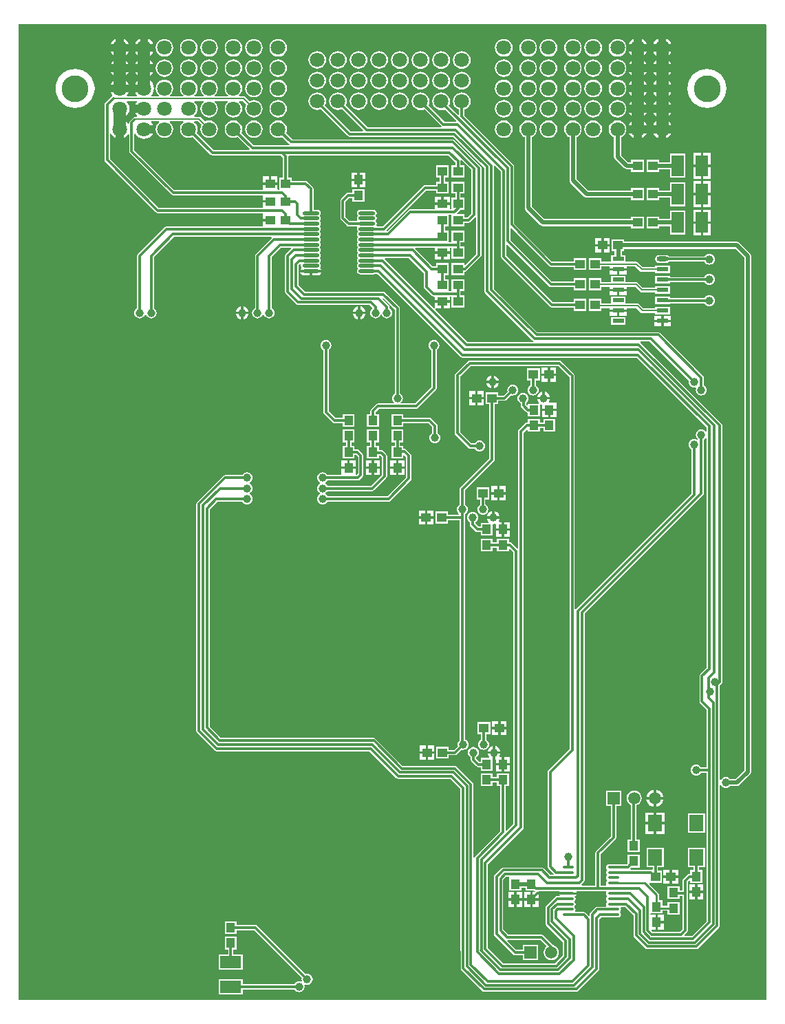
<source format=gbl>
G04 Layer_Physical_Order=2*
G04 Layer_Color=16711680*
%FSLAX44Y44*%
%MOMM*%
G71*
G01*
G75*
%ADD10R,1.1400X1.2000*%
%ADD18R,1.2000X1.1400*%
%ADD27C,1.5000*%
%ADD29C,0.5000*%
%ADD30C,0.3000*%
%ADD33C,1.8000*%
%ADD34C,3.3000*%
%ADD35R,1.5000X1.5000*%
%ADD36C,1.5000*%
%ADD37C,2.0000*%
%ADD38C,1.0000*%
%ADD39O,1.4500X0.6000*%
%ADD40R,1.4500X0.6000*%
%ADD41R,1.8000X2.0000*%
%ADD42O,2.1000X0.4500*%
%ADD43R,2.6000X1.5000*%
%ADD44O,1.5000X0.3500*%
%ADD45R,1.5000X2.6000*%
%ADD46C,0.2000*%
%ADD47C,0.2540*%
%ADD48R,2.7000X8.0000*%
%ADD49R,17.5686X2.6915*%
%ADD50R,10.5000X8.2915*%
%ADD51R,10.5000X8.5000*%
G36*
X920000Y1199102D02*
Y0D01*
X0D01*
Y1200000D01*
X919102Y1200000D01*
X920000Y1199102D01*
D02*
G37*
%LPC*%
G36*
X265500Y565165D02*
Y553750D01*
X276915D01*
X276665Y555644D01*
X275356Y558806D01*
X273272Y561522D01*
X270556Y563606D01*
X267394Y564916D01*
X265500Y565165D01*
D02*
G37*
G36*
X262500D02*
X260606Y564916D01*
X257444Y563606D01*
X254728Y561522D01*
X252645Y558806D01*
X251335Y555644D01*
X251085Y553750D01*
X262500D01*
Y565165D01*
D02*
G37*
G36*
X299500D02*
X297607Y564916D01*
X294444Y563606D01*
X291728Y561522D01*
X289645Y558806D01*
X288335Y555644D01*
X288085Y553750D01*
X299500D01*
Y565165D01*
D02*
G37*
G36*
X337500D02*
X335606Y564916D01*
X332444Y563606D01*
X329728Y561522D01*
X327645Y558806D01*
X326335Y555644D01*
X326085Y553750D01*
X337500D01*
Y565165D01*
D02*
G37*
G36*
X302500D02*
Y553750D01*
X313915D01*
X313666Y555644D01*
X312356Y558806D01*
X310272Y561522D01*
X307556Y563606D01*
X304394Y564916D01*
X302500Y565165D01*
D02*
G37*
G36*
X299500Y550750D02*
X288085D01*
X288335Y548857D01*
X289645Y545694D01*
X291728Y542978D01*
X294444Y540895D01*
X297607Y539585D01*
X299500Y539335D01*
Y550750D01*
D02*
G37*
G36*
X276915D02*
X265500D01*
Y539335D01*
X267394Y539585D01*
X270556Y540895D01*
X273272Y542978D01*
X275356Y545694D01*
X276665Y548857D01*
X276915Y550750D01*
D02*
G37*
G36*
X313915D02*
X302500D01*
Y539335D01*
X304394Y539585D01*
X307556Y540895D01*
X310272Y542978D01*
X312356Y545694D01*
X313666Y548857D01*
X313915Y550750D01*
D02*
G37*
G36*
X351915D02*
X340500D01*
Y539335D01*
X342394Y539585D01*
X345556Y540895D01*
X348272Y542978D01*
X350355Y545694D01*
X351665Y548857D01*
X351915Y550750D01*
D02*
G37*
G36*
X337500D02*
X326085D01*
X326335Y548857D01*
X327645Y545694D01*
X329728Y542978D01*
X332444Y540895D01*
X335606Y539585D01*
X337500Y539335D01*
Y550750D01*
D02*
G37*
G36*
X351915Y578500D02*
X340500D01*
Y567085D01*
X342394Y567335D01*
X345556Y568645D01*
X348272Y570728D01*
X350355Y573444D01*
X351665Y576606D01*
X351915Y578500D01*
D02*
G37*
G36*
X337500D02*
X326085D01*
X326335Y576606D01*
X327645Y573444D01*
X329728Y570728D01*
X332444Y568645D01*
X335606Y567335D01*
X337500Y567085D01*
Y578500D01*
D02*
G37*
G36*
X594500Y577000D02*
X587300D01*
Y569500D01*
X594500D01*
Y577000D01*
D02*
G37*
G36*
X558667Y599808D02*
X556905Y599576D01*
X555263Y598896D01*
X553853Y597814D01*
X552771Y596404D01*
X552090Y594762D01*
X551859Y593000D01*
X552090Y591238D01*
X552771Y589596D01*
X553853Y588186D01*
X555263Y587104D01*
X555353Y587066D01*
Y584333D01*
X555605Y583065D01*
X556324Y581990D01*
X562157Y576157D01*
X563232Y575439D01*
X564500Y575186D01*
X568550D01*
Y570750D01*
X583450D01*
Y584449D01*
X584000Y584931D01*
X586030Y585198D01*
X586354Y585197D01*
X587300Y584565D01*
Y580000D01*
X594500D01*
Y587500D01*
X591299D01*
X590738Y588639D01*
X590988Y588966D01*
X591794Y590912D01*
X591872Y591500D01*
X576129D01*
X576206Y590912D01*
X577012Y588966D01*
X578121Y587520D01*
X577757Y586250D01*
X568550D01*
Y581814D01*
X565873D01*
X561981Y585706D01*
Y587066D01*
X562071Y587104D01*
X563481Y588186D01*
X564563Y589596D01*
X565243Y591238D01*
X565475Y593000D01*
X565243Y594762D01*
X564563Y596404D01*
X563481Y597814D01*
X562071Y598896D01*
X560429Y599576D01*
X558667Y599808D01*
D02*
G37*
G36*
X604700Y577000D02*
X597500D01*
Y569500D01*
X604700D01*
Y577000D01*
D02*
G37*
G36*
X262500Y578500D02*
X251085D01*
X251335Y576606D01*
X252645Y573444D01*
X254728Y570728D01*
X257444Y568645D01*
X260606Y567335D01*
X262500Y567085D01*
Y578500D01*
D02*
G37*
G36*
X340500Y565165D02*
Y553750D01*
X351915D01*
X351665Y555644D01*
X350355Y558806D01*
X348272Y561522D01*
X345556Y563606D01*
X342394Y564916D01*
X340500Y565165D01*
D02*
G37*
G36*
X276915Y578500D02*
X265500D01*
Y567085D01*
X267394Y567335D01*
X270556Y568645D01*
X273272Y570728D01*
X275356Y573444D01*
X276665Y576606D01*
X276915Y578500D01*
D02*
G37*
G36*
X314415D02*
X303000D01*
Y567085D01*
X304894Y567335D01*
X308056Y568645D01*
X310772Y570728D01*
X312856Y573444D01*
X314165Y576606D01*
X314415Y578500D01*
D02*
G37*
G36*
X300000D02*
X288585D01*
X288835Y576606D01*
X290145Y573444D01*
X292228Y570728D01*
X294944Y568645D01*
X298106Y567335D01*
X300000Y567085D01*
Y578500D01*
D02*
G37*
G36*
X664500Y466915D02*
Y455500D01*
X675915D01*
X675666Y457394D01*
X674356Y460556D01*
X672272Y463272D01*
X669556Y465356D01*
X666394Y466665D01*
X664500Y466915D01*
D02*
G37*
G36*
X661500D02*
X659606Y466665D01*
X656444Y465356D01*
X653728Y463272D01*
X651645Y460556D01*
X650335Y457394D01*
X650085Y455500D01*
X661500D01*
Y466915D01*
D02*
G37*
G36*
X262500Y523000D02*
X251085D01*
X251335Y521106D01*
X252645Y517944D01*
X254728Y515228D01*
X257444Y513145D01*
X260606Y511835D01*
X262500Y511585D01*
Y523000D01*
D02*
G37*
G36*
X300000D02*
X288585D01*
X288835Y521106D01*
X290145Y517944D01*
X292228Y515228D01*
X294944Y513145D01*
X298106Y511835D01*
X300000Y511585D01*
Y523000D01*
D02*
G37*
G36*
X276915D02*
X265500D01*
Y511585D01*
X267394Y511835D01*
X270556Y513145D01*
X273272Y515228D01*
X275356Y517944D01*
X276665Y521106D01*
X276915Y523000D01*
D02*
G37*
G36*
X661500Y402500D02*
X650085D01*
X650335Y400606D01*
X651645Y397444D01*
X653728Y394728D01*
X656444Y392645D01*
X659606Y391335D01*
X661500Y391086D01*
Y402500D01*
D02*
G37*
G36*
X529500Y349915D02*
X527607Y349665D01*
X524444Y348356D01*
X521728Y346272D01*
X519645Y343556D01*
X519135Y342326D01*
X517865D01*
X517356Y343556D01*
X515272Y346272D01*
X512556Y348356D01*
X509394Y349665D01*
X507500Y349915D01*
Y337000D01*
Y324085D01*
X509394Y324335D01*
X512556Y325645D01*
X515272Y327728D01*
X517356Y330444D01*
X517865Y331674D01*
X519135D01*
X519645Y330444D01*
X521728Y327728D01*
X524444Y325645D01*
X527607Y324335D01*
X529500Y324085D01*
Y337000D01*
Y349915D01*
D02*
G37*
G36*
X675915Y402500D02*
X664500D01*
Y391086D01*
X666394Y391335D01*
X669556Y392645D01*
X672272Y394728D01*
X674356Y397444D01*
X675666Y400606D01*
X675915Y402500D01*
D02*
G37*
G36*
Y452500D02*
X650085D01*
X650335Y450606D01*
X651645Y447444D01*
X653728Y444728D01*
X656444Y442645D01*
X657674Y442135D01*
Y440865D01*
X656444Y440356D01*
X653728Y438272D01*
X651645Y435556D01*
X650335Y432394D01*
X650085Y430500D01*
X675915D01*
X675666Y432394D01*
X674356Y435556D01*
X672272Y438272D01*
X669556Y440356D01*
X668326Y440865D01*
Y442135D01*
X669556Y442645D01*
X672272Y444728D01*
X674356Y447444D01*
X675666Y450606D01*
X675915Y452500D01*
D02*
G37*
G36*
Y427500D02*
X650085D01*
X650335Y425606D01*
X651645Y422444D01*
X653728Y419728D01*
X656444Y417645D01*
X657674Y417135D01*
Y415865D01*
X656444Y415356D01*
X653728Y413272D01*
X651645Y410556D01*
X650335Y407394D01*
X650085Y405500D01*
X675915D01*
X675666Y407394D01*
X674356Y410556D01*
X672272Y413272D01*
X669556Y415356D01*
X668326Y415865D01*
Y417135D01*
X669556Y417645D01*
X672272Y419728D01*
X674356Y422444D01*
X675666Y425606D01*
X675915Y427500D01*
D02*
G37*
G36*
X303000Y537415D02*
Y526000D01*
X314415D01*
X314165Y527894D01*
X312856Y531056D01*
X310772Y533772D01*
X308056Y535856D01*
X304894Y537165D01*
X303000Y537415D01*
D02*
G37*
G36*
X300000D02*
X298106Y537165D01*
X294944Y535856D01*
X292228Y533772D01*
X290145Y531056D01*
X288835Y527894D01*
X288585Y526000D01*
X300000D01*
Y537415D01*
D02*
G37*
G36*
X337500D02*
X335606Y537165D01*
X332444Y535856D01*
X329728Y533772D01*
X327645Y531056D01*
X326335Y527894D01*
X326085Y526000D01*
X337500D01*
Y537415D01*
D02*
G37*
G36*
X262500Y550750D02*
X251085D01*
X251335Y548857D01*
X252645Y545694D01*
X254728Y542978D01*
X257444Y540895D01*
X260606Y539585D01*
X262500Y539335D01*
Y550750D01*
D02*
G37*
G36*
X340500Y537415D02*
Y526000D01*
X351915D01*
X351665Y527894D01*
X350355Y531056D01*
X348272Y533772D01*
X345556Y535856D01*
X342394Y537165D01*
X340500Y537415D01*
D02*
G37*
G36*
X337500Y523000D02*
X326085D01*
X326335Y521106D01*
X327645Y517944D01*
X329728Y515228D01*
X332444Y513145D01*
X335606Y511835D01*
X337500Y511585D01*
Y523000D01*
D02*
G37*
G36*
X314415D02*
X303000D01*
Y511585D01*
X304894Y511835D01*
X308056Y513145D01*
X310772Y515228D01*
X312856Y517944D01*
X314165Y521106D01*
X314415Y523000D01*
D02*
G37*
G36*
X351915D02*
X340500D01*
Y511585D01*
X342394Y511835D01*
X345556Y513145D01*
X348272Y515228D01*
X350355Y517944D01*
X351665Y521106D01*
X351915Y523000D01*
D02*
G37*
G36*
X265500Y537415D02*
Y526000D01*
X276915D01*
X276665Y527894D01*
X275356Y531056D01*
X273272Y533772D01*
X270556Y535856D01*
X267394Y537165D01*
X265500Y537415D01*
D02*
G37*
G36*
X262500D02*
X260606Y537165D01*
X257444Y535856D01*
X254728Y533772D01*
X252645Y531056D01*
X251335Y527894D01*
X251085Y526000D01*
X262500D01*
Y537415D01*
D02*
G37*
G36*
X444700Y663500D02*
X437500D01*
Y656000D01*
X444700D01*
Y663500D01*
D02*
G37*
G36*
X434500D02*
X427300D01*
Y656000D01*
X434500D01*
Y663500D01*
D02*
G37*
G36*
X464500D02*
X457300D01*
Y656000D01*
X464500D01*
Y663500D01*
D02*
G37*
G36*
X473450Y720250D02*
X458550D01*
Y704750D01*
X473450D01*
Y709186D01*
X504128D01*
X508686Y704628D01*
Y696934D01*
X508596Y696896D01*
X507186Y695814D01*
X506104Y694404D01*
X505424Y692762D01*
X505192Y691000D01*
X505424Y689238D01*
X506104Y687596D01*
X507186Y686186D01*
X508596Y685104D01*
X510238Y684424D01*
X512000Y684192D01*
X513762Y684424D01*
X515404Y685104D01*
X516814Y686186D01*
X517896Y687596D01*
X518576Y689238D01*
X518808Y691000D01*
X518576Y692762D01*
X517896Y694404D01*
X516814Y695814D01*
X515404Y696896D01*
X515314Y696934D01*
Y706000D01*
X515062Y707268D01*
X514343Y708343D01*
X507843Y714843D01*
X506768Y715562D01*
X505500Y715814D01*
X473450D01*
Y720250D01*
D02*
G37*
G36*
X474700Y663500D02*
X467500D01*
Y656000D01*
X474700D01*
Y663500D01*
D02*
G37*
G36*
X464500Y653000D02*
X457300D01*
Y645500D01*
X464500D01*
Y653000D01*
D02*
G37*
G36*
X444700D02*
X437500D01*
Y645500D01*
X444700D01*
Y653000D01*
D02*
G37*
G36*
X474700D02*
X467500D01*
Y645500D01*
X474700D01*
Y653000D01*
D02*
G37*
G36*
X414700Y663500D02*
X407500D01*
Y656000D01*
X414700D01*
Y663500D01*
D02*
G37*
G36*
X404500D02*
X397300D01*
Y656000D01*
X404500D01*
Y663500D01*
D02*
G37*
G36*
X562000Y748700D02*
X554500D01*
Y741500D01*
X562000D01*
Y748700D01*
D02*
G37*
G36*
X572500Y738500D02*
X565000D01*
Y731300D01*
X572500D01*
Y738500D01*
D02*
G37*
G36*
Y748700D02*
X565000D01*
Y741500D01*
X572500D01*
Y748700D01*
D02*
G37*
G36*
X647500Y747872D02*
Y741500D01*
X653872D01*
X653794Y742088D01*
X652988Y744035D01*
X651706Y745706D01*
X650035Y746988D01*
X648089Y747794D01*
X647500Y747872D01*
D02*
G37*
G36*
X644500D02*
X643912Y747794D01*
X641966Y746988D01*
X640294Y745706D01*
X639012Y744035D01*
X638206Y742088D01*
X638129Y741500D01*
X644500D01*
Y747872D01*
D02*
G37*
G36*
X651500Y724000D02*
X644300D01*
Y716500D01*
X651500D01*
Y724000D01*
D02*
G37*
G36*
X378000Y811808D02*
X376238Y811576D01*
X374596Y810896D01*
X373186Y809814D01*
X372104Y808404D01*
X371424Y806762D01*
X371192Y805000D01*
X371424Y803238D01*
X372104Y801596D01*
X373186Y800186D01*
X374596Y799104D01*
X374686Y799067D01*
Y723000D01*
X374939Y721732D01*
X375657Y720657D01*
X386157Y710157D01*
X387232Y709439D01*
X388500Y709186D01*
X398550D01*
Y704750D01*
X413450D01*
Y720250D01*
X398550D01*
Y715814D01*
X389873D01*
X381314Y724373D01*
Y799067D01*
X381404Y799104D01*
X382814Y800186D01*
X383896Y801596D01*
X384576Y803238D01*
X384808Y805000D01*
X384576Y806762D01*
X383896Y808404D01*
X382814Y809814D01*
X381404Y810896D01*
X379762Y811576D01*
X378000Y811808D01*
D02*
G37*
G36*
X661700Y724000D02*
X654500D01*
Y716500D01*
X661700D01*
Y724000D01*
D02*
G37*
G36*
X562000Y738500D02*
X554500D01*
Y731300D01*
X562000D01*
Y738500D01*
D02*
G37*
G36*
X620667Y746808D02*
X618905Y746576D01*
X617263Y745896D01*
X615853Y744814D01*
X614771Y743404D01*
X614090Y741762D01*
X613858Y740000D01*
X614090Y738238D01*
X614771Y736596D01*
X615853Y735186D01*
X617263Y734104D01*
X617686Y733929D01*
Y731000D01*
X617939Y729732D01*
X618657Y728657D01*
X624157Y723157D01*
X625232Y722439D01*
X626500Y722186D01*
X626550D01*
Y717750D01*
X641450D01*
Y731868D01*
X642720Y732700D01*
X643912Y732206D01*
X644300Y732155D01*
Y727000D01*
X661700D01*
Y734500D01*
X653299D01*
X652738Y735639D01*
X652988Y735966D01*
X653794Y737912D01*
X653872Y738500D01*
X638129D01*
X638206Y737912D01*
X639012Y735966D01*
X640121Y734520D01*
X639889Y733710D01*
X639569Y733250D01*
X626550D01*
Y731796D01*
X625377Y731310D01*
X624314Y732373D01*
Y734290D01*
X625481Y735186D01*
X626563Y736596D01*
X627243Y738238D01*
X627475Y740000D01*
X627243Y741762D01*
X626563Y743404D01*
X625481Y744814D01*
X624071Y745896D01*
X622429Y746576D01*
X620667Y746808D01*
D02*
G37*
G36*
X340500Y592915D02*
Y581500D01*
X351915D01*
X351665Y583394D01*
X350355Y586556D01*
X348272Y589272D01*
X345556Y591356D01*
X342394Y592665D01*
X340500Y592915D01*
D02*
G37*
G36*
X337500D02*
X335606Y592665D01*
X332444Y591356D01*
X329728Y589272D01*
X327645Y586556D01*
X326335Y583394D01*
X326085Y581500D01*
X337500D01*
Y592915D01*
D02*
G37*
G36*
X500000Y591500D02*
X492500D01*
Y584300D01*
X500000D01*
Y591500D01*
D02*
G37*
G36*
X582500Y600872D02*
X581912Y600794D01*
X579966Y599988D01*
X578294Y598706D01*
X577012Y597035D01*
X576206Y595089D01*
X576129Y594500D01*
X582500D01*
Y600872D01*
D02*
G37*
G36*
X510500Y591500D02*
X503000D01*
Y584300D01*
X510500D01*
Y591500D01*
D02*
G37*
G36*
X262500Y592915D02*
X260606Y592665D01*
X257444Y591356D01*
X254728Y589272D01*
X252645Y586556D01*
X251335Y583394D01*
X251085Y581500D01*
X262500D01*
Y592915D01*
D02*
G37*
G36*
X604700Y587500D02*
X597500D01*
Y580000D01*
X604700D01*
Y587500D01*
D02*
G37*
G36*
X265500Y592915D02*
Y581500D01*
X276915D01*
X276665Y583394D01*
X275356Y586556D01*
X273272Y589272D01*
X270556Y591356D01*
X267394Y592665D01*
X265500Y592915D01*
D02*
G37*
G36*
X303000D02*
Y581500D01*
X314415D01*
X314165Y583394D01*
X312856Y586556D01*
X310772Y589272D01*
X308056Y591356D01*
X304894Y592665D01*
X303000Y592915D01*
D02*
G37*
G36*
X300000D02*
X298106Y592665D01*
X294944Y591356D01*
X292228Y589272D01*
X290145Y586556D01*
X288835Y583394D01*
X288585Y581500D01*
X300000D01*
Y592915D01*
D02*
G37*
G36*
X473450Y701250D02*
X458550D01*
Y685750D01*
X462686D01*
Y681250D01*
X458550D01*
Y665750D01*
X473450D01*
Y669201D01*
X474623Y669687D01*
X476686Y667624D01*
Y642373D01*
X453628Y619314D01*
X379934D01*
X379896Y619404D01*
X378814Y620814D01*
X377545Y621788D01*
X377469Y622500D01*
X377545Y623212D01*
X378814Y624186D01*
X379896Y625596D01*
X379934Y625686D01*
X435000D01*
X436268Y625939D01*
X437343Y626657D01*
X452343Y641657D01*
X453061Y642732D01*
X453314Y644000D01*
Y668997D01*
X453061Y670265D01*
X452343Y671340D01*
X448340Y675343D01*
X447265Y676062D01*
X445997Y676314D01*
X443450D01*
Y681250D01*
X439314D01*
Y685750D01*
X443450D01*
Y701250D01*
X428550D01*
Y685750D01*
X432686D01*
Y681250D01*
X428550D01*
Y665750D01*
X443450D01*
Y669454D01*
X444720Y669590D01*
X446686Y667624D01*
Y645372D01*
X433628Y632314D01*
X379934D01*
X379896Y632404D01*
X378814Y633814D01*
X377545Y634788D01*
X377469Y635500D01*
X377545Y636212D01*
X378814Y637186D01*
X379896Y638596D01*
X379934Y638686D01*
X417326D01*
X418594Y638939D01*
X419669Y639657D01*
X423402Y643390D01*
X424120Y644465D01*
X424373Y645733D01*
Y668941D01*
X424120Y670209D01*
X423402Y671284D01*
X418843Y675843D01*
X417768Y676562D01*
X416500Y676814D01*
X413450D01*
Y681250D01*
X409314D01*
Y685750D01*
X413450D01*
Y701250D01*
X398550D01*
Y685750D01*
X402686D01*
Y681250D01*
X398550D01*
Y665750D01*
X413450D01*
Y670186D01*
X415127D01*
X417745Y667569D01*
Y647106D01*
X415953Y645314D01*
X415893D01*
X414700Y645500D01*
X414700Y646584D01*
Y653000D01*
X397300D01*
X397300Y645500D01*
X396107Y645314D01*
X379934D01*
X379896Y645404D01*
X378814Y646814D01*
X377404Y647896D01*
X375762Y648576D01*
X374000Y648808D01*
X372238Y648576D01*
X370596Y647896D01*
X369186Y646814D01*
X368104Y645404D01*
X367424Y643762D01*
X367192Y642000D01*
X367424Y640238D01*
X368104Y638596D01*
X369186Y637186D01*
X370455Y636212D01*
X370531Y635500D01*
X370455Y634788D01*
X369186Y633814D01*
X368104Y632404D01*
X367424Y630762D01*
X367192Y629000D01*
X367424Y627238D01*
X368104Y625596D01*
X369186Y624186D01*
X370455Y623212D01*
X370531Y622500D01*
X370455Y621788D01*
X369186Y620814D01*
X368104Y619404D01*
X367424Y617762D01*
X367192Y616000D01*
X367424Y614238D01*
X368104Y612596D01*
X369186Y611186D01*
X370596Y610104D01*
X372238Y609424D01*
X374000Y609192D01*
X375762Y609424D01*
X377404Y610104D01*
X378814Y611186D01*
X379896Y612596D01*
X379934Y612686D01*
X455000D01*
X456268Y612939D01*
X457343Y613657D01*
X482343Y638657D01*
X483061Y639732D01*
X483314Y641000D01*
Y668997D01*
X483061Y670265D01*
X482343Y671340D01*
X476840Y676843D01*
X475765Y677562D01*
X474497Y677814D01*
X473450D01*
Y681250D01*
X469314D01*
Y685750D01*
X473450D01*
Y701250D01*
D02*
G37*
G36*
X599500Y621500D02*
X592000D01*
Y614300D01*
X599500D01*
Y621500D01*
D02*
G37*
G36*
X589000Y631700D02*
X581500D01*
Y624500D01*
X589000D01*
Y631700D01*
D02*
G37*
G36*
X434500Y653000D02*
X427300D01*
Y645500D01*
X434500D01*
Y653000D01*
D02*
G37*
G36*
X599500Y631700D02*
X592000D01*
Y624500D01*
X599500D01*
Y631700D01*
D02*
G37*
G36*
X500000Y601700D02*
X492500D01*
Y594500D01*
X500000D01*
Y601700D01*
D02*
G37*
G36*
X585500Y600872D02*
Y594500D01*
X591872D01*
X591794Y595089D01*
X590988Y597035D01*
X589706Y598706D01*
X588035Y599988D01*
X586088Y600794D01*
X585500Y600872D01*
D02*
G37*
G36*
X510500Y601700D02*
X503000D01*
Y594500D01*
X510500D01*
Y601700D01*
D02*
G37*
G36*
X589000Y621500D02*
X581500D01*
Y614300D01*
X589000D01*
Y621500D01*
D02*
G37*
G36*
X579250Y630450D02*
X563750D01*
Y615550D01*
X567686D01*
Y608934D01*
X567596Y608896D01*
X566186Y607814D01*
X565104Y606404D01*
X564424Y604762D01*
X564192Y603000D01*
X564424Y601238D01*
X565104Y599596D01*
X566186Y598186D01*
X567596Y597104D01*
X569238Y596424D01*
X571000Y596192D01*
X572762Y596424D01*
X574404Y597104D01*
X575814Y598186D01*
X576896Y599596D01*
X577576Y601238D01*
X577808Y603000D01*
X577576Y604762D01*
X576896Y606404D01*
X575814Y607814D01*
X574404Y608896D01*
X574314Y608934D01*
Y615550D01*
X579250D01*
Y630450D01*
D02*
G37*
G36*
X265500Y246415D02*
Y235000D01*
X276915D01*
X276665Y236894D01*
X275356Y240056D01*
X273272Y242772D01*
X270556Y244856D01*
X267394Y246166D01*
X265500Y246415D01*
D02*
G37*
G36*
X262500D02*
X260606Y246166D01*
X257444Y244856D01*
X254728Y242772D01*
X252645Y240056D01*
X251335Y236894D01*
X251085Y235000D01*
X262500D01*
Y246415D01*
D02*
G37*
G36*
X300000D02*
X298106Y246166D01*
X294944Y244856D01*
X292228Y242772D01*
X290145Y240056D01*
X288835Y236894D01*
X288585Y235000D01*
X300000D01*
Y246415D01*
D02*
G37*
G36*
X337500D02*
X335606Y246166D01*
X332444Y244856D01*
X329728Y242772D01*
X327645Y240056D01*
X326335Y236894D01*
X326085Y235000D01*
X337500D01*
Y246415D01*
D02*
G37*
G36*
X303000D02*
Y235000D01*
X314415D01*
X314165Y236894D01*
X312856Y240056D01*
X310772Y242772D01*
X308056Y244856D01*
X304894Y246166D01*
X303000Y246415D01*
D02*
G37*
G36*
X300000Y232000D02*
X288585D01*
X288835Y230106D01*
X290145Y226944D01*
X292228Y224228D01*
X294944Y222145D01*
X298106Y220835D01*
X300000Y220585D01*
Y232000D01*
D02*
G37*
G36*
X276915D02*
X265500D01*
Y220585D01*
X267394Y220835D01*
X270556Y222145D01*
X273272Y224228D01*
X275356Y226944D01*
X276665Y230106D01*
X276915Y232000D01*
D02*
G37*
G36*
X314415D02*
X303000D01*
Y220585D01*
X304894Y220835D01*
X308056Y222145D01*
X310772Y224228D01*
X312856Y226944D01*
X314165Y230106D01*
X314415Y232000D01*
D02*
G37*
G36*
X351915D02*
X340500D01*
Y220585D01*
X342394Y220835D01*
X345556Y222145D01*
X348272Y224228D01*
X350355Y226944D01*
X351665Y230106D01*
X351915Y232000D01*
D02*
G37*
G36*
X337500D02*
X326085D01*
X326335Y230106D01*
X327645Y226944D01*
X329728Y224228D01*
X332444Y222145D01*
X335606Y220835D01*
X337500Y220585D01*
Y232000D01*
D02*
G37*
G36*
X351915Y259750D02*
X340500D01*
Y248335D01*
X342394Y248585D01*
X345556Y249895D01*
X348272Y251978D01*
X350355Y254694D01*
X351665Y257857D01*
X351915Y259750D01*
D02*
G37*
G36*
X337500D02*
X326085D01*
X326335Y257857D01*
X327645Y254694D01*
X329728Y251978D01*
X332444Y249895D01*
X335606Y248585D01*
X337500Y248335D01*
Y259750D01*
D02*
G37*
G36*
X262500Y274165D02*
X260606Y273916D01*
X257444Y272606D01*
X254728Y270522D01*
X252645Y267806D01*
X251335Y264644D01*
X251085Y262750D01*
X262500D01*
Y274165D01*
D02*
G37*
G36*
X299500D02*
X297607Y273916D01*
X294444Y272606D01*
X291728Y270522D01*
X289645Y267806D01*
X288335Y264644D01*
X288085Y262750D01*
X299500D01*
Y274165D01*
D02*
G37*
G36*
X265500D02*
Y262750D01*
X276915D01*
X276665Y264644D01*
X275356Y267806D01*
X273272Y270522D01*
X270556Y272606D01*
X267394Y273916D01*
X265500Y274165D01*
D02*
G37*
G36*
X262500Y259750D02*
X251085D01*
X251335Y257857D01*
X252645Y254694D01*
X254728Y251978D01*
X257444Y249895D01*
X260606Y248585D01*
X262500Y248335D01*
Y259750D01*
D02*
G37*
G36*
X340500Y246415D02*
Y235000D01*
X351915D01*
X351665Y236894D01*
X350355Y240056D01*
X348272Y242772D01*
X345556Y244856D01*
X342394Y246166D01*
X340500Y246415D01*
D02*
G37*
G36*
X276915Y259750D02*
X265500D01*
Y248335D01*
X267394Y248585D01*
X270556Y249895D01*
X273272Y251978D01*
X275356Y254694D01*
X276665Y257857D01*
X276915Y259750D01*
D02*
G37*
G36*
X313915D02*
X302500D01*
Y248335D01*
X304394Y248585D01*
X307556Y249895D01*
X310272Y251978D01*
X312356Y254694D01*
X313666Y257857D01*
X313915Y259750D01*
D02*
G37*
G36*
X299500D02*
X288085D01*
X288335Y257857D01*
X289645Y254694D01*
X291728Y251978D01*
X294444Y249895D01*
X297607Y248585D01*
X299500Y248335D01*
Y259750D01*
D02*
G37*
G36*
X433500Y58915D02*
Y47500D01*
X444915D01*
X444665Y49394D01*
X443356Y52556D01*
X441272Y55272D01*
X438556Y57356D01*
X435394Y58665D01*
X433500Y58915D01*
D02*
G37*
G36*
X380500D02*
X378606Y58665D01*
X375444Y57356D01*
X372728Y55272D01*
X370645Y52556D01*
X369335Y49394D01*
X369085Y47500D01*
X380500D01*
Y58915D01*
D02*
G37*
G36*
X480500D02*
X478606Y58665D01*
X475444Y57356D01*
X472728Y55272D01*
X470645Y52556D01*
X469335Y49394D01*
X469085Y47500D01*
X480500D01*
Y58915D01*
D02*
G37*
G36*
X430500D02*
X428606Y58665D01*
X425444Y57356D01*
X422728Y55272D01*
X420645Y52556D01*
X420135Y51326D01*
X418865D01*
X418356Y52556D01*
X416272Y55272D01*
X413556Y57356D01*
X410394Y58665D01*
X408500Y58915D01*
Y46000D01*
Y33085D01*
X410394Y33335D01*
X413556Y34645D01*
X416272Y36728D01*
X418356Y39444D01*
X418865Y40674D01*
X420135D01*
X420645Y39444D01*
X422728Y36728D01*
X425444Y34645D01*
X428606Y33335D01*
X430500Y33085D01*
Y46000D01*
Y58915D01*
D02*
G37*
G36*
X405500D02*
X403606Y58665D01*
X400444Y57356D01*
X397728Y55272D01*
X395645Y52556D01*
X395135Y51326D01*
X393865D01*
X393356Y52556D01*
X391272Y55272D01*
X388556Y57356D01*
X385394Y58665D01*
X383500Y58915D01*
Y46000D01*
Y33085D01*
X385394Y33335D01*
X388556Y34645D01*
X391272Y36728D01*
X393356Y39444D01*
X393865Y40674D01*
X395135D01*
X395645Y39444D01*
X397728Y36728D01*
X400444Y34645D01*
X403606Y33335D01*
X405500Y33085D01*
Y46000D01*
Y58915D01*
D02*
G37*
G36*
X380500Y44500D02*
X369085D01*
X369335Y42607D01*
X370645Y39444D01*
X372728Y36728D01*
X375444Y34645D01*
X378606Y33335D01*
X380500Y33085D01*
Y44500D01*
D02*
G37*
G36*
X268450Y96250D02*
X253550D01*
Y80750D01*
X268450D01*
Y85186D01*
X290127D01*
X348461Y26853D01*
X348424Y26762D01*
X348192Y25000D01*
X348424Y23238D01*
X347439Y22296D01*
X346762Y22576D01*
X345000Y22808D01*
X343238Y22576D01*
X341596Y21896D01*
X340186Y20814D01*
X339104Y19404D01*
X339066Y19314D01*
X275750D01*
Y25250D01*
X246250D01*
Y6750D01*
X275750D01*
Y12686D01*
X339066D01*
X339104Y12596D01*
X340186Y11186D01*
X341596Y10104D01*
X343238Y9424D01*
X345000Y9192D01*
X346762Y9424D01*
X348404Y10104D01*
X349814Y11186D01*
X350896Y12596D01*
X351576Y14238D01*
X351808Y16000D01*
X351576Y17762D01*
X352561Y18704D01*
X353238Y18424D01*
X355000Y18192D01*
X356762Y18424D01*
X358404Y19104D01*
X359814Y20186D01*
X360896Y21596D01*
X361576Y23238D01*
X361808Y25000D01*
X361576Y26762D01*
X360896Y28404D01*
X359814Y29814D01*
X358404Y30896D01*
X356762Y31576D01*
X355000Y31808D01*
X353238Y31576D01*
X353148Y31539D01*
X293843Y90843D01*
X292768Y91562D01*
X291500Y91814D01*
X268450D01*
Y96250D01*
D02*
G37*
G36*
X444915Y44500D02*
X433500D01*
Y33085D01*
X435394Y33335D01*
X438556Y34645D01*
X441272Y36728D01*
X443356Y39444D01*
X444665Y42607D01*
X444915Y44500D01*
D02*
G37*
G36*
X268450Y77250D02*
X253550D01*
Y61750D01*
X257687D01*
Y55250D01*
X246250D01*
Y36750D01*
X275750D01*
Y55250D01*
X264314D01*
Y61750D01*
X268450D01*
Y77250D01*
D02*
G37*
G36*
X480500Y44500D02*
X469085D01*
X469335Y42607D01*
X470645Y39444D01*
X472728Y36728D01*
X475444Y34645D01*
X478606Y33335D01*
X480500Y33085D01*
Y44500D01*
D02*
G37*
G36*
X609500Y132250D02*
X602300D01*
Y124750D01*
X609500D01*
Y132250D01*
D02*
G37*
G36*
X639700Y121750D02*
X632500D01*
Y114250D01*
X639700D01*
Y121750D01*
D02*
G37*
G36*
X619700Y132250D02*
X612500D01*
Y124750D01*
X619700D01*
Y132250D01*
D02*
G37*
G36*
X262500Y232000D02*
X251085D01*
X251335Y230106D01*
X252645Y226944D01*
X254728Y224228D01*
X257444Y222145D01*
X260606Y220835D01*
X262500Y220585D01*
Y232000D01*
D02*
G37*
G36*
X629500Y132250D02*
X622300D01*
Y124750D01*
X629500D01*
Y132250D01*
D02*
G37*
G36*
X530500Y58915D02*
X528606Y58665D01*
X525444Y57356D01*
X522728Y55272D01*
X520645Y52556D01*
X520135Y51326D01*
X518865D01*
X518356Y52556D01*
X516272Y55272D01*
X513556Y57356D01*
X510394Y58665D01*
X508500Y58915D01*
Y46000D01*
Y33085D01*
X510394Y33335D01*
X513556Y34645D01*
X516272Y36728D01*
X518356Y39444D01*
X518865Y40674D01*
X520135D01*
X520645Y39444D01*
X522728Y36728D01*
X525444Y34645D01*
X528606Y33335D01*
X530500Y33085D01*
Y46000D01*
Y58915D01*
D02*
G37*
G36*
X505500D02*
X503606Y58665D01*
X500444Y57356D01*
X497728Y55272D01*
X495645Y52556D01*
X495135Y51326D01*
X493865D01*
X493356Y52556D01*
X491272Y55272D01*
X488556Y57356D01*
X485394Y58665D01*
X483500Y58915D01*
Y46000D01*
Y33085D01*
X485394Y33335D01*
X488556Y34645D01*
X491272Y36728D01*
X493356Y39444D01*
X493865Y40674D01*
X495135D01*
X495645Y39444D01*
X497728Y36728D01*
X500444Y34645D01*
X503606Y33335D01*
X505500Y33085D01*
Y46000D01*
Y58915D01*
D02*
G37*
G36*
X609500Y121750D02*
X602300D01*
Y114250D01*
X609500D01*
Y121750D01*
D02*
G37*
G36*
X629500Y121750D02*
X622300D01*
Y114250D01*
X629500D01*
Y121750D01*
D02*
G37*
G36*
X619700Y121750D02*
X612500D01*
Y114250D01*
X619700D01*
Y121750D01*
D02*
G37*
G36*
X580250Y341450D02*
X564750D01*
Y326550D01*
X569186D01*
Y320141D01*
X568596Y319896D01*
X567186Y318814D01*
X566104Y317404D01*
X565424Y315762D01*
X565192Y314000D01*
X565424Y312238D01*
X566104Y310596D01*
X567186Y309186D01*
X568596Y308104D01*
X570238Y307424D01*
X572000Y307192D01*
X573762Y307424D01*
X575404Y308104D01*
X576814Y309186D01*
X577896Y310596D01*
X578576Y312238D01*
X578808Y314000D01*
X578576Y315762D01*
X577896Y317404D01*
X576814Y318814D01*
X575814Y319582D01*
Y326550D01*
X580250D01*
Y341450D01*
D02*
G37*
G36*
X511500Y312700D02*
X504000D01*
Y305500D01*
X511500D01*
Y312700D01*
D02*
G37*
G36*
X379500Y335500D02*
X368085D01*
X368335Y333606D01*
X369645Y330444D01*
X371728Y327728D01*
X374444Y325645D01*
X377607Y324335D01*
X379500Y324085D01*
Y335500D01*
D02*
G37*
G36*
X479500D02*
X468085D01*
X468335Y333606D01*
X469645Y330444D01*
X471728Y327728D01*
X474444Y325645D01*
X477607Y324335D01*
X479500Y324085D01*
Y335500D01*
D02*
G37*
G36*
X443915D02*
X432500D01*
Y324085D01*
X434394Y324335D01*
X437556Y325645D01*
X440272Y327728D01*
X442356Y330444D01*
X443666Y333606D01*
X443915Y335500D01*
D02*
G37*
G36*
X511500Y302500D02*
X504000D01*
Y295300D01*
X511500D01*
Y302500D01*
D02*
G37*
G36*
X501000D02*
X493500D01*
Y295300D01*
X501000D01*
Y302500D01*
D02*
G37*
G36*
X583500Y311872D02*
X582912Y311794D01*
X580966Y310988D01*
X579294Y309706D01*
X578012Y308035D01*
X577206Y306089D01*
X577129Y305500D01*
X583500D01*
Y311872D01*
D02*
G37*
G36*
X501000Y312700D02*
X493500D01*
Y305500D01*
X501000D01*
Y312700D01*
D02*
G37*
G36*
X586500Y311872D02*
Y305500D01*
X592872D01*
X592794Y306089D01*
X591988Y308035D01*
X590706Y309706D01*
X589035Y310988D01*
X587089Y311794D01*
X586500Y311872D01*
D02*
G37*
G36*
X479500Y349915D02*
X477607Y349665D01*
X474444Y348356D01*
X471728Y346272D01*
X469645Y343556D01*
X468335Y340394D01*
X468085Y338500D01*
X479500D01*
Y349915D01*
D02*
G37*
G36*
X432500D02*
Y338500D01*
X443915D01*
X443666Y340394D01*
X442356Y343556D01*
X440272Y346272D01*
X437556Y348356D01*
X434394Y349665D01*
X432500Y349915D01*
D02*
G37*
G36*
X404500D02*
X402607Y349665D01*
X399444Y348356D01*
X396728Y346272D01*
X394645Y343556D01*
X394135Y342326D01*
X392865D01*
X392356Y343556D01*
X390272Y346272D01*
X387556Y348356D01*
X384394Y349665D01*
X382500Y349915D01*
Y337000D01*
Y324085D01*
X384394Y324335D01*
X387556Y325645D01*
X390272Y327728D01*
X392356Y330444D01*
X392865Y331674D01*
X394135D01*
X394645Y330444D01*
X396728Y327728D01*
X399444Y325645D01*
X402607Y324335D01*
X404500Y324085D01*
Y337000D01*
Y349915D01*
D02*
G37*
G36*
X504500D02*
X502607Y349665D01*
X499444Y348356D01*
X496728Y346272D01*
X494645Y343556D01*
X494135Y342326D01*
X492865D01*
X492356Y343556D01*
X490272Y346272D01*
X487556Y348356D01*
X484394Y349665D01*
X482500Y349915D01*
Y337000D01*
Y324085D01*
X484394Y324335D01*
X487556Y325645D01*
X490272Y327728D01*
X492356Y330444D01*
X492865Y331674D01*
X494135D01*
X494645Y330444D01*
X496728Y327728D01*
X499444Y325645D01*
X502607Y324335D01*
X504500Y324085D01*
Y337000D01*
Y349915D01*
D02*
G37*
G36*
X429500D02*
X427607Y349665D01*
X424444Y348356D01*
X421728Y346272D01*
X419645Y343556D01*
X419135Y342326D01*
X417865D01*
X417356Y343556D01*
X415272Y346272D01*
X412556Y348356D01*
X409394Y349665D01*
X407500Y349915D01*
Y337000D01*
Y324085D01*
X409394Y324335D01*
X412556Y325645D01*
X415272Y327728D01*
X417356Y330444D01*
X417865Y331674D01*
X419135D01*
X419645Y330444D01*
X421728Y327728D01*
X424444Y325645D01*
X427607Y324335D01*
X429500Y324085D01*
Y337000D01*
Y349915D01*
D02*
G37*
G36*
X600500Y332500D02*
X593000D01*
Y325300D01*
X600500D01*
Y332500D01*
D02*
G37*
G36*
X590000D02*
X582500D01*
Y325300D01*
X590000D01*
Y332500D01*
D02*
G37*
G36*
Y342700D02*
X582500D01*
Y335500D01*
X590000D01*
Y342700D01*
D02*
G37*
G36*
X379500Y349915D02*
X377607Y349665D01*
X374444Y348356D01*
X371728Y346272D01*
X369645Y343556D01*
X368335Y340394D01*
X368085Y338500D01*
X379500D01*
Y349915D01*
D02*
G37*
G36*
X600500Y342700D02*
X593000D01*
Y335500D01*
X600500D01*
Y342700D01*
D02*
G37*
G36*
X314415Y287500D02*
X303000D01*
Y276085D01*
X304894Y276335D01*
X308056Y277645D01*
X310772Y279728D01*
X312856Y282444D01*
X314165Y285606D01*
X314415Y287500D01*
D02*
G37*
G36*
X300000D02*
X288585D01*
X288835Y285606D01*
X290145Y282444D01*
X292228Y279728D01*
X294944Y277645D01*
X298106Y276335D01*
X300000Y276085D01*
Y287500D01*
D02*
G37*
G36*
X337500D02*
X326085D01*
X326335Y285606D01*
X327645Y282444D01*
X329728Y279728D01*
X332444Y277645D01*
X335606Y276335D01*
X337500Y276085D01*
Y287500D01*
D02*
G37*
G36*
X594500Y288000D02*
X587300D01*
Y280500D01*
X594500D01*
Y288000D01*
D02*
G37*
G36*
X351915Y287500D02*
X340500D01*
Y276085D01*
X342394Y276335D01*
X345556Y277645D01*
X348272Y279728D01*
X350355Y282444D01*
X351665Y285606D01*
X351915Y287500D01*
D02*
G37*
G36*
X337500Y274165D02*
X335606Y273916D01*
X332444Y272606D01*
X329728Y270522D01*
X327645Y267806D01*
X326335Y264644D01*
X326085Y262750D01*
X337500D01*
Y274165D01*
D02*
G37*
G36*
X302500D02*
Y262750D01*
X313915D01*
X313666Y264644D01*
X312356Y267806D01*
X310272Y270522D01*
X307556Y272606D01*
X304394Y273916D01*
X302500Y274165D01*
D02*
G37*
G36*
X340500D02*
Y262750D01*
X351915D01*
X351665Y264644D01*
X350355Y267806D01*
X348272Y270522D01*
X345556Y272606D01*
X342394Y273916D01*
X340500Y274165D01*
D02*
G37*
G36*
X276915Y287500D02*
X265500D01*
Y276085D01*
X267394Y276335D01*
X270556Y277645D01*
X273272Y279728D01*
X275356Y282444D01*
X276665Y285606D01*
X276915Y287500D01*
D02*
G37*
G36*
X262500D02*
X251085D01*
X251335Y285606D01*
X252645Y282444D01*
X254728Y279728D01*
X257444Y277645D01*
X260606Y276335D01*
X262500Y276085D01*
Y287500D01*
D02*
G37*
G36*
X337500Y301915D02*
X335606Y301665D01*
X332444Y300356D01*
X329728Y298272D01*
X327645Y295556D01*
X326335Y292394D01*
X326085Y290500D01*
X337500D01*
Y301915D01*
D02*
G37*
G36*
X303000D02*
Y290500D01*
X314415D01*
X314165Y292394D01*
X312856Y295556D01*
X310772Y298272D01*
X308056Y300356D01*
X304894Y301665D01*
X303000Y301915D01*
D02*
G37*
G36*
X340500D02*
Y290500D01*
X351915D01*
X351665Y292394D01*
X350355Y295556D01*
X348272Y298272D01*
X345556Y300356D01*
X342394Y301665D01*
X340500Y301915D01*
D02*
G37*
G36*
X604700Y298500D02*
X597500D01*
Y291000D01*
X604700D01*
Y298500D01*
D02*
G37*
G36*
X592872Y302500D02*
X586500D01*
Y295662D01*
X587300Y294973D01*
Y291000D01*
X594500D01*
Y298500D01*
X592299D01*
X591738Y299639D01*
X591988Y299966D01*
X592794Y301912D01*
X592872Y302500D01*
D02*
G37*
G36*
X559667Y310808D02*
X557905Y310576D01*
X556263Y309896D01*
X554853Y308814D01*
X553771Y307404D01*
X553091Y305762D01*
X552859Y304000D01*
X553091Y302238D01*
X553771Y300596D01*
X554853Y299186D01*
X556263Y298104D01*
X556353Y298067D01*
Y295333D01*
X556605Y294065D01*
X557324Y292990D01*
X563157Y287157D01*
X564232Y286439D01*
X565500Y286186D01*
X568550D01*
Y281750D01*
X583450D01*
Y295172D01*
X583500Y295216D01*
Y302500D01*
X577129D01*
X577206Y301912D01*
X578012Y299966D01*
X579121Y298520D01*
X578757Y297250D01*
X568550D01*
Y292814D01*
X566873D01*
X562980Y296706D01*
Y298067D01*
X563071Y298104D01*
X564481Y299186D01*
X565563Y300596D01*
X566243Y302238D01*
X566475Y304000D01*
X566243Y305762D01*
X565563Y307404D01*
X564481Y308814D01*
X563071Y309896D01*
X561429Y310576D01*
X559667Y310808D01*
D02*
G37*
G36*
X604700Y288000D02*
X597500D01*
Y280500D01*
X604700D01*
Y288000D01*
D02*
G37*
G36*
X262500Y301915D02*
X260606Y301665D01*
X257444Y300356D01*
X254728Y298272D01*
X252645Y295556D01*
X251335Y292394D01*
X251085Y290500D01*
X262500D01*
Y301915D01*
D02*
G37*
G36*
X300000D02*
X298106Y301665D01*
X294944Y300356D01*
X292228Y298272D01*
X290145Y295556D01*
X288835Y292394D01*
X288585Y290500D01*
X300000D01*
Y301915D01*
D02*
G37*
G36*
X265500D02*
Y290500D01*
X276915D01*
X276665Y292394D01*
X275356Y295556D01*
X273272Y298272D01*
X270556Y300356D01*
X267394Y301665D01*
X265500Y301915D01*
D02*
G37*
G36*
X469050Y1141443D02*
X466244Y1141073D01*
X463629Y1139990D01*
X461383Y1138267D01*
X459660Y1136021D01*
X458577Y1133406D01*
X458207Y1130600D01*
X458577Y1127794D01*
X459660Y1125179D01*
X461383Y1122933D01*
X463629Y1121210D01*
X466244Y1120127D01*
X469050Y1119757D01*
X471856Y1120127D01*
X474471Y1121210D01*
X476717Y1122933D01*
X478440Y1125179D01*
X479523Y1127794D01*
X479893Y1130600D01*
X479523Y1133406D01*
X478440Y1136021D01*
X476717Y1138267D01*
X474471Y1139990D01*
X471856Y1141073D01*
X469050Y1141443D01*
D02*
G37*
G36*
X165268Y1141000D02*
X143432D01*
X143868Y1139948D01*
X145792Y1137442D01*
X148298Y1135518D01*
X151217Y1134309D01*
X152497Y1134141D01*
Y1132860D01*
X151217Y1132691D01*
X148298Y1131482D01*
X145792Y1129559D01*
X143868Y1127052D01*
X143432Y1126000D01*
X154350D01*
Y1116000D01*
X143432D01*
X143868Y1114948D01*
X145690Y1112574D01*
X145433Y1111385D01*
X145405Y1111304D01*
X133295D01*
X133267Y1111385D01*
X133010Y1112574D01*
X134832Y1114948D01*
X135268Y1116000D01*
X113432D01*
X113868Y1114948D01*
X115238Y1113163D01*
X114969Y1111571D01*
X114951Y1111551D01*
X114640Y1111343D01*
X106598Y1103302D01*
X105880Y1102227D01*
X105628Y1100959D01*
Y1033059D01*
X105880Y1031791D01*
X106598Y1030716D01*
X168657Y968657D01*
X169732Y967939D01*
X171000Y967686D01*
X300500D01*
Y960500D01*
X309500D01*
Y957500D01*
X300500D01*
Y951564D01*
X182250D01*
X180982Y951312D01*
X179907Y950593D01*
X146657Y917343D01*
X145939Y916268D01*
X145686Y915000D01*
Y850934D01*
X145596Y850896D01*
X144186Y849814D01*
X143104Y848404D01*
X142424Y846762D01*
X142192Y845000D01*
X142424Y843238D01*
X143104Y841596D01*
X144186Y840186D01*
X145596Y839104D01*
X147238Y838424D01*
X149000Y838192D01*
X150762Y838424D01*
X152404Y839104D01*
X153814Y840186D01*
X154896Y841596D01*
X155313Y842602D01*
X156687D01*
X157104Y841596D01*
X158186Y840186D01*
X159596Y839104D01*
X161238Y838424D01*
X163000Y838192D01*
X164762Y838424D01*
X166404Y839104D01*
X167814Y840186D01*
X168896Y841596D01*
X169576Y843238D01*
X169808Y845000D01*
X169576Y846762D01*
X168896Y848404D01*
X167814Y849814D01*
X166404Y850896D01*
X166314Y850934D01*
Y913628D01*
X191123Y938437D01*
X310954D01*
X311480Y937167D01*
X291657Y917343D01*
X290939Y916268D01*
X290686Y915000D01*
Y850934D01*
X290596Y850896D01*
X289186Y849814D01*
X288104Y848404D01*
X287424Y846762D01*
X287192Y845000D01*
X287424Y843238D01*
X288104Y841596D01*
X289186Y840186D01*
X290596Y839104D01*
X292238Y838424D01*
X294000Y838192D01*
X295762Y838424D01*
X297404Y839104D01*
X298814Y840186D01*
X299896Y841596D01*
X300313Y842602D01*
X301687D01*
X302104Y841596D01*
X303186Y840186D01*
X304596Y839104D01*
X306238Y838424D01*
X308000Y838192D01*
X309762Y838424D01*
X311404Y839104D01*
X312814Y840186D01*
X313896Y841596D01*
X314576Y843238D01*
X314808Y845000D01*
X314576Y846762D01*
X313896Y848404D01*
X312814Y849814D01*
X311404Y850896D01*
X311314Y850934D01*
Y913627D01*
X323123Y925436D01*
X334954D01*
X335480Y924166D01*
X328657Y917343D01*
X327939Y916268D01*
X327686Y915000D01*
Y871000D01*
X327939Y869732D01*
X328657Y868657D01*
X341657Y855657D01*
X342732Y854939D01*
X344000Y854687D01*
X431628D01*
X434814Y851500D01*
X434731Y850233D01*
X434186Y849814D01*
X433104Y848404D01*
X432424Y846762D01*
X432192Y845000D01*
X432424Y843238D01*
X433104Y841596D01*
X434186Y840186D01*
X435596Y839104D01*
X437238Y838424D01*
X439000Y838192D01*
X440762Y838424D01*
X442404Y839104D01*
X443814Y840186D01*
X444896Y841596D01*
X445313Y842602D01*
X446687D01*
X447104Y841596D01*
X448186Y840186D01*
X449596Y839104D01*
X451238Y838424D01*
X453000Y838192D01*
X454762Y838424D01*
X456404Y839104D01*
X457814Y840186D01*
X458896Y841596D01*
X459576Y843238D01*
X459808Y845000D01*
X459576Y846762D01*
X458896Y848404D01*
X457814Y849814D01*
X456404Y850896D01*
X456314Y850934D01*
Y852000D01*
X456062Y853268D01*
X455343Y854343D01*
X447648Y862039D01*
X448066Y863417D01*
X448229Y863449D01*
X462687Y848991D01*
Y745934D01*
X462596Y745896D01*
X461186Y744814D01*
X460104Y743404D01*
X459424Y741762D01*
X459192Y740000D01*
X459424Y738238D01*
X460104Y736596D01*
X461186Y735186D01*
X461971Y734584D01*
X461540Y733314D01*
X442000D01*
X440732Y733062D01*
X439657Y732343D01*
X433657Y726343D01*
X432939Y725268D01*
X432686Y724000D01*
Y720250D01*
X428550D01*
Y704750D01*
X443450D01*
Y720250D01*
X439314D01*
Y722627D01*
X443373Y726686D01*
X489000D01*
X490268Y726939D01*
X491343Y727657D01*
X513343Y749657D01*
X514062Y750732D01*
X514314Y752000D01*
Y799067D01*
X514404Y799104D01*
X515814Y800186D01*
X516896Y801596D01*
X517576Y803238D01*
X517808Y805000D01*
X517576Y806762D01*
X516896Y808404D01*
X515814Y809814D01*
X514404Y810896D01*
X512762Y811576D01*
X511000Y811808D01*
X509238Y811576D01*
X507596Y810896D01*
X506186Y809814D01*
X505104Y808404D01*
X504424Y806762D01*
X504192Y805000D01*
X504424Y803238D01*
X505104Y801596D01*
X506186Y800186D01*
X507596Y799104D01*
X507686Y799067D01*
Y753373D01*
X487627Y733314D01*
X470461D01*
X470029Y734584D01*
X470814Y735186D01*
X471896Y736596D01*
X472576Y738238D01*
X472808Y740000D01*
X472576Y741762D01*
X471896Y743404D01*
X470814Y744814D01*
X469404Y745896D01*
X469314Y745934D01*
Y850364D01*
X469062Y851632D01*
X468343Y852707D01*
X451207Y869843D01*
X450132Y870561D01*
X448864Y870814D01*
X352873D01*
X344564Y879123D01*
Y903628D01*
X346044Y905108D01*
X346447Y905048D01*
X346609Y904932D01*
X347347Y903631D01*
X347172Y902750D01*
X347482Y901189D01*
X348010Y900399D01*
X347465Y900035D01*
X346305Y898299D01*
X346196Y897750D01*
X372805D01*
X372696Y898299D01*
X371535Y900035D01*
X370990Y900399D01*
X371518Y901189D01*
X371828Y902750D01*
X371518Y904311D01*
X370634Y905634D01*
Y906366D01*
X371518Y907689D01*
X371828Y909250D01*
X371518Y910811D01*
X370634Y912134D01*
Y912866D01*
X371518Y914190D01*
X371828Y915750D01*
X371518Y917311D01*
X370634Y918634D01*
Y919366D01*
X371518Y920689D01*
X371828Y922250D01*
X371518Y923811D01*
X370634Y925134D01*
Y925866D01*
X371518Y927189D01*
X371828Y928750D01*
X371518Y930311D01*
X370634Y931634D01*
Y932366D01*
X371518Y933689D01*
X371828Y935250D01*
X371518Y936811D01*
X370634Y938134D01*
Y938866D01*
X371518Y940190D01*
X371828Y941750D01*
X371518Y943311D01*
X370634Y944634D01*
Y945366D01*
X371518Y946689D01*
X371828Y948250D01*
X371518Y949811D01*
X370634Y951134D01*
Y951866D01*
X371518Y953189D01*
X371828Y954750D01*
X371518Y956311D01*
X370634Y957634D01*
Y958366D01*
X371518Y959689D01*
X371828Y961250D01*
X371518Y962811D01*
X370634Y964134D01*
Y964866D01*
X371518Y966189D01*
X371828Y967750D01*
X371518Y969311D01*
X370634Y970634D01*
X369311Y971518D01*
X367750Y971829D01*
X362814D01*
Y997500D01*
X362562Y998768D01*
X361843Y999843D01*
X355343Y1006343D01*
X354268Y1007062D01*
X353000Y1007314D01*
X336250D01*
Y1011450D01*
X331814D01*
Y1037500D01*
X331773Y1037705D01*
X332579Y1038686D01*
X528628D01*
X537186Y1030128D01*
Y1026450D01*
X532750D01*
Y1011550D01*
X548250D01*
Y1026450D01*
X543814D01*
Y1031500D01*
X543639Y1032379D01*
X544809Y1033004D01*
X556936Y1020877D01*
Y967373D01*
X551878Y962314D01*
X548250D01*
Y966450D01*
X539933D01*
X539406Y967720D01*
X542843Y971157D01*
X543106Y971550D01*
X548250D01*
Y986450D01*
X543814D01*
Y991550D01*
X548250D01*
Y1006450D01*
X532750D01*
Y991550D01*
X537186D01*
Y986450D01*
X532750D01*
Y972314D01*
X530500D01*
Y977500D01*
X512500D01*
Y972314D01*
X482000D01*
X480732Y972061D01*
X479657Y971343D01*
X453719Y945406D01*
X452987Y945504D01*
X452533Y946847D01*
X501373Y995686D01*
X513750D01*
Y991550D01*
X529250D01*
Y1006450D01*
X524814D01*
Y1011550D01*
X529250D01*
Y1026450D01*
X513750D01*
Y1011550D01*
X518186D01*
Y1006450D01*
X513750D01*
Y1002314D01*
X500000D01*
X498732Y1002062D01*
X497657Y1001343D01*
X447878Y951564D01*
X440959D01*
X440280Y952834D01*
X440518Y953189D01*
X440829Y954750D01*
X440518Y956311D01*
X439634Y957634D01*
Y958366D01*
X440518Y959689D01*
X440829Y961250D01*
X440518Y962811D01*
X439634Y964134D01*
Y964866D01*
X440518Y966189D01*
X440829Y967750D01*
X440518Y969311D01*
X439634Y970634D01*
X438311Y971518D01*
X436750Y971829D01*
X420250D01*
X418689Y971518D01*
X417366Y970634D01*
X416482Y969311D01*
X416172Y967750D01*
X416482Y966189D01*
X417366Y964866D01*
Y964134D01*
X416482Y962811D01*
X416172Y961250D01*
X416482Y959689D01*
X416720Y959334D01*
X416041Y958064D01*
X407373D01*
X402314Y963123D01*
Y981628D01*
X406873Y986187D01*
X410550D01*
Y981750D01*
X425450D01*
Y997250D01*
X410550D01*
Y992814D01*
X405500D01*
X404232Y992562D01*
X403157Y991843D01*
X396657Y985343D01*
X395939Y984268D01*
X395686Y983000D01*
Y961750D01*
X395939Y960482D01*
X396657Y959407D01*
X403657Y952407D01*
X404732Y951689D01*
X406000Y951436D01*
X416041D01*
X416720Y950166D01*
X416482Y949811D01*
X416172Y948250D01*
X416482Y946689D01*
X417366Y945366D01*
Y944634D01*
X416482Y943311D01*
X416172Y941750D01*
X416482Y940190D01*
X417366Y938866D01*
Y938134D01*
X416482Y936811D01*
X416172Y935250D01*
X416482Y933689D01*
X417366Y932366D01*
Y931634D01*
X416482Y930311D01*
X416172Y928750D01*
X416482Y927189D01*
X417366Y925866D01*
Y925134D01*
X416482Y923811D01*
X416172Y922250D01*
X416482Y920689D01*
X417366Y919366D01*
Y918634D01*
X416482Y917311D01*
X416172Y915750D01*
X416482Y914190D01*
X417366Y912866D01*
Y912134D01*
X416482Y910811D01*
X416172Y909250D01*
X416482Y907689D01*
X417366Y906366D01*
Y905634D01*
X416482Y904311D01*
X416172Y902750D01*
X416482Y901189D01*
X417366Y899866D01*
Y899134D01*
X416482Y897811D01*
X416172Y896250D01*
X416482Y894689D01*
X417366Y893366D01*
X418689Y892482D01*
X420250Y892172D01*
X436750D01*
X438311Y892482D01*
X438991Y892936D01*
X441377D01*
X543357Y790957D01*
X544432Y790239D01*
X545700Y789986D01*
X760860D01*
X846686Y704160D01*
Y699460D01*
X845416Y699029D01*
X844814Y699814D01*
X843404Y700896D01*
X841762Y701576D01*
X840000Y701808D01*
X838238Y701576D01*
X836596Y700896D01*
X835186Y699814D01*
X834104Y698404D01*
X833424Y696762D01*
X833192Y695000D01*
X833424Y693238D01*
X834104Y691596D01*
X835186Y690186D01*
X835849Y689677D01*
X835815Y689414D01*
X834461Y688852D01*
X834404Y688896D01*
X832762Y689576D01*
X831000Y689808D01*
X829238Y689576D01*
X827596Y688896D01*
X826186Y687814D01*
X825104Y686404D01*
X824424Y684762D01*
X824192Y683000D01*
X824424Y681238D01*
X825104Y679596D01*
X826186Y678186D01*
X827596Y677104D01*
X827686Y677066D01*
Y622373D01*
X685657Y480343D01*
X685584Y480234D01*
X684314Y480619D01*
Y767326D01*
X684062Y768594D01*
X683343Y769669D01*
X667669Y785343D01*
X666594Y786061D01*
X665326Y786314D01*
X555000D01*
X553732Y786061D01*
X552657Y785343D01*
X537657Y770343D01*
X536939Y769268D01*
X536686Y768000D01*
Y697000D01*
X536939Y695732D01*
X537657Y694657D01*
X553657Y678657D01*
X554732Y677939D01*
X556000Y677686D01*
X561067D01*
X561104Y677596D01*
X562186Y676186D01*
X563596Y675104D01*
X565238Y674424D01*
X567000Y674192D01*
X568762Y674424D01*
X570404Y675104D01*
X571814Y676186D01*
X572896Y677596D01*
X573576Y679238D01*
X573808Y681000D01*
X573576Y682762D01*
X572896Y684404D01*
X571814Y685814D01*
X570404Y686896D01*
X568762Y687576D01*
X567000Y687808D01*
X565238Y687576D01*
X563596Y686896D01*
X562186Y685814D01*
X561104Y684404D01*
X561067Y684314D01*
X557372D01*
X543314Y698372D01*
Y766627D01*
X556373Y779686D01*
X663953D01*
X677686Y765953D01*
Y308623D01*
X651657Y282593D01*
X650939Y281518D01*
X650686Y280250D01*
Y164000D01*
X650939Y162732D01*
X651657Y161657D01*
X658730Y154584D01*
X658204Y153314D01*
X654373D01*
X646093Y161593D01*
X645018Y162311D01*
X643750Y162564D01*
X596533D01*
X595264Y162311D01*
X594189Y161593D01*
X585907Y153311D01*
X585189Y152236D01*
X584937Y150968D01*
Y80558D01*
X585189Y79289D01*
X585907Y78215D01*
X608465Y55657D01*
X609540Y54939D01*
X610808Y54686D01*
X620750D01*
Y48750D01*
X639250D01*
Y67250D01*
X620750D01*
Y61314D01*
X612180D01*
X601078Y72417D01*
X601604Y73686D01*
X641628D01*
X649205Y66109D01*
X649122Y64842D01*
X648803Y64597D01*
X647320Y62665D01*
X646388Y60415D01*
X646070Y58000D01*
X646388Y55585D01*
X647320Y53335D01*
X648803Y51403D01*
X650735Y49920D01*
X652985Y48988D01*
X655400Y48670D01*
X657815Y48988D01*
X660065Y49920D01*
X661997Y51403D01*
X663480Y53335D01*
X664412Y55585D01*
X664730Y58000D01*
X664412Y60415D01*
X663480Y62665D01*
X661997Y64597D01*
X660065Y66080D01*
X657815Y67012D01*
X657653Y67033D01*
X645343Y79343D01*
X644268Y80062D01*
X643000Y80314D01*
X602373D01*
X596314Y86373D01*
Y147628D01*
X599873Y151186D01*
X603348D01*
X603550Y150000D01*
X603550D01*
Y134500D01*
X618450D01*
Y137917D01*
X623550D01*
Y134500D01*
X634064D01*
X634157Y134407D01*
X635232Y133689D01*
X636079Y133520D01*
X635954Y132250D01*
X632500D01*
Y124750D01*
X639700D01*
Y132166D01*
X639700Y132250D01*
X639902Y133436D01*
X665197D01*
X665238Y133360D01*
X665739Y132166D01*
X665705Y132000D01*
X686295D01*
X686225Y132353D01*
X686082Y132566D01*
X686681Y133686D01*
X722642D01*
X723321Y132416D01*
X722953Y131866D01*
X722682Y130500D01*
X722953Y129135D01*
X723692Y128028D01*
X723864Y127693D01*
Y126808D01*
X723692Y126472D01*
X722953Y125366D01*
X722682Y124000D01*
X722953Y122634D01*
X723727Y121477D01*
X723864Y121385D01*
Y120115D01*
X723727Y120023D01*
X722953Y118866D01*
X722682Y117500D01*
X722953Y116135D01*
X723321Y115584D01*
X722642Y114314D01*
X712000D01*
X710732Y114062D01*
X709657Y113343D01*
X703657Y107343D01*
X702939Y106268D01*
X702686Y105000D01*
Y103659D01*
X701513Y103173D01*
X697843Y106843D01*
X696768Y107562D01*
X695500Y107814D01*
X685358D01*
X684679Y109084D01*
X685047Y109635D01*
X685319Y111000D01*
X685047Y112366D01*
X684308Y113472D01*
X684136Y113808D01*
Y114693D01*
X684308Y115028D01*
X685047Y116135D01*
X685319Y117500D01*
X685047Y118866D01*
X684308Y119972D01*
X684136Y120308D01*
Y121193D01*
X684308Y121528D01*
X685047Y122634D01*
X685319Y124000D01*
X685047Y125366D01*
X684297Y126489D01*
X685175Y127076D01*
X686225Y128647D01*
X686295Y129000D01*
X665705D01*
X665776Y128647D01*
X665918Y128434D01*
X665319Y127314D01*
X662565D01*
X661297Y127062D01*
X660222Y126343D01*
X649157Y115278D01*
X648439Y114203D01*
X648186Y112935D01*
Y93783D01*
X648439Y92514D01*
X649157Y91440D01*
X669936Y70660D01*
Y54330D01*
X660420Y44814D01*
X596226D01*
X577314Y63726D01*
Y166628D01*
X620343Y209657D01*
X621062Y210732D01*
X621314Y212000D01*
Y697628D01*
X625377Y701691D01*
X626550Y701205D01*
Y698750D01*
X641450D01*
Y703186D01*
X645550D01*
Y698750D01*
X660450D01*
Y714250D01*
X645550D01*
Y709814D01*
X641450D01*
Y714250D01*
X626550D01*
Y709814D01*
X625500D01*
X624232Y709562D01*
X623157Y708843D01*
X615657Y701343D01*
X614939Y700268D01*
X614687Y699000D01*
Y555796D01*
X613416Y555270D01*
X606843Y561843D01*
X605768Y562562D01*
X604500Y562814D01*
X603450D01*
Y567250D01*
X588550D01*
Y562814D01*
X583450D01*
Y567250D01*
X568550D01*
Y551750D01*
X583450D01*
Y556186D01*
X588550D01*
Y551750D01*
X603450D01*
Y554204D01*
X604623Y554691D01*
X608686Y550628D01*
Y216373D01*
X600487Y208173D01*
X599314Y208659D01*
Y262750D01*
X603450D01*
Y278250D01*
X588550D01*
Y273814D01*
X583450D01*
Y278250D01*
X568550D01*
Y262750D01*
X583450D01*
Y267187D01*
X588550D01*
Y262750D01*
X592686D01*
Y207373D01*
X561907Y176593D01*
X561189Y175518D01*
X561084Y174990D01*
X559814Y175115D01*
Y265000D01*
X559561Y266268D01*
X558843Y267343D01*
X539343Y286843D01*
X538268Y287561D01*
X537000Y287814D01*
X472580D01*
X439551Y320843D01*
X438475Y321561D01*
X437207Y321814D01*
X248873D01*
X234814Y335873D01*
Y602878D01*
X244623Y612686D01*
X275067D01*
X275104Y612596D01*
X276186Y611186D01*
X277596Y610104D01*
X279238Y609424D01*
X281000Y609192D01*
X282762Y609424D01*
X284404Y610104D01*
X285814Y611186D01*
X286896Y612596D01*
X287576Y614238D01*
X287808Y616000D01*
X287576Y617762D01*
X286896Y619404D01*
X285814Y620814D01*
X284545Y621788D01*
X284469Y622500D01*
X284545Y623212D01*
X285814Y624186D01*
X286896Y625596D01*
X287576Y627238D01*
X287808Y629000D01*
X287576Y630762D01*
X286896Y632404D01*
X285814Y633814D01*
X284545Y634788D01*
X284469Y635500D01*
X284545Y636212D01*
X285814Y637186D01*
X286896Y638596D01*
X287576Y640238D01*
X287808Y642000D01*
X287576Y643762D01*
X286896Y645404D01*
X285814Y646814D01*
X284404Y647896D01*
X282762Y648576D01*
X281000Y648808D01*
X279238Y648576D01*
X277596Y647896D01*
X276186Y646814D01*
X275104Y645404D01*
X275067Y645314D01*
X254000D01*
X252732Y645062D01*
X251657Y644343D01*
X219657Y612343D01*
X218939Y611268D01*
X218686Y610000D01*
Y330565D01*
X218939Y329297D01*
X219657Y328222D01*
X241222Y306657D01*
X242297Y305938D01*
X243565Y305686D01*
X431692D01*
X464722Y272657D01*
X465797Y271939D01*
X467065Y271686D01*
X531274D01*
X543686Y259274D01*
Y54211D01*
X542416Y53780D01*
X541272Y55272D01*
X538556Y57356D01*
X535394Y58665D01*
X533500Y58915D01*
Y46000D01*
Y33085D01*
X535394Y33335D01*
X538556Y34645D01*
X541272Y36728D01*
X542497Y38326D01*
X543855Y38009D01*
X543939Y37590D01*
X544657Y36515D01*
X570515Y10657D01*
X571590Y9939D01*
X572858Y9686D01*
X686142D01*
X687410Y9939D01*
X688485Y10657D01*
X713343Y35515D01*
X714062Y36590D01*
X714314Y37858D01*
Y98628D01*
X716873Y101186D01*
X724969D01*
X726250Y100932D01*
X737750D01*
X739116Y101203D01*
X740274Y101977D01*
X741047Y103134D01*
X741319Y104500D01*
X741047Y105866D01*
X740274Y107023D01*
X740136Y107115D01*
Y108385D01*
X740274Y108477D01*
X741047Y109635D01*
X741319Y111000D01*
X741047Y112366D01*
X740679Y112916D01*
X741358Y114186D01*
X746167D01*
X756436Y103917D01*
Y79097D01*
X756689Y77829D01*
X757407Y76754D01*
X771004Y63157D01*
X772079Y62439D01*
X773347Y62186D01*
X833935D01*
X835203Y62439D01*
X836278Y63157D01*
X861843Y88722D01*
X862562Y89797D01*
X862814Y91065D01*
Y263392D01*
X864084Y263645D01*
X864104Y263596D01*
X865186Y262186D01*
X866596Y261104D01*
X868238Y260424D01*
X870000Y260192D01*
X871762Y260424D01*
X873404Y261104D01*
X874814Y262186D01*
X875183Y262667D01*
X884000D01*
X885658Y262997D01*
X887064Y263936D01*
X900064Y276936D01*
X901003Y278342D01*
X901333Y280000D01*
Y915000D01*
X901003Y916658D01*
X900064Y918064D01*
X887064Y931064D01*
X885658Y932003D01*
X884000Y932333D01*
X745250D01*
Y935450D01*
X729750D01*
Y920550D01*
X733417D01*
Y915850D01*
X728750D01*
Y907804D01*
X717250D01*
Y912450D01*
X701750D01*
Y897550D01*
X717250D01*
Y902196D01*
X727500D01*
Y899900D01*
X748000D01*
Y902196D01*
X758839D01*
X764617Y896417D01*
X764617Y896417D01*
X765527Y895810D01*
X766600Y895596D01*
X783250D01*
Y893650D01*
X801250D01*
Y903150D01*
X783250D01*
Y901204D01*
X767761D01*
X761983Y906983D01*
X761073Y907590D01*
X760000Y907804D01*
X746750D01*
Y915850D01*
X742083D01*
Y920550D01*
X745250D01*
Y923667D01*
X882205D01*
X892667Y913205D01*
Y281795D01*
X882205Y271333D01*
X875183D01*
X874814Y271814D01*
X873404Y272896D01*
X871762Y273576D01*
X870000Y273808D01*
X868238Y273576D01*
X866596Y272896D01*
X865186Y271814D01*
X864104Y270404D01*
X864084Y270356D01*
X862814Y270608D01*
Y386428D01*
X865043Y388657D01*
X865762Y389732D01*
X866014Y391000D01*
Y706328D01*
X865762Y707596D01*
X865043Y708671D01*
X765371Y808343D01*
X764888Y808666D01*
X765273Y809936D01*
X776377D01*
X824461Y761853D01*
X824424Y761762D01*
X824192Y760000D01*
X824424Y758238D01*
X825104Y756596D01*
X826186Y755186D01*
X827596Y754104D01*
X829238Y753424D01*
X831000Y753192D01*
X832762Y753424D01*
X833704Y752439D01*
X833424Y751762D01*
X833192Y750000D01*
X833424Y748238D01*
X834104Y746596D01*
X835186Y745186D01*
X836596Y744104D01*
X838238Y743424D01*
X840000Y743192D01*
X841762Y743424D01*
X843404Y744104D01*
X844814Y745186D01*
X845896Y746596D01*
X846576Y748238D01*
X846808Y750000D01*
X846576Y751762D01*
X845896Y753404D01*
X844814Y754814D01*
X843404Y755896D01*
X843314Y755934D01*
Y765000D01*
X843061Y766268D01*
X842343Y767343D01*
X789343Y820343D01*
X788268Y821061D01*
X787000Y821314D01*
X638373D01*
X585096Y874590D01*
Y1025422D01*
X586357Y1025956D01*
X593686Y1018627D01*
Y914000D01*
X593939Y912732D01*
X594657Y911657D01*
X653657Y852657D01*
X654732Y851939D01*
X656000Y851686D01*
X682750D01*
Y847550D01*
X698250D01*
Y862450D01*
X682750D01*
Y858314D01*
X657373D01*
X600314Y915373D01*
Y928341D01*
X601487Y928827D01*
X652657Y877657D01*
X653732Y876939D01*
X655000Y876686D01*
X682750D01*
Y872550D01*
X698250D01*
Y887450D01*
X682750D01*
Y883314D01*
X656373D01*
X605064Y934623D01*
Y948591D01*
X606237Y949077D01*
X652657Y902657D01*
X653732Y901939D01*
X655000Y901686D01*
X682750D01*
Y897550D01*
X698250D01*
Y912450D01*
X682750D01*
Y908314D01*
X656373D01*
X609814Y954873D01*
Y1025289D01*
X609561Y1026557D01*
X608843Y1027632D01*
X548564Y1087911D01*
Y1094937D01*
X550671Y1095810D01*
X552917Y1097533D01*
X554640Y1099779D01*
X555723Y1102394D01*
X556093Y1105200D01*
X555723Y1108006D01*
X554640Y1110621D01*
X552917Y1112867D01*
X550671Y1114590D01*
X548056Y1115673D01*
X545250Y1116043D01*
X542444Y1115673D01*
X539829Y1114590D01*
X537583Y1112867D01*
X535860Y1110621D01*
X534777Y1108006D01*
X534407Y1105200D01*
X534777Y1102394D01*
X535860Y1099779D01*
X537583Y1097533D01*
X539829Y1095810D01*
X541936Y1094937D01*
Y1089127D01*
X540763Y1088641D01*
X529353Y1100051D01*
X530323Y1102394D01*
X530693Y1105200D01*
X530323Y1108006D01*
X529240Y1110621D01*
X527517Y1112867D01*
X525271Y1114590D01*
X522656Y1115673D01*
X519850Y1116043D01*
X517044Y1115673D01*
X514429Y1114590D01*
X512183Y1112867D01*
X510460Y1110621D01*
X509377Y1108006D01*
X509007Y1105200D01*
X509377Y1102394D01*
X510460Y1099779D01*
X512183Y1097533D01*
X514429Y1095810D01*
X517044Y1094727D01*
X519850Y1094357D01*
X522656Y1094727D01*
X524529Y1095502D01*
X538544Y1081487D01*
X538058Y1080314D01*
X524023D01*
X504050Y1100286D01*
X504923Y1102394D01*
X505293Y1105200D01*
X504923Y1108006D01*
X503840Y1110621D01*
X502117Y1112867D01*
X499871Y1114590D01*
X497256Y1115673D01*
X494450Y1116043D01*
X491644Y1115673D01*
X489029Y1114590D01*
X486783Y1112867D01*
X485060Y1110621D01*
X483977Y1108006D01*
X483607Y1105200D01*
X483977Y1102394D01*
X485060Y1099779D01*
X486783Y1097533D01*
X489029Y1095810D01*
X491644Y1094727D01*
X494450Y1094357D01*
X497256Y1094727D01*
X499364Y1095600D01*
X520307Y1074657D01*
X520416Y1074584D01*
X520031Y1073314D01*
X429623D01*
X402450Y1100486D01*
X403323Y1102594D01*
X403693Y1105400D01*
X403323Y1108206D01*
X402240Y1110822D01*
X400517Y1113067D01*
X398271Y1114790D01*
X395656Y1115873D01*
X392850Y1116243D01*
X390044Y1115873D01*
X387429Y1114790D01*
X385183Y1113067D01*
X383460Y1110822D01*
X382377Y1108206D01*
X382007Y1105400D01*
X382377Y1102594D01*
X383460Y1099979D01*
X385183Y1097733D01*
X387429Y1096010D01*
X390044Y1094927D01*
X392850Y1094557D01*
X395656Y1094927D01*
X397764Y1095800D01*
X424077Y1069487D01*
X423591Y1068314D01*
X408605D01*
X376869Y1100049D01*
X377923Y1102594D01*
X378293Y1105400D01*
X377923Y1108206D01*
X376840Y1110822D01*
X375117Y1113067D01*
X372871Y1114790D01*
X370256Y1115873D01*
X367450Y1116243D01*
X364644Y1115873D01*
X362029Y1114790D01*
X359783Y1113067D01*
X358060Y1110822D01*
X356977Y1108206D01*
X356607Y1105400D01*
X356977Y1102594D01*
X358060Y1099979D01*
X359783Y1097733D01*
X362029Y1096010D01*
X364644Y1094927D01*
X367450Y1094557D01*
X370256Y1094927D01*
X371927Y1095619D01*
X404889Y1062657D01*
X405964Y1061939D01*
X407233Y1061686D01*
X534627D01*
X573110Y1023204D01*
Y871859D01*
X573362Y870591D01*
X574081Y869516D01*
X632689Y810907D01*
X633173Y810584D01*
X632788Y809314D01*
X552333D01*
X512617Y849030D01*
X513143Y850300D01*
X513504Y850300D01*
X520000D01*
Y857500D01*
X512500D01*
Y851317D01*
X512500Y850943D01*
X511230Y850417D01*
X450481Y911167D01*
X451007Y912437D01*
X479878D01*
X498686Y893628D01*
Y877000D01*
X498939Y875732D01*
X499657Y874657D01*
X508007Y866307D01*
X509082Y865589D01*
X510350Y865337D01*
X511602D01*
X512500Y864438D01*
Y860500D01*
X530500D01*
Y865337D01*
X532750D01*
Y851550D01*
X548250D01*
Y866450D01*
X543814D01*
Y871550D01*
X548250D01*
Y886450D01*
X532750D01*
Y871964D01*
X529250D01*
Y886450D01*
X524814D01*
Y891550D01*
X529250D01*
Y906450D01*
X513750D01*
Y902314D01*
X509373D01*
X487520Y924166D01*
X488046Y925436D01*
X512500D01*
Y920500D01*
X530500D01*
Y925436D01*
X532750D01*
Y911550D01*
X548250D01*
Y926450D01*
X543814D01*
Y931550D01*
X548250D01*
Y946450D01*
X532750D01*
Y932064D01*
X529250D01*
Y946450D01*
X524814D01*
Y951550D01*
X529250D01*
Y965686D01*
X532750D01*
Y951550D01*
X548250D01*
Y955686D01*
X553250D01*
X554518Y955939D01*
X555593Y956657D01*
X561417Y962480D01*
X562687Y961954D01*
Y917373D01*
X549423Y904110D01*
X548250Y904596D01*
Y906450D01*
X532750D01*
Y891550D01*
X548250D01*
Y895686D01*
X549000D01*
X550268Y895939D01*
X551343Y896657D01*
X568343Y913657D01*
X569062Y914732D01*
X569314Y916000D01*
Y1023364D01*
X569062Y1024632D01*
X568343Y1025707D01*
X536707Y1057343D01*
X535632Y1058062D01*
X534364Y1058314D01*
X336723D01*
X328950Y1066086D01*
X329823Y1068194D01*
X330193Y1071000D01*
X329823Y1073806D01*
X328740Y1076422D01*
X327017Y1078667D01*
X324771Y1080390D01*
X322156Y1081473D01*
X319350Y1081843D01*
X316544Y1081473D01*
X313929Y1080390D01*
X311683Y1078667D01*
X309960Y1076422D01*
X308877Y1073806D01*
X308507Y1071000D01*
X308877Y1068194D01*
X309960Y1065579D01*
X311683Y1063333D01*
X313929Y1061610D01*
X316544Y1060527D01*
X319350Y1060157D01*
X322156Y1060527D01*
X324264Y1061400D01*
X333007Y1052657D01*
X333116Y1052584D01*
X332731Y1051314D01*
X288722D01*
X273950Y1066086D01*
X274823Y1068194D01*
X275193Y1071000D01*
X274823Y1073806D01*
X273740Y1076422D01*
X272017Y1078667D01*
X269771Y1080390D01*
X267156Y1081473D01*
X264350Y1081843D01*
X261544Y1081473D01*
X258929Y1080390D01*
X256683Y1078667D01*
X254960Y1076422D01*
X253877Y1073806D01*
X253507Y1071000D01*
X253877Y1068194D01*
X254960Y1065579D01*
X256683Y1063333D01*
X258929Y1061610D01*
X261544Y1060527D01*
X264350Y1060157D01*
X267156Y1060527D01*
X269264Y1061400D01*
X284080Y1046584D01*
X283554Y1045314D01*
X239723D01*
X218950Y1066086D01*
X219823Y1068194D01*
X220193Y1071000D01*
X219823Y1073806D01*
X218740Y1076422D01*
X217017Y1078667D01*
X216028Y1079426D01*
X216459Y1080696D01*
X220689D01*
X224961Y1076423D01*
X224960Y1076422D01*
X223877Y1073806D01*
X223507Y1071000D01*
X223877Y1068194D01*
X224960Y1065579D01*
X226683Y1063333D01*
X228929Y1061610D01*
X231544Y1060527D01*
X234350Y1060157D01*
X237156Y1060527D01*
X239771Y1061610D01*
X242017Y1063333D01*
X243740Y1065579D01*
X244823Y1068194D01*
X245193Y1071000D01*
X244823Y1073806D01*
X243740Y1076422D01*
X242017Y1078667D01*
X239771Y1080390D01*
X237156Y1081473D01*
X234350Y1081843D01*
X231544Y1081473D01*
X228929Y1080390D01*
X228927Y1080389D01*
X223833Y1085483D01*
X222923Y1086091D01*
X221850Y1086304D01*
X216459D01*
X216028Y1087574D01*
X217017Y1088333D01*
X218740Y1090579D01*
X219823Y1093194D01*
X220193Y1096000D01*
X219823Y1098806D01*
X218740Y1101422D01*
X217017Y1103667D01*
X216028Y1104426D01*
X216459Y1105696D01*
X227241D01*
X227672Y1104426D01*
X226683Y1103667D01*
X224960Y1101422D01*
X223877Y1098806D01*
X223507Y1096000D01*
X223877Y1093194D01*
X224960Y1090579D01*
X226683Y1088333D01*
X228929Y1086610D01*
X231544Y1085527D01*
X234350Y1085157D01*
X237156Y1085527D01*
X239771Y1086610D01*
X242017Y1088333D01*
X243740Y1090579D01*
X244823Y1093194D01*
X245193Y1096000D01*
X244823Y1098806D01*
X243740Y1101422D01*
X242017Y1103667D01*
X241028Y1104426D01*
X241459Y1105696D01*
X257241D01*
X257672Y1104426D01*
X256683Y1103667D01*
X254960Y1101422D01*
X253877Y1098806D01*
X253507Y1096000D01*
X253877Y1093194D01*
X254960Y1090579D01*
X256683Y1088333D01*
X258929Y1086610D01*
X261544Y1085527D01*
X264350Y1085157D01*
X267156Y1085527D01*
X269771Y1086610D01*
X272017Y1088333D01*
X273740Y1090579D01*
X274823Y1093194D01*
X275193Y1096000D01*
X274823Y1098806D01*
X273740Y1101422D01*
X272017Y1103667D01*
X271028Y1104426D01*
X271459Y1105696D01*
X275689D01*
X279961Y1101423D01*
X279960Y1101422D01*
X278877Y1098806D01*
X278507Y1096000D01*
X278877Y1093194D01*
X279960Y1090579D01*
X281683Y1088333D01*
X283929Y1086610D01*
X286544Y1085527D01*
X289350Y1085157D01*
X292156Y1085527D01*
X294771Y1086610D01*
X297017Y1088333D01*
X298740Y1090579D01*
X299823Y1093194D01*
X300193Y1096000D01*
X299823Y1098806D01*
X298740Y1101422D01*
X297017Y1103667D01*
X294771Y1105390D01*
X292156Y1106473D01*
X289350Y1106843D01*
X286544Y1106473D01*
X283929Y1105390D01*
X283927Y1105389D01*
X278833Y1110483D01*
X277923Y1111091D01*
X276850Y1111304D01*
X271459D01*
X271028Y1112574D01*
X272017Y1113333D01*
X273740Y1115579D01*
X274823Y1118194D01*
X275193Y1121000D01*
X274823Y1123806D01*
X273740Y1126422D01*
X272017Y1128667D01*
X269771Y1130390D01*
X267156Y1131473D01*
X264350Y1131843D01*
X261544Y1131473D01*
X258929Y1130390D01*
X256683Y1128667D01*
X254960Y1126422D01*
X253877Y1123806D01*
X253507Y1121000D01*
X253877Y1118194D01*
X254960Y1115579D01*
X256683Y1113333D01*
X257672Y1112574D01*
X257241Y1111304D01*
X241459D01*
X241028Y1112574D01*
X242017Y1113333D01*
X243740Y1115579D01*
X244823Y1118194D01*
X245193Y1121000D01*
X244823Y1123806D01*
X243740Y1126422D01*
X242017Y1128667D01*
X239771Y1130390D01*
X237156Y1131473D01*
X234350Y1131843D01*
X231544Y1131473D01*
X228929Y1130390D01*
X226683Y1128667D01*
X224960Y1126422D01*
X223877Y1123806D01*
X223507Y1121000D01*
X223877Y1118194D01*
X224960Y1115579D01*
X226683Y1113333D01*
X227672Y1112574D01*
X227241Y1111304D01*
X216459D01*
X216028Y1112574D01*
X217017Y1113333D01*
X218740Y1115579D01*
X219823Y1118194D01*
X220193Y1121000D01*
X219823Y1123806D01*
X218740Y1126422D01*
X217017Y1128667D01*
X214771Y1130390D01*
X212156Y1131473D01*
X209350Y1131843D01*
X206544Y1131473D01*
X203929Y1130390D01*
X201683Y1128667D01*
X199960Y1126422D01*
X198877Y1123806D01*
X198507Y1121000D01*
X198877Y1118194D01*
X199960Y1115579D01*
X201683Y1113333D01*
X202672Y1112574D01*
X202241Y1111304D01*
X186459D01*
X186028Y1112574D01*
X187017Y1113333D01*
X188740Y1115579D01*
X189823Y1118194D01*
X190193Y1121000D01*
X189823Y1123806D01*
X188740Y1126422D01*
X187017Y1128667D01*
X184771Y1130390D01*
X182156Y1131473D01*
X179350Y1131843D01*
X176544Y1131473D01*
X173929Y1130390D01*
X171683Y1128667D01*
X169960Y1126422D01*
X168877Y1123806D01*
X168507Y1121000D01*
X168877Y1118194D01*
X169960Y1115579D01*
X171683Y1113333D01*
X172672Y1112574D01*
X172241Y1111304D01*
X163295D01*
X163267Y1111385D01*
X163010Y1112574D01*
X164832Y1114948D01*
X166041Y1117868D01*
X166453Y1121000D01*
X166041Y1124133D01*
X164832Y1127052D01*
X162908Y1129559D01*
X160402Y1131482D01*
X157483Y1132691D01*
X156203Y1132860D01*
Y1134141D01*
X157483Y1134309D01*
X160402Y1135518D01*
X162908Y1137442D01*
X164832Y1139948D01*
X165268Y1141000D01*
D02*
G37*
G36*
X494450Y1141443D02*
X491644Y1141073D01*
X489029Y1139990D01*
X486783Y1138267D01*
X485060Y1136021D01*
X483977Y1133406D01*
X483607Y1130600D01*
X483977Y1127794D01*
X485060Y1125179D01*
X486783Y1122933D01*
X489029Y1121210D01*
X491644Y1120127D01*
X494450Y1119757D01*
X497256Y1120127D01*
X499871Y1121210D01*
X502117Y1122933D01*
X503840Y1125179D01*
X504923Y1127794D01*
X505293Y1130600D01*
X504923Y1133406D01*
X503840Y1136021D01*
X502117Y1138267D01*
X499871Y1139990D01*
X497256Y1141073D01*
X494450Y1141443D01*
D02*
G37*
G36*
X545250D02*
X542444Y1141073D01*
X539829Y1139990D01*
X537583Y1138267D01*
X535860Y1136021D01*
X534777Y1133406D01*
X534407Y1130600D01*
X534777Y1127794D01*
X535860Y1125179D01*
X537583Y1122933D01*
X539829Y1121210D01*
X542444Y1120127D01*
X545250Y1119757D01*
X548056Y1120127D01*
X550671Y1121210D01*
X552917Y1122933D01*
X554640Y1125179D01*
X555723Y1127794D01*
X556093Y1130600D01*
X555723Y1133406D01*
X554640Y1136021D01*
X552917Y1138267D01*
X550671Y1139990D01*
X548056Y1141073D01*
X545250Y1141443D01*
D02*
G37*
G36*
X519850D02*
X517044Y1141073D01*
X514429Y1139990D01*
X512183Y1138267D01*
X510460Y1136021D01*
X509377Y1133406D01*
X509007Y1130600D01*
X509377Y1127794D01*
X510460Y1125179D01*
X512183Y1122933D01*
X514429Y1121210D01*
X517044Y1120127D01*
X519850Y1119757D01*
X522656Y1120127D01*
X525271Y1121210D01*
X527517Y1122933D01*
X529240Y1125179D01*
X530323Y1127794D01*
X530693Y1130600D01*
X530323Y1133406D01*
X529240Y1136021D01*
X527517Y1138267D01*
X525271Y1139990D01*
X522656Y1141073D01*
X519850Y1141443D01*
D02*
G37*
G36*
X651950Y1131843D02*
X649144Y1131473D01*
X646529Y1130390D01*
X644283Y1128667D01*
X642560Y1126422D01*
X641477Y1123806D01*
X641107Y1121000D01*
X641477Y1118194D01*
X642560Y1115579D01*
X644283Y1113333D01*
X646529Y1111610D01*
X649144Y1110527D01*
X651950Y1110157D01*
X654756Y1110527D01*
X657371Y1111610D01*
X659617Y1113333D01*
X661340Y1115579D01*
X662423Y1118194D01*
X662793Y1121000D01*
X662423Y1123806D01*
X661340Y1126422D01*
X659617Y1128667D01*
X657371Y1130390D01*
X654756Y1131473D01*
X651950Y1131843D01*
D02*
G37*
G36*
X626950D02*
X624144Y1131473D01*
X621529Y1130390D01*
X619283Y1128667D01*
X617560Y1126422D01*
X616477Y1123806D01*
X616107Y1121000D01*
X616477Y1118194D01*
X617560Y1115579D01*
X619283Y1113333D01*
X621529Y1111610D01*
X624144Y1110527D01*
X626950Y1110157D01*
X629756Y1110527D01*
X632371Y1111610D01*
X634617Y1113333D01*
X636340Y1115579D01*
X637423Y1118194D01*
X637793Y1121000D01*
X637423Y1123806D01*
X636340Y1126422D01*
X634617Y1128667D01*
X632371Y1130390D01*
X629756Y1131473D01*
X626950Y1131843D01*
D02*
G37*
G36*
X681950D02*
X679144Y1131473D01*
X676529Y1130390D01*
X674283Y1128667D01*
X672560Y1126422D01*
X671477Y1123806D01*
X671107Y1121000D01*
X671477Y1118194D01*
X672560Y1115579D01*
X674283Y1113333D01*
X676529Y1111610D01*
X679144Y1110527D01*
X681950Y1110157D01*
X684756Y1110527D01*
X687371Y1111610D01*
X689617Y1113333D01*
X691340Y1115579D01*
X692423Y1118194D01*
X692793Y1121000D01*
X692423Y1123806D01*
X691340Y1126422D01*
X689617Y1128667D01*
X687371Y1130390D01*
X684756Y1131473D01*
X681950Y1131843D01*
D02*
G37*
G36*
X736950D02*
X734144Y1131473D01*
X731529Y1130390D01*
X729283Y1128667D01*
X727560Y1126422D01*
X726477Y1123806D01*
X726107Y1121000D01*
X726477Y1118194D01*
X727560Y1115579D01*
X729283Y1113333D01*
X731529Y1111610D01*
X734144Y1110527D01*
X736950Y1110157D01*
X739756Y1110527D01*
X742371Y1111610D01*
X744617Y1113333D01*
X746340Y1115579D01*
X747423Y1118194D01*
X747793Y1121000D01*
X747423Y1123806D01*
X746340Y1126422D01*
X744617Y1128667D01*
X742371Y1130390D01*
X739756Y1131473D01*
X736950Y1131843D01*
D02*
G37*
G36*
X706950D02*
X704144Y1131473D01*
X701529Y1130390D01*
X699283Y1128667D01*
X697560Y1126422D01*
X696477Y1123806D01*
X696107Y1121000D01*
X696477Y1118194D01*
X697560Y1115579D01*
X699283Y1113333D01*
X701529Y1111610D01*
X704144Y1110527D01*
X706950Y1110157D01*
X709756Y1110527D01*
X712371Y1111610D01*
X714617Y1113333D01*
X716340Y1115579D01*
X717423Y1118194D01*
X717793Y1121000D01*
X717423Y1123806D01*
X716340Y1126422D01*
X714617Y1128667D01*
X712371Y1130390D01*
X709756Y1131473D01*
X706950Y1131843D01*
D02*
G37*
G36*
X802868Y1141000D02*
X781032D01*
X781468Y1139948D01*
X783391Y1137442D01*
X785898Y1135518D01*
X788817Y1134309D01*
X790097Y1134141D01*
Y1132860D01*
X788817Y1132691D01*
X785898Y1131482D01*
X783391Y1129559D01*
X781468Y1127052D01*
X781032Y1126000D01*
X802868D01*
X802432Y1127052D01*
X800508Y1129559D01*
X798002Y1131482D01*
X795083Y1132691D01*
X793803Y1132860D01*
Y1134141D01*
X795083Y1134309D01*
X798002Y1135518D01*
X800508Y1137442D01*
X802432Y1139948D01*
X802868Y1141000D01*
D02*
G37*
G36*
X772868D02*
X751032D01*
X751468Y1139948D01*
X753391Y1137442D01*
X755898Y1135518D01*
X758817Y1134309D01*
X760097Y1134141D01*
Y1132860D01*
X758817Y1132691D01*
X755898Y1131482D01*
X753391Y1129559D01*
X751468Y1127052D01*
X751032Y1126000D01*
X772868D01*
X772432Y1127052D01*
X770508Y1129559D01*
X768002Y1131482D01*
X765083Y1132691D01*
X763803Y1132860D01*
Y1134141D01*
X765083Y1134309D01*
X768002Y1135518D01*
X770508Y1137442D01*
X772432Y1139948D01*
X772868Y1141000D01*
D02*
G37*
G36*
X179350Y1156843D02*
X176544Y1156473D01*
X173929Y1155390D01*
X171683Y1153667D01*
X169960Y1151422D01*
X168877Y1148806D01*
X168507Y1146000D01*
X168877Y1143194D01*
X169960Y1140579D01*
X171683Y1138333D01*
X173929Y1136610D01*
X176544Y1135527D01*
X179350Y1135157D01*
X182156Y1135527D01*
X184771Y1136610D01*
X187017Y1138333D01*
X188740Y1140579D01*
X189823Y1143194D01*
X190193Y1146000D01*
X189823Y1148806D01*
X188740Y1151422D01*
X187017Y1153667D01*
X184771Y1155390D01*
X182156Y1156473D01*
X179350Y1156843D01*
D02*
G37*
G36*
X234350D02*
X231544Y1156473D01*
X228929Y1155390D01*
X226683Y1153667D01*
X224960Y1151422D01*
X223877Y1148806D01*
X223507Y1146000D01*
X223877Y1143194D01*
X224960Y1140579D01*
X226683Y1138333D01*
X228929Y1136610D01*
X231544Y1135527D01*
X234350Y1135157D01*
X237156Y1135527D01*
X239771Y1136610D01*
X242017Y1138333D01*
X243740Y1140579D01*
X244823Y1143194D01*
X245193Y1146000D01*
X244823Y1148806D01*
X243740Y1151422D01*
X242017Y1153667D01*
X239771Y1155390D01*
X237156Y1156473D01*
X234350Y1156843D01*
D02*
G37*
G36*
X209350D02*
X206544Y1156473D01*
X203929Y1155390D01*
X201683Y1153667D01*
X199960Y1151422D01*
X198877Y1148806D01*
X198507Y1146000D01*
X198877Y1143194D01*
X199960Y1140579D01*
X201683Y1138333D01*
X203929Y1136610D01*
X206544Y1135527D01*
X209350Y1135157D01*
X212156Y1135527D01*
X214771Y1136610D01*
X217017Y1138333D01*
X218740Y1140579D01*
X219823Y1143194D01*
X220193Y1146000D01*
X219823Y1148806D01*
X218740Y1151422D01*
X217017Y1153667D01*
X214771Y1155390D01*
X212156Y1156473D01*
X209350Y1156843D01*
D02*
G37*
G36*
X392850Y1141643D02*
X390044Y1141273D01*
X387429Y1140190D01*
X385183Y1138467D01*
X383460Y1136221D01*
X382377Y1133606D01*
X382007Y1130800D01*
X382377Y1127994D01*
X383460Y1125379D01*
X385183Y1123133D01*
X387429Y1121410D01*
X390044Y1120327D01*
X392850Y1119957D01*
X395656Y1120327D01*
X398271Y1121410D01*
X400517Y1123133D01*
X402240Y1125379D01*
X403323Y1127994D01*
X403693Y1130800D01*
X403323Y1133606D01*
X402240Y1136221D01*
X400517Y1138467D01*
X398271Y1140190D01*
X395656Y1141273D01*
X392850Y1141643D01*
D02*
G37*
G36*
X367450D02*
X364644Y1141273D01*
X362029Y1140190D01*
X359783Y1138467D01*
X358060Y1136221D01*
X356977Y1133606D01*
X356607Y1130800D01*
X356977Y1127994D01*
X358060Y1125379D01*
X359783Y1123133D01*
X362029Y1121410D01*
X364644Y1120327D01*
X367450Y1119957D01*
X370256Y1120327D01*
X372871Y1121410D01*
X375117Y1123133D01*
X376840Y1125379D01*
X377923Y1127994D01*
X378293Y1130800D01*
X377923Y1133606D01*
X376840Y1136221D01*
X375117Y1138467D01*
X372871Y1140190D01*
X370256Y1141273D01*
X367450Y1141643D01*
D02*
G37*
G36*
X418250D02*
X415444Y1141273D01*
X412829Y1140190D01*
X410583Y1138467D01*
X408860Y1136221D01*
X407777Y1133606D01*
X407407Y1130800D01*
X407777Y1127994D01*
X408860Y1125379D01*
X410583Y1123133D01*
X412829Y1121410D01*
X415444Y1120327D01*
X418250Y1119957D01*
X421056Y1120327D01*
X423671Y1121410D01*
X425917Y1123133D01*
X427640Y1125379D01*
X428723Y1127994D01*
X429093Y1130800D01*
X428723Y1133606D01*
X427640Y1136221D01*
X425917Y1138467D01*
X423671Y1140190D01*
X421056Y1141273D01*
X418250Y1141643D01*
D02*
G37*
G36*
X135268Y1141000D02*
X113432D01*
X113868Y1139948D01*
X115792Y1137442D01*
X118298Y1135518D01*
X121217Y1134309D01*
X122497Y1134141D01*
Y1132860D01*
X121217Y1132691D01*
X118298Y1131482D01*
X115792Y1129559D01*
X113868Y1127052D01*
X113432Y1126000D01*
X135268D01*
X134832Y1127052D01*
X132908Y1129559D01*
X130402Y1131482D01*
X127483Y1132691D01*
X126203Y1132860D01*
Y1134141D01*
X127483Y1134309D01*
X130402Y1135518D01*
X132908Y1137442D01*
X134832Y1139948D01*
X135268Y1141000D01*
D02*
G37*
G36*
X443650Y1141643D02*
X440844Y1141273D01*
X438229Y1140190D01*
X435983Y1138467D01*
X434260Y1136221D01*
X433177Y1133606D01*
X432807Y1130800D01*
X433177Y1127994D01*
X434260Y1125379D01*
X435983Y1123133D01*
X438229Y1121410D01*
X440844Y1120327D01*
X443650Y1119957D01*
X446456Y1120327D01*
X449071Y1121410D01*
X451317Y1123133D01*
X453040Y1125379D01*
X454123Y1127994D01*
X454493Y1130800D01*
X454123Y1133606D01*
X453040Y1136221D01*
X451317Y1138467D01*
X449071Y1140190D01*
X446456Y1141273D01*
X443650Y1141643D01*
D02*
G37*
G36*
X651950Y1106843D02*
X649144Y1106473D01*
X646529Y1105390D01*
X644283Y1103667D01*
X642560Y1101422D01*
X641477Y1098806D01*
X641107Y1096000D01*
X641477Y1093194D01*
X642560Y1090579D01*
X644283Y1088333D01*
X646529Y1086610D01*
X649144Y1085527D01*
X651950Y1085157D01*
X654756Y1085527D01*
X657371Y1086610D01*
X659617Y1088333D01*
X661340Y1090579D01*
X662423Y1093194D01*
X662793Y1096000D01*
X662423Y1098806D01*
X661340Y1101422D01*
X659617Y1103667D01*
X657371Y1105390D01*
X654756Y1106473D01*
X651950Y1106843D01*
D02*
G37*
G36*
X626950D02*
X624144Y1106473D01*
X621529Y1105390D01*
X619283Y1103667D01*
X617560Y1101422D01*
X616477Y1098806D01*
X616107Y1096000D01*
X616477Y1093194D01*
X617560Y1090579D01*
X619283Y1088333D01*
X621529Y1086610D01*
X624144Y1085527D01*
X626950Y1085157D01*
X629756Y1085527D01*
X632371Y1086610D01*
X634617Y1088333D01*
X636340Y1090579D01*
X637423Y1093194D01*
X637793Y1096000D01*
X637423Y1098806D01*
X636340Y1101422D01*
X634617Y1103667D01*
X632371Y1105390D01*
X629756Y1106473D01*
X626950Y1106843D01*
D02*
G37*
G36*
X681950D02*
X679144Y1106473D01*
X676529Y1105390D01*
X674283Y1103667D01*
X672560Y1101422D01*
X671477Y1098806D01*
X671107Y1096000D01*
X671477Y1093194D01*
X672560Y1090579D01*
X674283Y1088333D01*
X676529Y1086610D01*
X679144Y1085527D01*
X681950Y1085157D01*
X684756Y1085527D01*
X687371Y1086610D01*
X689617Y1088333D01*
X691340Y1090579D01*
X692423Y1093194D01*
X692793Y1096000D01*
X692423Y1098806D01*
X691340Y1101422D01*
X689617Y1103667D01*
X687371Y1105390D01*
X684756Y1106473D01*
X681950Y1106843D01*
D02*
G37*
G36*
X736950D02*
X734144Y1106473D01*
X731529Y1105390D01*
X729283Y1103667D01*
X727560Y1101422D01*
X726477Y1098806D01*
X726107Y1096000D01*
X726477Y1093194D01*
X727560Y1090579D01*
X729283Y1088333D01*
X731529Y1086610D01*
X734144Y1085527D01*
X736950Y1085157D01*
X739756Y1085527D01*
X742371Y1086610D01*
X744617Y1088333D01*
X746340Y1090579D01*
X747423Y1093194D01*
X747793Y1096000D01*
X747423Y1098806D01*
X746340Y1101422D01*
X744617Y1103667D01*
X742371Y1105390D01*
X739756Y1106473D01*
X736950Y1106843D01*
D02*
G37*
G36*
X706950D02*
X704144Y1106473D01*
X701529Y1105390D01*
X699283Y1103667D01*
X697560Y1101422D01*
X696477Y1098806D01*
X696107Y1096000D01*
X696477Y1093194D01*
X697560Y1090579D01*
X699283Y1088333D01*
X701529Y1086610D01*
X704144Y1085527D01*
X706950Y1085157D01*
X709756Y1085527D01*
X712371Y1086610D01*
X714617Y1088333D01*
X716340Y1090579D01*
X717423Y1093194D01*
X717793Y1096000D01*
X717423Y1098806D01*
X716340Y1101422D01*
X714617Y1103667D01*
X712371Y1105390D01*
X709756Y1106473D01*
X706950Y1106843D01*
D02*
G37*
G36*
X772868Y1091000D02*
X751032D01*
X751468Y1089948D01*
X753391Y1087442D01*
X755898Y1085518D01*
X758817Y1084309D01*
X760097Y1084141D01*
Y1082860D01*
X758817Y1082691D01*
X755898Y1081482D01*
X753391Y1079559D01*
X751468Y1077052D01*
X751032Y1076000D01*
X772868D01*
X772432Y1077052D01*
X770508Y1079559D01*
X768002Y1081482D01*
X765083Y1082691D01*
X763803Y1082860D01*
Y1084141D01*
X765083Y1084309D01*
X768002Y1085518D01*
X770508Y1087442D01*
X772432Y1089948D01*
X772868Y1091000D01*
D02*
G37*
G36*
X706950Y1081843D02*
X704144Y1081473D01*
X701529Y1080390D01*
X699283Y1078667D01*
X697560Y1076422D01*
X696477Y1073806D01*
X696107Y1071000D01*
X696477Y1068194D01*
X697560Y1065579D01*
X699283Y1063333D01*
X701529Y1061610D01*
X704144Y1060527D01*
X706950Y1060157D01*
X709756Y1060527D01*
X712371Y1061610D01*
X714617Y1063333D01*
X716340Y1065579D01*
X717423Y1068194D01*
X717793Y1071000D01*
X717423Y1073806D01*
X716340Y1076422D01*
X714617Y1078667D01*
X712371Y1080390D01*
X709756Y1081473D01*
X706950Y1081843D01*
D02*
G37*
G36*
X802868Y1091000D02*
X781032D01*
X781468Y1089948D01*
X783391Y1087442D01*
X785898Y1085518D01*
X788817Y1084309D01*
X790097Y1084141D01*
Y1082860D01*
X788817Y1082691D01*
X785898Y1081482D01*
X783391Y1079559D01*
X781468Y1077052D01*
X781032Y1076000D01*
X802868D01*
X802432Y1077052D01*
X800508Y1079559D01*
X798002Y1081482D01*
X795083Y1082691D01*
X793803Y1082860D01*
Y1084141D01*
X795083Y1084309D01*
X798002Y1085518D01*
X800508Y1087442D01*
X802432Y1089948D01*
X802868Y1091000D01*
D02*
G37*
G36*
X596950Y1106843D02*
X594144Y1106473D01*
X591529Y1105390D01*
X589283Y1103667D01*
X587560Y1101422D01*
X586477Y1098806D01*
X586107Y1096000D01*
X586477Y1093194D01*
X587560Y1090579D01*
X589283Y1088333D01*
X591529Y1086610D01*
X594144Y1085527D01*
X596950Y1085157D01*
X599756Y1085527D01*
X602371Y1086610D01*
X604617Y1088333D01*
X606340Y1090579D01*
X607423Y1093194D01*
X607793Y1096000D01*
X607423Y1098806D01*
X606340Y1101422D01*
X604617Y1103667D01*
X602371Y1105390D01*
X599756Y1106473D01*
X596950Y1106843D01*
D02*
G37*
G36*
X319350D02*
X316544Y1106473D01*
X313929Y1105390D01*
X311683Y1103667D01*
X309960Y1101422D01*
X308877Y1098806D01*
X308507Y1096000D01*
X308877Y1093194D01*
X309960Y1090579D01*
X311683Y1088333D01*
X313929Y1086610D01*
X316544Y1085527D01*
X319350Y1085157D01*
X322156Y1085527D01*
X324771Y1086610D01*
X327017Y1088333D01*
X328740Y1090579D01*
X329823Y1093194D01*
X330193Y1096000D01*
X329823Y1098806D01*
X328740Y1101422D01*
X327017Y1103667D01*
X324771Y1105390D01*
X322156Y1106473D01*
X319350Y1106843D01*
D02*
G37*
G36*
X802868Y1116000D02*
X781032D01*
X781468Y1114948D01*
X783391Y1112442D01*
X785898Y1110518D01*
X788817Y1109309D01*
X790097Y1109141D01*
Y1107860D01*
X788817Y1107691D01*
X785898Y1106482D01*
X783391Y1104559D01*
X781468Y1102052D01*
X781032Y1101000D01*
X802868D01*
X802432Y1102052D01*
X800508Y1104559D01*
X798002Y1106482D01*
X795083Y1107691D01*
X793803Y1107860D01*
Y1109141D01*
X795083Y1109309D01*
X798002Y1110518D01*
X800508Y1112442D01*
X802432Y1114948D01*
X802868Y1116000D01*
D02*
G37*
G36*
X772868D02*
X751032D01*
X751468Y1114948D01*
X753391Y1112442D01*
X755898Y1110518D01*
X758817Y1109309D01*
X760097Y1109141D01*
Y1107860D01*
X758817Y1107691D01*
X755898Y1106482D01*
X753391Y1104559D01*
X751468Y1102052D01*
X751032Y1101000D01*
X772868D01*
X772432Y1102052D01*
X770508Y1104559D01*
X768002Y1106482D01*
X765083Y1107691D01*
X763803Y1107860D01*
Y1109141D01*
X765083Y1109309D01*
X768002Y1110518D01*
X770508Y1112442D01*
X772432Y1114948D01*
X772868Y1116000D01*
D02*
G37*
G36*
X289350Y1131843D02*
X286544Y1131473D01*
X283929Y1130390D01*
X281683Y1128667D01*
X279960Y1126422D01*
X278877Y1123806D01*
X278507Y1121000D01*
X278877Y1118194D01*
X279960Y1115579D01*
X281683Y1113333D01*
X283929Y1111610D01*
X286544Y1110527D01*
X289350Y1110157D01*
X292156Y1110527D01*
X294771Y1111610D01*
X297017Y1113333D01*
X298740Y1115579D01*
X299823Y1118194D01*
X300193Y1121000D01*
X299823Y1123806D01*
X298740Y1126422D01*
X297017Y1128667D01*
X294771Y1130390D01*
X292156Y1131473D01*
X289350Y1131843D01*
D02*
G37*
G36*
X596950D02*
X594144Y1131473D01*
X591529Y1130390D01*
X589283Y1128667D01*
X587560Y1126422D01*
X586477Y1123806D01*
X586107Y1121000D01*
X586477Y1118194D01*
X587560Y1115579D01*
X589283Y1113333D01*
X591529Y1111610D01*
X594144Y1110527D01*
X596950Y1110157D01*
X599756Y1110527D01*
X602371Y1111610D01*
X604617Y1113333D01*
X606340Y1115579D01*
X607423Y1118194D01*
X607793Y1121000D01*
X607423Y1123806D01*
X606340Y1126422D01*
X604617Y1128667D01*
X602371Y1130390D01*
X599756Y1131473D01*
X596950Y1131843D01*
D02*
G37*
G36*
X319350D02*
X316544Y1131473D01*
X313929Y1130390D01*
X311683Y1128667D01*
X309960Y1126422D01*
X308877Y1123806D01*
X308507Y1121000D01*
X308877Y1118194D01*
X309960Y1115579D01*
X311683Y1113333D01*
X313929Y1111610D01*
X316544Y1110527D01*
X319350Y1110157D01*
X322156Y1110527D01*
X324771Y1111610D01*
X327017Y1113333D01*
X328740Y1115579D01*
X329823Y1118194D01*
X330193Y1121000D01*
X329823Y1123806D01*
X328740Y1126422D01*
X327017Y1128667D01*
X324771Y1130390D01*
X322156Y1131473D01*
X319350Y1131843D01*
D02*
G37*
G36*
X443650Y1116243D02*
X440844Y1115873D01*
X438229Y1114790D01*
X435983Y1113067D01*
X434260Y1110822D01*
X433177Y1108206D01*
X432807Y1105400D01*
X433177Y1102594D01*
X434260Y1099979D01*
X435983Y1097733D01*
X438229Y1096010D01*
X440844Y1094927D01*
X443650Y1094557D01*
X446456Y1094927D01*
X449071Y1096010D01*
X451317Y1097733D01*
X453040Y1099979D01*
X454123Y1102594D01*
X454493Y1105400D01*
X454123Y1108206D01*
X453040Y1110822D01*
X451317Y1113067D01*
X449071Y1114790D01*
X446456Y1115873D01*
X443650Y1116243D01*
D02*
G37*
G36*
X418250D02*
X415444Y1115873D01*
X412829Y1114790D01*
X410583Y1113067D01*
X408860Y1110822D01*
X407777Y1108206D01*
X407407Y1105400D01*
X407777Y1102594D01*
X408860Y1099979D01*
X410583Y1097733D01*
X412829Y1096010D01*
X415444Y1094927D01*
X418250Y1094557D01*
X421056Y1094927D01*
X423671Y1096010D01*
X425917Y1097733D01*
X427640Y1099979D01*
X428723Y1102594D01*
X429093Y1105400D01*
X428723Y1108206D01*
X427640Y1110822D01*
X425917Y1113067D01*
X423671Y1114790D01*
X421056Y1115873D01*
X418250Y1116243D01*
D02*
G37*
G36*
X469050D02*
X466244Y1115873D01*
X463629Y1114790D01*
X461383Y1113067D01*
X459660Y1110822D01*
X458577Y1108206D01*
X458207Y1105400D01*
X458577Y1102594D01*
X459660Y1099979D01*
X461383Y1097733D01*
X463629Y1096010D01*
X466244Y1094927D01*
X469050Y1094557D01*
X471856Y1094927D01*
X474471Y1096010D01*
X476717Y1097733D01*
X478440Y1099979D01*
X479523Y1102594D01*
X479893Y1105400D01*
X479523Y1108206D01*
X478440Y1110822D01*
X476717Y1113067D01*
X474471Y1114790D01*
X471856Y1115873D01*
X469050Y1116243D01*
D02*
G37*
G36*
X846950Y1145084D02*
X842252Y1144621D01*
X837734Y1143250D01*
X833570Y1141025D01*
X829920Y1138030D01*
X826925Y1134380D01*
X824700Y1130217D01*
X823329Y1125699D01*
X822867Y1121000D01*
X823329Y1116302D01*
X824700Y1111784D01*
X826925Y1107620D01*
X829920Y1103971D01*
X833570Y1100975D01*
X837734Y1098750D01*
X842252Y1097379D01*
X846950Y1096917D01*
X851648Y1097379D01*
X856166Y1098750D01*
X860330Y1100975D01*
X863980Y1103971D01*
X866975Y1107620D01*
X869200Y1111784D01*
X870571Y1116302D01*
X871033Y1121000D01*
X870571Y1125699D01*
X869200Y1130217D01*
X866975Y1134380D01*
X863980Y1138030D01*
X860330Y1141025D01*
X856166Y1143250D01*
X851648Y1144621D01*
X846950Y1145084D01*
D02*
G37*
G36*
X69350D02*
X64652Y1144621D01*
X60134Y1143250D01*
X55970Y1141025D01*
X52320Y1138030D01*
X49325Y1134380D01*
X47100Y1130217D01*
X45729Y1125699D01*
X45267Y1121000D01*
X45729Y1116302D01*
X47100Y1111784D01*
X49325Y1107620D01*
X52320Y1103971D01*
X55970Y1100975D01*
X60134Y1098750D01*
X64652Y1097379D01*
X69350Y1096917D01*
X74048Y1097379D01*
X78566Y1098750D01*
X82730Y1100975D01*
X86380Y1103971D01*
X89375Y1107620D01*
X91600Y1111784D01*
X92971Y1116302D01*
X93433Y1121000D01*
X92971Y1125699D01*
X91600Y1130217D01*
X89375Y1134380D01*
X86380Y1138030D01*
X82730Y1141025D01*
X78566Y1143250D01*
X74048Y1144621D01*
X69350Y1145084D01*
D02*
G37*
G36*
X264350Y1156843D02*
X261544Y1156473D01*
X258929Y1155390D01*
X256683Y1153667D01*
X254960Y1151422D01*
X253877Y1148806D01*
X253507Y1146000D01*
X253877Y1143194D01*
X254960Y1140579D01*
X256683Y1138333D01*
X258929Y1136610D01*
X261544Y1135527D01*
X264350Y1135157D01*
X267156Y1135527D01*
X269771Y1136610D01*
X272017Y1138333D01*
X273740Y1140579D01*
X274823Y1143194D01*
X275193Y1146000D01*
X274823Y1148806D01*
X273740Y1151422D01*
X272017Y1153667D01*
X269771Y1155390D01*
X267156Y1156473D01*
X264350Y1156843D01*
D02*
G37*
G36*
X596950Y1181843D02*
X594144Y1181473D01*
X591529Y1180390D01*
X589283Y1178667D01*
X587560Y1176422D01*
X586477Y1173806D01*
X586107Y1171000D01*
X586477Y1168194D01*
X587560Y1165579D01*
X589283Y1163333D01*
X591529Y1161610D01*
X594144Y1160527D01*
X596950Y1160157D01*
X599756Y1160527D01*
X602371Y1161610D01*
X604617Y1163333D01*
X606340Y1165579D01*
X607423Y1168194D01*
X607793Y1171000D01*
X607423Y1173806D01*
X606340Y1176422D01*
X604617Y1178667D01*
X602371Y1180390D01*
X599756Y1181473D01*
X596950Y1181843D01*
D02*
G37*
G36*
X319350D02*
X316544Y1181473D01*
X313929Y1180390D01*
X311683Y1178667D01*
X309960Y1176422D01*
X308877Y1173806D01*
X308507Y1171000D01*
X308877Y1168194D01*
X309960Y1165579D01*
X311683Y1163333D01*
X313929Y1161610D01*
X316544Y1160527D01*
X319350Y1160157D01*
X322156Y1160527D01*
X324771Y1161610D01*
X327017Y1163333D01*
X328740Y1165579D01*
X329823Y1168194D01*
X330193Y1171000D01*
X329823Y1173806D01*
X328740Y1176422D01*
X327017Y1178667D01*
X324771Y1180390D01*
X322156Y1181473D01*
X319350Y1181843D01*
D02*
G37*
G36*
X626950D02*
X624144Y1181473D01*
X621529Y1180390D01*
X619283Y1178667D01*
X617560Y1176422D01*
X616477Y1173806D01*
X616107Y1171000D01*
X616477Y1168194D01*
X617560Y1165579D01*
X619283Y1163333D01*
X621529Y1161610D01*
X624144Y1160527D01*
X626950Y1160157D01*
X629756Y1160527D01*
X632371Y1161610D01*
X634617Y1163333D01*
X636340Y1165579D01*
X637423Y1168194D01*
X637793Y1171000D01*
X637423Y1173806D01*
X636340Y1176422D01*
X634617Y1178667D01*
X632371Y1180390D01*
X629756Y1181473D01*
X626950Y1181843D01*
D02*
G37*
G36*
X681950D02*
X679144Y1181473D01*
X676529Y1180390D01*
X674283Y1178667D01*
X672560Y1176422D01*
X671477Y1173806D01*
X671107Y1171000D01*
X671477Y1168194D01*
X672560Y1165579D01*
X674283Y1163333D01*
X676529Y1161610D01*
X679144Y1160527D01*
X681950Y1160157D01*
X684756Y1160527D01*
X687371Y1161610D01*
X689617Y1163333D01*
X691340Y1165579D01*
X692423Y1168194D01*
X692793Y1171000D01*
X692423Y1173806D01*
X691340Y1176422D01*
X689617Y1178667D01*
X687371Y1180390D01*
X684756Y1181473D01*
X681950Y1181843D01*
D02*
G37*
G36*
X651950D02*
X649144Y1181473D01*
X646529Y1180390D01*
X644283Y1178667D01*
X642560Y1176422D01*
X641477Y1173806D01*
X641107Y1171000D01*
X641477Y1168194D01*
X642560Y1165579D01*
X644283Y1163333D01*
X646529Y1161610D01*
X649144Y1160527D01*
X651950Y1160157D01*
X654756Y1160527D01*
X657371Y1161610D01*
X659617Y1163333D01*
X661340Y1165579D01*
X662423Y1168194D01*
X662793Y1171000D01*
X662423Y1173806D01*
X661340Y1176422D01*
X659617Y1178667D01*
X657371Y1180390D01*
X654756Y1181473D01*
X651950Y1181843D01*
D02*
G37*
G36*
X209350D02*
X206544Y1181473D01*
X203929Y1180390D01*
X201683Y1178667D01*
X199960Y1176422D01*
X198877Y1173806D01*
X198507Y1171000D01*
X198877Y1168194D01*
X199960Y1165579D01*
X201683Y1163333D01*
X203929Y1161610D01*
X206544Y1160527D01*
X209350Y1160157D01*
X212156Y1160527D01*
X214771Y1161610D01*
X217017Y1163333D01*
X218740Y1165579D01*
X219823Y1168194D01*
X220193Y1171000D01*
X219823Y1173806D01*
X218740Y1176422D01*
X217017Y1178667D01*
X214771Y1180390D01*
X212156Y1181473D01*
X209350Y1181843D01*
D02*
G37*
G36*
X179350D02*
X176544Y1181473D01*
X173929Y1180390D01*
X171683Y1178667D01*
X169960Y1176422D01*
X168877Y1173806D01*
X168507Y1171000D01*
X168877Y1168194D01*
X169960Y1165579D01*
X171683Y1163333D01*
X173929Y1161610D01*
X176544Y1160527D01*
X179350Y1160157D01*
X182156Y1160527D01*
X184771Y1161610D01*
X187017Y1163333D01*
X188740Y1165579D01*
X189823Y1168194D01*
X190193Y1171000D01*
X189823Y1173806D01*
X188740Y1176422D01*
X187017Y1178667D01*
X184771Y1180390D01*
X182156Y1181473D01*
X179350Y1181843D01*
D02*
G37*
G36*
X234350D02*
X231544Y1181473D01*
X228929Y1180390D01*
X226683Y1178667D01*
X224960Y1176422D01*
X223877Y1173806D01*
X223507Y1171000D01*
X223877Y1168194D01*
X224960Y1165579D01*
X226683Y1163333D01*
X228929Y1161610D01*
X231544Y1160527D01*
X234350Y1160157D01*
X237156Y1160527D01*
X239771Y1161610D01*
X242017Y1163333D01*
X243740Y1165579D01*
X244823Y1168194D01*
X245193Y1171000D01*
X244823Y1173806D01*
X243740Y1176422D01*
X242017Y1178667D01*
X239771Y1180390D01*
X237156Y1181473D01*
X234350Y1181843D01*
D02*
G37*
G36*
X289350D02*
X286544Y1181473D01*
X283929Y1180390D01*
X281683Y1178667D01*
X279960Y1176422D01*
X278877Y1173806D01*
X278507Y1171000D01*
X278877Y1168194D01*
X279960Y1165579D01*
X281683Y1163333D01*
X283929Y1161610D01*
X286544Y1160527D01*
X289350Y1160157D01*
X292156Y1160527D01*
X294771Y1161610D01*
X297017Y1163333D01*
X298740Y1165579D01*
X299823Y1168194D01*
X300193Y1171000D01*
X299823Y1173806D01*
X298740Y1176422D01*
X297017Y1178667D01*
X294771Y1180390D01*
X292156Y1181473D01*
X289350Y1181843D01*
D02*
G37*
G36*
X264350D02*
X261544Y1181473D01*
X258929Y1180390D01*
X256683Y1178667D01*
X254960Y1176422D01*
X253877Y1173806D01*
X253507Y1171000D01*
X253877Y1168194D01*
X254960Y1165579D01*
X256683Y1163333D01*
X258929Y1161610D01*
X261544Y1160527D01*
X264350Y1160157D01*
X267156Y1160527D01*
X269771Y1161610D01*
X272017Y1163333D01*
X273740Y1165579D01*
X274823Y1168194D01*
X275193Y1171000D01*
X274823Y1173806D01*
X273740Y1176422D01*
X272017Y1178667D01*
X269771Y1180390D01*
X267156Y1181473D01*
X264350Y1181843D01*
D02*
G37*
G36*
X756950Y1181918D02*
X755898Y1181482D01*
X753391Y1179559D01*
X751468Y1177052D01*
X751032Y1176000D01*
X756950D01*
Y1181918D01*
D02*
G37*
G36*
X159350D02*
Y1176000D01*
X165268D01*
X164832Y1177052D01*
X162908Y1179559D01*
X160402Y1181482D01*
X159350Y1181918D01*
D02*
G37*
G36*
X766950D02*
Y1176000D01*
X772868D01*
X772432Y1177052D01*
X770508Y1179559D01*
X768002Y1181482D01*
X766950Y1181918D01*
D02*
G37*
G36*
X796950D02*
Y1176000D01*
X802868D01*
X802432Y1177052D01*
X800508Y1179559D01*
X798002Y1181482D01*
X796950Y1181918D01*
D02*
G37*
G36*
X786950D02*
X785898Y1181482D01*
X783391Y1179559D01*
X781468Y1177052D01*
X781032Y1176000D01*
X786950D01*
Y1181918D01*
D02*
G37*
G36*
X736950Y1181843D02*
X734144Y1181473D01*
X731529Y1180390D01*
X729283Y1178667D01*
X727560Y1176422D01*
X726477Y1173806D01*
X726107Y1171000D01*
X726477Y1168194D01*
X727560Y1165579D01*
X729283Y1163333D01*
X731529Y1161610D01*
X734144Y1160527D01*
X736950Y1160157D01*
X739756Y1160527D01*
X742371Y1161610D01*
X744617Y1163333D01*
X746340Y1165579D01*
X747423Y1168194D01*
X747793Y1171000D01*
X747423Y1173806D01*
X746340Y1176422D01*
X744617Y1178667D01*
X742371Y1180390D01*
X739756Y1181473D01*
X736950Y1181843D01*
D02*
G37*
G36*
X706950D02*
X704144Y1181473D01*
X701529Y1180390D01*
X699283Y1178667D01*
X697560Y1176422D01*
X696477Y1173806D01*
X696107Y1171000D01*
X696477Y1168194D01*
X697560Y1165579D01*
X699283Y1163333D01*
X701529Y1161610D01*
X704144Y1160527D01*
X706950Y1160157D01*
X709756Y1160527D01*
X712371Y1161610D01*
X714617Y1163333D01*
X716340Y1165579D01*
X717423Y1168194D01*
X717793Y1171000D01*
X717423Y1173806D01*
X716340Y1176422D01*
X714617Y1178667D01*
X712371Y1180390D01*
X709756Y1181473D01*
X706950Y1181843D01*
D02*
G37*
G36*
X119350Y1181918D02*
X118298Y1181482D01*
X115792Y1179559D01*
X113868Y1177052D01*
X113432Y1176000D01*
X119350D01*
Y1181918D01*
D02*
G37*
G36*
X149350D02*
X148298Y1181482D01*
X145792Y1179559D01*
X143868Y1177052D01*
X143432Y1176000D01*
X149350D01*
Y1181918D01*
D02*
G37*
G36*
X129350D02*
Y1176000D01*
X135268D01*
X134832Y1177052D01*
X132908Y1179559D01*
X130402Y1181482D01*
X129350Y1181918D01*
D02*
G37*
G36*
X706950Y1156843D02*
X704144Y1156473D01*
X701529Y1155390D01*
X699283Y1153667D01*
X697560Y1151422D01*
X696477Y1148806D01*
X696107Y1146000D01*
X696477Y1143194D01*
X697560Y1140579D01*
X699283Y1138333D01*
X701529Y1136610D01*
X704144Y1135527D01*
X706950Y1135157D01*
X709756Y1135527D01*
X712371Y1136610D01*
X714617Y1138333D01*
X716340Y1140579D01*
X717423Y1143194D01*
X717793Y1146000D01*
X717423Y1148806D01*
X716340Y1151422D01*
X714617Y1153667D01*
X712371Y1155390D01*
X709756Y1156473D01*
X706950Y1156843D01*
D02*
G37*
G36*
X681950D02*
X679144Y1156473D01*
X676529Y1155390D01*
X674283Y1153667D01*
X672560Y1151422D01*
X671477Y1148806D01*
X671107Y1146000D01*
X671477Y1143194D01*
X672560Y1140579D01*
X674283Y1138333D01*
X676529Y1136610D01*
X679144Y1135527D01*
X681950Y1135157D01*
X684756Y1135527D01*
X687371Y1136610D01*
X689617Y1138333D01*
X691340Y1140579D01*
X692423Y1143194D01*
X692793Y1146000D01*
X692423Y1148806D01*
X691340Y1151422D01*
X689617Y1153667D01*
X687371Y1155390D01*
X684756Y1156473D01*
X681950Y1156843D01*
D02*
G37*
G36*
X736950D02*
X734144Y1156473D01*
X731529Y1155390D01*
X729283Y1153667D01*
X727560Y1151422D01*
X726477Y1148806D01*
X726107Y1146000D01*
X726477Y1143194D01*
X727560Y1140579D01*
X729283Y1138333D01*
X731529Y1136610D01*
X734144Y1135527D01*
X736950Y1135157D01*
X739756Y1135527D01*
X742371Y1136610D01*
X744617Y1138333D01*
X746340Y1140579D01*
X747423Y1143194D01*
X747793Y1146000D01*
X747423Y1148806D01*
X746340Y1151422D01*
X744617Y1153667D01*
X742371Y1155390D01*
X739756Y1156473D01*
X736950Y1156843D01*
D02*
G37*
G36*
X494450Y1166843D02*
X491644Y1166473D01*
X489029Y1165390D01*
X486783Y1163667D01*
X485060Y1161422D01*
X483977Y1158806D01*
X483607Y1156000D01*
X483977Y1153194D01*
X485060Y1150579D01*
X486783Y1148333D01*
X489029Y1146610D01*
X491644Y1145527D01*
X494450Y1145157D01*
X497256Y1145527D01*
X499871Y1146610D01*
X502117Y1148333D01*
X503840Y1150579D01*
X504923Y1153194D01*
X505293Y1156000D01*
X504923Y1158806D01*
X503840Y1161422D01*
X502117Y1163667D01*
X499871Y1165390D01*
X497256Y1166473D01*
X494450Y1166843D01*
D02*
G37*
G36*
X469050D02*
X466244Y1166473D01*
X463629Y1165390D01*
X461383Y1163667D01*
X459660Y1161422D01*
X458577Y1158806D01*
X458207Y1156000D01*
X458577Y1153194D01*
X459660Y1150579D01*
X461383Y1148333D01*
X463629Y1146610D01*
X466244Y1145527D01*
X469050Y1145157D01*
X471856Y1145527D01*
X474471Y1146610D01*
X476717Y1148333D01*
X478440Y1150579D01*
X479523Y1153194D01*
X479893Y1156000D01*
X479523Y1158806D01*
X478440Y1161422D01*
X476717Y1163667D01*
X474471Y1165390D01*
X471856Y1166473D01*
X469050Y1166843D01*
D02*
G37*
G36*
X319350Y1156843D02*
X316544Y1156473D01*
X313929Y1155390D01*
X311683Y1153667D01*
X309960Y1151422D01*
X308877Y1148806D01*
X308507Y1146000D01*
X308877Y1143194D01*
X309960Y1140579D01*
X311683Y1138333D01*
X313929Y1136610D01*
X316544Y1135527D01*
X319350Y1135157D01*
X322156Y1135527D01*
X324771Y1136610D01*
X327017Y1138333D01*
X328740Y1140579D01*
X329823Y1143194D01*
X330193Y1146000D01*
X329823Y1148806D01*
X328740Y1151422D01*
X327017Y1153667D01*
X324771Y1155390D01*
X322156Y1156473D01*
X319350Y1156843D01*
D02*
G37*
G36*
X289350D02*
X286544Y1156473D01*
X283929Y1155390D01*
X281683Y1153667D01*
X279960Y1151422D01*
X278877Y1148806D01*
X278507Y1146000D01*
X278877Y1143194D01*
X279960Y1140579D01*
X281683Y1138333D01*
X283929Y1136610D01*
X286544Y1135527D01*
X289350Y1135157D01*
X292156Y1135527D01*
X294771Y1136610D01*
X297017Y1138333D01*
X298740Y1140579D01*
X299823Y1143194D01*
X300193Y1146000D01*
X299823Y1148806D01*
X298740Y1151422D01*
X297017Y1153667D01*
X294771Y1155390D01*
X292156Y1156473D01*
X289350Y1156843D01*
D02*
G37*
G36*
X596950D02*
X594144Y1156473D01*
X591529Y1155390D01*
X589283Y1153667D01*
X587560Y1151422D01*
X586477Y1148806D01*
X586107Y1146000D01*
X586477Y1143194D01*
X587560Y1140579D01*
X589283Y1138333D01*
X591529Y1136610D01*
X594144Y1135527D01*
X596950Y1135157D01*
X599756Y1135527D01*
X602371Y1136610D01*
X604617Y1138333D01*
X606340Y1140579D01*
X607423Y1143194D01*
X607793Y1146000D01*
X607423Y1148806D01*
X606340Y1151422D01*
X604617Y1153667D01*
X602371Y1155390D01*
X599756Y1156473D01*
X596950Y1156843D01*
D02*
G37*
G36*
X651950D02*
X649144Y1156473D01*
X646529Y1155390D01*
X644283Y1153667D01*
X642560Y1151422D01*
X641477Y1148806D01*
X641107Y1146000D01*
X641477Y1143194D01*
X642560Y1140579D01*
X644283Y1138333D01*
X646529Y1136610D01*
X649144Y1135527D01*
X651950Y1135157D01*
X654756Y1135527D01*
X657371Y1136610D01*
X659617Y1138333D01*
X661340Y1140579D01*
X662423Y1143194D01*
X662793Y1146000D01*
X662423Y1148806D01*
X661340Y1151422D01*
X659617Y1153667D01*
X657371Y1155390D01*
X654756Y1156473D01*
X651950Y1156843D01*
D02*
G37*
G36*
X626950D02*
X624144Y1156473D01*
X621529Y1155390D01*
X619283Y1153667D01*
X617560Y1151422D01*
X616477Y1148806D01*
X616107Y1146000D01*
X616477Y1143194D01*
X617560Y1140579D01*
X619283Y1138333D01*
X621529Y1136610D01*
X624144Y1135527D01*
X626950Y1135157D01*
X629756Y1135527D01*
X632371Y1136610D01*
X634617Y1138333D01*
X636340Y1140579D01*
X637423Y1143194D01*
X637793Y1146000D01*
X637423Y1148806D01*
X636340Y1151422D01*
X634617Y1153667D01*
X632371Y1155390D01*
X629756Y1156473D01*
X626950Y1156843D01*
D02*
G37*
G36*
X135268Y1166000D02*
X113432D01*
X113868Y1164948D01*
X115792Y1162442D01*
X118298Y1160518D01*
X121217Y1159309D01*
X122497Y1159141D01*
Y1157860D01*
X121217Y1157691D01*
X118298Y1156482D01*
X115792Y1154559D01*
X113868Y1152052D01*
X113432Y1151000D01*
X135268D01*
X134832Y1152052D01*
X132908Y1154559D01*
X130402Y1156482D01*
X127483Y1157691D01*
X126203Y1157860D01*
Y1159141D01*
X127483Y1159309D01*
X130402Y1160518D01*
X132908Y1162442D01*
X134832Y1164948D01*
X135268Y1166000D01*
D02*
G37*
G36*
X443650Y1167043D02*
X440844Y1166673D01*
X438229Y1165590D01*
X435983Y1163867D01*
X434260Y1161621D01*
X433177Y1159006D01*
X432807Y1156200D01*
X433177Y1153394D01*
X434260Y1150779D01*
X435983Y1148533D01*
X438229Y1146810D01*
X440844Y1145727D01*
X443650Y1145357D01*
X446456Y1145727D01*
X449071Y1146810D01*
X451317Y1148533D01*
X453040Y1150779D01*
X454123Y1153394D01*
X454493Y1156200D01*
X454123Y1159006D01*
X453040Y1161621D01*
X451317Y1163867D01*
X449071Y1165590D01*
X446456Y1166673D01*
X443650Y1167043D01*
D02*
G37*
G36*
X165268Y1166000D02*
X143432D01*
X143868Y1164948D01*
X145792Y1162442D01*
X148298Y1160518D01*
X151217Y1159309D01*
X152497Y1159141D01*
Y1157860D01*
X151217Y1157691D01*
X148298Y1156482D01*
X145792Y1154559D01*
X143868Y1152052D01*
X143432Y1151000D01*
X165268D01*
X164832Y1152052D01*
X162908Y1154559D01*
X160402Y1156482D01*
X157483Y1157691D01*
X156203Y1157860D01*
Y1159141D01*
X157483Y1159309D01*
X160402Y1160518D01*
X162908Y1162442D01*
X164832Y1164948D01*
X165268Y1166000D01*
D02*
G37*
G36*
X802868D02*
X781032D01*
X781468Y1164948D01*
X783391Y1162442D01*
X785898Y1160518D01*
X788817Y1159309D01*
X790097Y1159141D01*
Y1157860D01*
X788817Y1157691D01*
X785898Y1156482D01*
X783391Y1154559D01*
X781468Y1152052D01*
X781032Y1151000D01*
X802868D01*
X802432Y1152052D01*
X800508Y1154559D01*
X798002Y1156482D01*
X795083Y1157691D01*
X793803Y1157860D01*
Y1159141D01*
X795083Y1159309D01*
X798002Y1160518D01*
X800508Y1162442D01*
X802432Y1164948D01*
X802868Y1166000D01*
D02*
G37*
G36*
X772868D02*
X751032D01*
X751468Y1164948D01*
X753391Y1162442D01*
X755898Y1160518D01*
X758817Y1159309D01*
X760097Y1159141D01*
Y1157860D01*
X758817Y1157691D01*
X755898Y1156482D01*
X753391Y1154559D01*
X751468Y1152052D01*
X751032Y1151000D01*
X772868D01*
X772432Y1152052D01*
X770508Y1154559D01*
X768002Y1156482D01*
X765083Y1157691D01*
X763803Y1157860D01*
Y1159141D01*
X765083Y1159309D01*
X768002Y1160518D01*
X770508Y1162442D01*
X772432Y1164948D01*
X772868Y1166000D01*
D02*
G37*
G36*
X545250Y1166843D02*
X542444Y1166473D01*
X539829Y1165390D01*
X537583Y1163667D01*
X535860Y1161422D01*
X534777Y1158806D01*
X534407Y1156000D01*
X534777Y1153194D01*
X535860Y1150579D01*
X537583Y1148333D01*
X539829Y1146610D01*
X542444Y1145527D01*
X545250Y1145157D01*
X548056Y1145527D01*
X550671Y1146610D01*
X552917Y1148333D01*
X554640Y1150579D01*
X555723Y1153194D01*
X556093Y1156000D01*
X555723Y1158806D01*
X554640Y1161422D01*
X552917Y1163667D01*
X550671Y1165390D01*
X548056Y1166473D01*
X545250Y1166843D01*
D02*
G37*
G36*
X519850D02*
X517044Y1166473D01*
X514429Y1165390D01*
X512183Y1163667D01*
X510460Y1161422D01*
X509377Y1158806D01*
X509007Y1156000D01*
X509377Y1153194D01*
X510460Y1150579D01*
X512183Y1148333D01*
X514429Y1146610D01*
X517044Y1145527D01*
X519850Y1145157D01*
X522656Y1145527D01*
X525271Y1146610D01*
X527517Y1148333D01*
X529240Y1150579D01*
X530323Y1153194D01*
X530693Y1156000D01*
X530323Y1158806D01*
X529240Y1161422D01*
X527517Y1163667D01*
X525271Y1165390D01*
X522656Y1166473D01*
X519850Y1166843D01*
D02*
G37*
G36*
X367450Y1167043D02*
X364644Y1166673D01*
X362029Y1165590D01*
X359783Y1163867D01*
X358060Y1161621D01*
X356977Y1159006D01*
X356607Y1156200D01*
X356977Y1153394D01*
X358060Y1150779D01*
X359783Y1148533D01*
X362029Y1146810D01*
X364644Y1145727D01*
X367450Y1145357D01*
X370256Y1145727D01*
X372871Y1146810D01*
X375117Y1148533D01*
X376840Y1150779D01*
X377923Y1153394D01*
X378293Y1156200D01*
X377923Y1159006D01*
X376840Y1161621D01*
X375117Y1163867D01*
X372871Y1165590D01*
X370256Y1166673D01*
X367450Y1167043D01*
D02*
G37*
G36*
X418250D02*
X415444Y1166673D01*
X412829Y1165590D01*
X410583Y1163867D01*
X408860Y1161621D01*
X407777Y1159006D01*
X407407Y1156200D01*
X407777Y1153394D01*
X408860Y1150779D01*
X410583Y1148533D01*
X412829Y1146810D01*
X415444Y1145727D01*
X418250Y1145357D01*
X421056Y1145727D01*
X423671Y1146810D01*
X425917Y1148533D01*
X427640Y1150779D01*
X428723Y1153394D01*
X429093Y1156200D01*
X428723Y1159006D01*
X427640Y1161621D01*
X425917Y1163867D01*
X423671Y1165590D01*
X421056Y1166673D01*
X418250Y1167043D01*
D02*
G37*
G36*
X392850D02*
X390044Y1166673D01*
X387429Y1165590D01*
X385183Y1163867D01*
X383460Y1161621D01*
X382377Y1159006D01*
X382007Y1156200D01*
X382377Y1153394D01*
X383460Y1150779D01*
X385183Y1148533D01*
X387429Y1146810D01*
X390044Y1145727D01*
X392850Y1145357D01*
X395656Y1145727D01*
X398271Y1146810D01*
X400517Y1148533D01*
X402240Y1150779D01*
X403323Y1153394D01*
X403693Y1156200D01*
X403323Y1159006D01*
X402240Y1161621D01*
X400517Y1163867D01*
X398271Y1165590D01*
X395656Y1166673D01*
X392850Y1167043D01*
D02*
G37*
G36*
X651950Y1081843D02*
X649144Y1081473D01*
X646529Y1080390D01*
X644283Y1078667D01*
X642560Y1076422D01*
X641477Y1073806D01*
X641107Y1071000D01*
X641477Y1068194D01*
X642560Y1065579D01*
X644283Y1063333D01*
X646529Y1061610D01*
X649144Y1060527D01*
X651950Y1060157D01*
X654756Y1060527D01*
X657371Y1061610D01*
X659617Y1063333D01*
X661340Y1065579D01*
X662423Y1068194D01*
X662793Y1071000D01*
X662423Y1073806D01*
X661340Y1076422D01*
X659617Y1078667D01*
X657371Y1080390D01*
X654756Y1081473D01*
X651950Y1081843D01*
D02*
G37*
G36*
X736250Y871500D02*
X727500D01*
Y867000D01*
X736250D01*
Y871500D01*
D02*
G37*
G36*
X850000Y866808D02*
X848238Y866576D01*
X846596Y865896D01*
X845186Y864814D01*
X844104Y863404D01*
X844066Y863314D01*
X801250D01*
Y865050D01*
X783250D01*
Y855550D01*
X801250D01*
Y856686D01*
X844066D01*
X844104Y856596D01*
X845186Y855186D01*
X846596Y854104D01*
X848238Y853424D01*
X850000Y853192D01*
X851762Y853424D01*
X853404Y854104D01*
X854814Y855186D01*
X855896Y856596D01*
X856576Y858238D01*
X856808Y860000D01*
X856576Y861762D01*
X855896Y863404D01*
X854814Y864814D01*
X853404Y865896D01*
X851762Y866576D01*
X850000Y866808D01*
D02*
G37*
G36*
X748000Y871500D02*
X739250D01*
Y867000D01*
X748000D01*
Y871500D01*
D02*
G37*
G36*
X850000Y892808D02*
X848238Y892576D01*
X846596Y891896D01*
X845186Y890814D01*
X844104Y889404D01*
X843942Y889014D01*
X801250D01*
Y890450D01*
X783250D01*
Y880950D01*
X801250D01*
Y882386D01*
X844265D01*
X845186Y881186D01*
X846596Y880104D01*
X848238Y879424D01*
X850000Y879192D01*
X851762Y879424D01*
X853404Y880104D01*
X854814Y881186D01*
X855896Y882596D01*
X856576Y884238D01*
X856808Y886000D01*
X856576Y887762D01*
X855896Y889404D01*
X854814Y890814D01*
X853404Y891896D01*
X851762Y892576D01*
X850000Y892808D01*
D02*
G37*
G36*
X746750Y890450D02*
X728750D01*
Y882754D01*
X717250D01*
Y887450D01*
X701750D01*
Y872550D01*
X717250D01*
Y877146D01*
X727500D01*
Y874500D01*
X748000D01*
Y877196D01*
X758839D01*
X765017Y871018D01*
X765017Y871017D01*
X765927Y870410D01*
X767000Y870196D01*
X767000Y870196D01*
X783250D01*
Y868250D01*
X801250D01*
Y877750D01*
X783250D01*
Y875804D01*
X768161D01*
X761983Y881983D01*
X761073Y882590D01*
X760000Y882804D01*
X746750D01*
Y890450D01*
D02*
G37*
G36*
X417500Y852872D02*
X416912Y852794D01*
X414966Y851988D01*
X413294Y850706D01*
X412012Y849035D01*
X411206Y847089D01*
X411129Y846500D01*
X417500D01*
Y852872D01*
D02*
G37*
G36*
X276500D02*
Y846500D01*
X282872D01*
X282794Y847089D01*
X281988Y849035D01*
X280706Y850706D01*
X279035Y851988D01*
X277089Y852794D01*
X276500Y852872D01*
D02*
G37*
G36*
X420500D02*
Y846500D01*
X426872D01*
X426794Y847089D01*
X425988Y849035D01*
X424706Y850706D01*
X423035Y851988D01*
X421088Y852794D01*
X420500Y852872D01*
D02*
G37*
G36*
X746750Y865050D02*
X728750D01*
Y856304D01*
X717250D01*
Y862450D01*
X701750D01*
Y847550D01*
X717250D01*
Y850696D01*
X727500D01*
Y849100D01*
X748000D01*
Y850696D01*
X760339D01*
X765417Y845617D01*
X766327Y845010D01*
X767400Y844796D01*
X783250D01*
Y842850D01*
X801250D01*
Y852350D01*
X783250D01*
Y850404D01*
X768561D01*
X763483Y855483D01*
X762573Y856090D01*
X761500Y856304D01*
X746750D01*
Y865050D01*
D02*
G37*
G36*
X530500Y857500D02*
X523000D01*
Y850300D01*
X530500D01*
Y857500D01*
D02*
G37*
G36*
X358000Y894750D02*
X346196D01*
X346305Y894202D01*
X347465Y892465D01*
X349202Y891305D01*
X351250Y890897D01*
X358000D01*
Y894750D01*
D02*
G37*
G36*
X717000Y926500D02*
X709500D01*
Y919300D01*
X717000D01*
Y926500D01*
D02*
G37*
G36*
X850000Y917808D02*
X848238Y917576D01*
X846596Y916896D01*
X845186Y915814D01*
X844111Y914414D01*
X799999D01*
X799925Y914525D01*
X798353Y915574D01*
X796500Y915943D01*
X788000D01*
X786147Y915574D01*
X784575Y914525D01*
X783526Y912953D01*
X783157Y911100D01*
X783526Y909247D01*
X784575Y907675D01*
X786147Y906626D01*
X788000Y906257D01*
X796500D01*
X798353Y906626D01*
X799925Y907675D01*
X799999Y907786D01*
X844025D01*
X844104Y907596D01*
X845186Y906186D01*
X846596Y905104D01*
X848238Y904424D01*
X850000Y904192D01*
X851762Y904424D01*
X853404Y905104D01*
X854814Y906186D01*
X855896Y907596D01*
X856576Y909238D01*
X856808Y911000D01*
X856576Y912762D01*
X855896Y914404D01*
X854814Y915814D01*
X853404Y916896D01*
X851762Y917576D01*
X850000Y917808D01*
D02*
G37*
G36*
X727500Y926500D02*
X720000D01*
Y919300D01*
X727500D01*
Y926500D01*
D02*
G37*
G36*
Y936700D02*
X720000D01*
Y929500D01*
X727500D01*
Y936700D01*
D02*
G37*
G36*
X717000D02*
X709500D01*
Y929500D01*
X717000D01*
Y936700D01*
D02*
G37*
G36*
X736250Y896900D02*
X727500D01*
Y892400D01*
X736250D01*
Y896900D01*
D02*
G37*
G36*
X372805Y894750D02*
X361000D01*
Y890897D01*
X367750D01*
X369799Y891305D01*
X371535Y892465D01*
X372696Y894202D01*
X372805Y894750D01*
D02*
G37*
G36*
X748000Y896900D02*
X739250D01*
Y892400D01*
X748000D01*
Y896900D01*
D02*
G37*
G36*
X530500Y917500D02*
X523000D01*
Y910300D01*
X530500D01*
Y917500D01*
D02*
G37*
G36*
X520000D02*
X512500D01*
Y910300D01*
X520000D01*
Y917500D01*
D02*
G37*
G36*
X273500Y852872D02*
X272912Y852794D01*
X270966Y851988D01*
X269294Y850706D01*
X268012Y849035D01*
X267206Y847089D01*
X267129Y846500D01*
X273500D01*
Y852872D01*
D02*
G37*
G36*
X581500Y767872D02*
X580912Y767794D01*
X578966Y766988D01*
X577295Y765706D01*
X576012Y764035D01*
X575206Y762088D01*
X575129Y761500D01*
X581500D01*
Y767872D01*
D02*
G37*
G36*
X661500Y767500D02*
X654000D01*
Y760300D01*
X661500D01*
Y767500D01*
D02*
G37*
G36*
X584500Y767872D02*
Y761500D01*
X590872D01*
X590794Y762088D01*
X589988Y764035D01*
X588706Y765706D01*
X587035Y766988D01*
X585089Y767794D01*
X584500Y767872D01*
D02*
G37*
G36*
X661500Y777700D02*
X654000D01*
Y770500D01*
X661500D01*
Y777700D01*
D02*
G37*
G36*
X651000D02*
X643500D01*
Y770500D01*
X651000D01*
Y777700D01*
D02*
G37*
G36*
X608000Y756808D02*
X606238Y756576D01*
X604596Y755896D01*
X603186Y754814D01*
X602104Y753404D01*
X601424Y751762D01*
X601192Y750000D01*
X601424Y748238D01*
X601461Y748148D01*
X596628Y743314D01*
X590250D01*
Y747450D01*
X574750D01*
Y732550D01*
X579186D01*
Y665873D01*
X543657Y630343D01*
X542939Y629268D01*
X542687Y628000D01*
Y608934D01*
X542596Y608896D01*
X541186Y607814D01*
X540104Y606404D01*
X539424Y604762D01*
X539192Y603000D01*
X539424Y601238D01*
X540104Y599596D01*
X541186Y598186D01*
X541971Y597584D01*
X541540Y596314D01*
X528250D01*
Y600450D01*
X512750D01*
Y585550D01*
X528250D01*
Y589687D01*
X542686D01*
Y345211D01*
X541416Y344780D01*
X540272Y346272D01*
X537556Y348356D01*
X534394Y349665D01*
X532500Y349915D01*
Y337000D01*
Y324085D01*
X534394Y324335D01*
X537556Y325645D01*
X540272Y327728D01*
X541416Y329220D01*
X542686Y328789D01*
Y319198D01*
X542186Y318814D01*
X541104Y317404D01*
X540424Y315762D01*
X540192Y314000D01*
X540424Y312238D01*
X540461Y312148D01*
X535628Y307314D01*
X529250D01*
Y311450D01*
X513750D01*
Y296550D01*
X529250D01*
Y300686D01*
X537000D01*
X538268Y300939D01*
X539343Y301657D01*
X545148Y307461D01*
X545238Y307424D01*
X547000Y307192D01*
X548762Y307424D01*
X550404Y308104D01*
X551814Y309186D01*
X552896Y310596D01*
X553576Y312238D01*
X553808Y314000D01*
X553576Y315762D01*
X552896Y317404D01*
X551814Y318814D01*
X550404Y319896D01*
X549314Y320348D01*
Y593000D01*
X549314Y593000D01*
Y597067D01*
X549404Y597104D01*
X550814Y598186D01*
X551896Y599596D01*
X552576Y601238D01*
X552808Y603000D01*
X552576Y604762D01*
X551896Y606404D01*
X550814Y607814D01*
X549404Y608896D01*
X549314Y608934D01*
Y626628D01*
X584843Y662157D01*
X585562Y663232D01*
X585814Y664500D01*
Y732550D01*
X590250D01*
Y736686D01*
X598000D01*
X599268Y736939D01*
X600343Y737657D01*
X606148Y743461D01*
X606238Y743424D01*
X608000Y743192D01*
X609762Y743424D01*
X611404Y744104D01*
X612814Y745186D01*
X613896Y746596D01*
X614576Y748238D01*
X614808Y750000D01*
X614576Y751762D01*
X613896Y753404D01*
X612814Y754814D01*
X611404Y755896D01*
X609762Y756576D01*
X608000Y756808D01*
D02*
G37*
G36*
X641250Y776450D02*
X625750D01*
Y761550D01*
X629686D01*
Y755934D01*
X629596Y755896D01*
X628186Y754814D01*
X627104Y753404D01*
X626424Y751762D01*
X626192Y750000D01*
X626424Y748238D01*
X627104Y746596D01*
X628186Y745186D01*
X629596Y744104D01*
X631238Y743424D01*
X633000Y743192D01*
X634762Y743424D01*
X636404Y744104D01*
X637814Y745186D01*
X638896Y746596D01*
X639576Y748238D01*
X639808Y750000D01*
X639576Y751762D01*
X638896Y753404D01*
X637814Y754814D01*
X636404Y755896D01*
X636314Y755934D01*
Y761550D01*
X641250D01*
Y776450D01*
D02*
G37*
G36*
X581500Y758500D02*
X575129D01*
X575206Y757912D01*
X576012Y755966D01*
X577295Y754295D01*
X578966Y753012D01*
X580912Y752206D01*
X581500Y752129D01*
Y758500D01*
D02*
G37*
G36*
X651000Y767500D02*
X643500D01*
Y760300D01*
X651000D01*
Y767500D01*
D02*
G37*
G36*
X590872Y758500D02*
X584500D01*
Y752129D01*
X585089Y752206D01*
X587035Y753012D01*
X588706Y754295D01*
X589988Y755966D01*
X590794Y757912D01*
X590872Y758500D01*
D02*
G37*
G36*
X790750Y833400D02*
X782000D01*
Y828900D01*
X790750D01*
Y833400D01*
D02*
G37*
G36*
X417500Y843500D02*
X411129D01*
X411206Y842912D01*
X412012Y840966D01*
X413294Y839295D01*
X414966Y838012D01*
X416912Y837206D01*
X417500Y837129D01*
Y843500D01*
D02*
G37*
G36*
X282872D02*
X276500D01*
Y837129D01*
X277089Y837206D01*
X279035Y838012D01*
X280706Y839295D01*
X281988Y840966D01*
X282794Y842912D01*
X282872Y843500D01*
D02*
G37*
G36*
X426872D02*
X420500D01*
Y837129D01*
X421088Y837206D01*
X423035Y838012D01*
X424706Y839295D01*
X425988Y840966D01*
X426794Y842912D01*
X426872Y843500D01*
D02*
G37*
G36*
X748000Y846100D02*
X739250D01*
Y841600D01*
X748000D01*
Y846100D01*
D02*
G37*
G36*
X736250D02*
X727500D01*
Y841600D01*
X736250D01*
Y846100D01*
D02*
G37*
G36*
X746750Y839650D02*
X728750D01*
Y830150D01*
X746750D01*
Y839650D01*
D02*
G37*
G36*
X802500Y833400D02*
X793750D01*
Y828900D01*
X802500D01*
Y833400D01*
D02*
G37*
G36*
X790750Y840900D02*
X782000D01*
Y836400D01*
X790750D01*
Y840900D01*
D02*
G37*
G36*
X273500Y843500D02*
X267129D01*
X267206Y842912D01*
X268012Y840966D01*
X269294Y839295D01*
X270966Y838012D01*
X272912Y837206D01*
X273500Y837129D01*
Y843500D01*
D02*
G37*
G36*
X802500Y840900D02*
X793750D01*
Y836400D01*
X802500D01*
Y840900D01*
D02*
G37*
G36*
X851500Y1024500D02*
X842500D01*
Y1010000D01*
X851500D01*
Y1024500D01*
D02*
G37*
G36*
X839500D02*
X830500D01*
Y1010000D01*
X839500D01*
Y1024500D01*
D02*
G37*
G36*
X426700Y1017500D02*
X419500D01*
Y1010000D01*
X426700D01*
Y1017500D01*
D02*
G37*
G36*
X416500D02*
X409300D01*
Y1010000D01*
X416500D01*
Y1017500D01*
D02*
G37*
G36*
Y1007000D02*
X409300D01*
Y999500D01*
X416500D01*
Y1007000D01*
D02*
G37*
G36*
X820250Y1005750D02*
X801750D01*
Y995333D01*
X788250D01*
Y998450D01*
X772750D01*
Y983550D01*
X788250D01*
Y986667D01*
X801750D01*
Y976250D01*
X820250D01*
Y1005750D01*
D02*
G37*
G36*
X596950Y1081843D02*
X594144Y1081473D01*
X591529Y1080390D01*
X589283Y1078667D01*
X587560Y1076422D01*
X586477Y1073806D01*
X586107Y1071000D01*
X586477Y1068194D01*
X587560Y1065579D01*
X589283Y1063333D01*
X591529Y1061610D01*
X594144Y1060527D01*
X596950Y1060157D01*
X599756Y1060527D01*
X602371Y1061610D01*
X604617Y1063333D01*
X606340Y1065579D01*
X607423Y1068194D01*
X607793Y1071000D01*
X607423Y1073806D01*
X606340Y1076422D01*
X604617Y1078667D01*
X602371Y1080390D01*
X599756Y1081473D01*
X596950Y1081843D01*
D02*
G37*
G36*
X426700Y1007000D02*
X419500D01*
Y999500D01*
X426700D01*
Y1007000D01*
D02*
G37*
G36*
X289350Y1081843D02*
X286544Y1081473D01*
X283929Y1080390D01*
X281683Y1078667D01*
X279960Y1076422D01*
X278877Y1073806D01*
X278507Y1071000D01*
X278877Y1068194D01*
X279960Y1065579D01*
X281683Y1063333D01*
X283929Y1061610D01*
X286544Y1060527D01*
X289350Y1060157D01*
X292156Y1060527D01*
X294771Y1061610D01*
X297017Y1063333D01*
X298740Y1065579D01*
X299823Y1068194D01*
X300193Y1071000D01*
X299823Y1073806D01*
X298740Y1076422D01*
X297017Y1078667D01*
X294771Y1080390D01*
X292156Y1081473D01*
X289350Y1081843D01*
D02*
G37*
G36*
X839500Y1042000D02*
X830500D01*
Y1027500D01*
X839500D01*
Y1042000D01*
D02*
G37*
G36*
X736950Y1081843D02*
X734144Y1081473D01*
X731529Y1080390D01*
X729283Y1078667D01*
X727560Y1076422D01*
X726477Y1073806D01*
X726107Y1071000D01*
X726477Y1068194D01*
X727560Y1065579D01*
X729283Y1063333D01*
X731529Y1061610D01*
X732617Y1061159D01*
Y1037050D01*
X732947Y1035392D01*
X733886Y1033986D01*
X744936Y1022936D01*
X746342Y1021997D01*
X748000Y1021667D01*
X753750D01*
Y1018550D01*
X769250D01*
Y1033450D01*
X753750D01*
Y1030333D01*
X749795D01*
X741283Y1038845D01*
Y1061159D01*
X742371Y1061610D01*
X744617Y1063333D01*
X746340Y1065579D01*
X747423Y1068194D01*
X747793Y1071000D01*
X747423Y1073806D01*
X746340Y1076422D01*
X744617Y1078667D01*
X742371Y1080390D01*
X739756Y1081473D01*
X736950Y1081843D01*
D02*
G37*
G36*
X820250Y1040750D02*
X801750D01*
Y1030333D01*
X788250D01*
Y1033450D01*
X772750D01*
Y1018550D01*
X788250D01*
Y1021667D01*
X801750D01*
Y1011250D01*
X820250D01*
Y1040750D01*
D02*
G37*
G36*
X851500Y1042000D02*
X842500D01*
Y1027500D01*
X851500D01*
Y1042000D01*
D02*
G37*
G36*
X786950Y1066000D02*
X781032D01*
X781468Y1064948D01*
X783391Y1062442D01*
X785898Y1060518D01*
X786950Y1060082D01*
Y1066000D01*
D02*
G37*
G36*
X802868D02*
X796950D01*
Y1060082D01*
X798002Y1060518D01*
X800508Y1062442D01*
X802432Y1064948D01*
X802868Y1066000D01*
D02*
G37*
G36*
X756950D02*
X751032D01*
X751468Y1064948D01*
X753391Y1062442D01*
X755898Y1060518D01*
X756950Y1060082D01*
Y1066000D01*
D02*
G37*
G36*
X772868D02*
X766950D01*
Y1060082D01*
X768002Y1060518D01*
X770508Y1062442D01*
X772432Y1064948D01*
X772868Y1066000D01*
D02*
G37*
G36*
X851500Y1007000D02*
X842500D01*
Y992500D01*
X851500D01*
Y1007000D01*
D02*
G37*
G36*
X839500Y989500D02*
X830500D01*
Y975000D01*
X839500D01*
Y989500D01*
D02*
G37*
G36*
X851500D02*
X842500D01*
Y975000D01*
X851500D01*
Y989500D01*
D02*
G37*
G36*
X520000Y987700D02*
X512500D01*
Y980500D01*
X520000D01*
Y987700D01*
D02*
G37*
G36*
X851500Y972000D02*
X842500D01*
Y957500D01*
X851500D01*
Y972000D01*
D02*
G37*
G36*
X820250Y970750D02*
X801750D01*
Y960333D01*
X788250D01*
Y963450D01*
X772750D01*
Y948550D01*
X788250D01*
Y951667D01*
X801750D01*
Y941250D01*
X820250D01*
Y970750D01*
D02*
G37*
G36*
X839500Y972000D02*
X830500D01*
Y957500D01*
X839500D01*
Y972000D01*
D02*
G37*
G36*
X530500Y987700D02*
X523000D01*
Y980500D01*
X530500D01*
Y987700D01*
D02*
G37*
G36*
X839500Y954500D02*
X830500D01*
Y940000D01*
X839500D01*
Y954500D01*
D02*
G37*
G36*
X681950Y1081843D02*
X679144Y1081473D01*
X676529Y1080390D01*
X674283Y1078667D01*
X672560Y1076422D01*
X671477Y1073806D01*
X671107Y1071000D01*
X671477Y1068194D01*
X672560Y1065579D01*
X674283Y1063333D01*
X676529Y1061610D01*
X677617Y1061159D01*
Y1008050D01*
X677947Y1006392D01*
X678886Y1004986D01*
X695936Y987936D01*
X697342Y986997D01*
X699000Y986667D01*
X753750D01*
Y983550D01*
X769250D01*
Y998450D01*
X753750D01*
Y995333D01*
X700795D01*
X686283Y1009845D01*
Y1061159D01*
X687371Y1061610D01*
X689617Y1063333D01*
X691340Y1065579D01*
X692423Y1068194D01*
X692793Y1071000D01*
X692423Y1073806D01*
X691340Y1076422D01*
X689617Y1078667D01*
X687371Y1080390D01*
X684756Y1081473D01*
X681950Y1081843D01*
D02*
G37*
G36*
X839500Y1007000D02*
X830500D01*
Y992500D01*
X839500D01*
Y1007000D01*
D02*
G37*
G36*
X851500Y954500D02*
X842500D01*
Y940000D01*
X851500D01*
Y954500D01*
D02*
G37*
G36*
X626950Y1081843D02*
X624144Y1081473D01*
X621529Y1080390D01*
X619283Y1078667D01*
X617560Y1076422D01*
X616477Y1073806D01*
X616107Y1071000D01*
X616477Y1068194D01*
X617560Y1065579D01*
X619283Y1063333D01*
X621529Y1061610D01*
X622617Y1061159D01*
Y974050D01*
X622947Y972392D01*
X623886Y970986D01*
X641936Y952936D01*
X643342Y951997D01*
X645000Y951667D01*
X753750D01*
Y948550D01*
X769250D01*
Y963450D01*
X753750D01*
Y960333D01*
X646795D01*
X631283Y975845D01*
Y1061159D01*
X632371Y1061610D01*
X634617Y1063333D01*
X636340Y1065579D01*
X637423Y1068194D01*
X637793Y1071000D01*
X637423Y1073806D01*
X636340Y1076422D01*
X634617Y1078667D01*
X632371Y1080390D01*
X629756Y1081473D01*
X626950Y1081843D01*
D02*
G37*
%LPD*%
G36*
X846686Y690540D02*
Y408373D01*
X838657Y400343D01*
X837939Y399268D01*
X837686Y398000D01*
Y367000D01*
X837939Y365732D01*
X838657Y364657D01*
X846686Y356628D01*
Y285814D01*
X839434D01*
X839396Y285904D01*
X838314Y287314D01*
X836904Y288396D01*
X835262Y289076D01*
X833500Y289308D01*
X831738Y289076D01*
X830096Y288396D01*
X828686Y287314D01*
X827604Y285904D01*
X826924Y284262D01*
X826692Y282500D01*
X826924Y280738D01*
X827604Y279096D01*
X828686Y277686D01*
X830096Y276604D01*
X831738Y275924D01*
X833500Y275692D01*
X835262Y275924D01*
X836904Y276604D01*
X838314Y277686D01*
X839396Y279096D01*
X839434Y279186D01*
X846686D01*
Y96373D01*
X828628Y78314D01*
X819659D01*
X819173Y79487D01*
X822343Y82657D01*
X823061Y83732D01*
X823314Y85000D01*
Y131000D01*
Y144627D01*
X825377Y146690D01*
X826550Y146204D01*
Y143750D01*
X841450D01*
Y159250D01*
X837314D01*
Y163250D01*
X844750D01*
Y186750D01*
X823250D01*
Y163250D01*
X830686D01*
Y159250D01*
X826550D01*
Y154814D01*
X825500D01*
X824232Y154561D01*
X823157Y153843D01*
X817657Y148343D01*
X816939Y147268D01*
X816686Y146000D01*
Y134314D01*
X813450D01*
Y139250D01*
X798550D01*
Y123750D01*
X813450D01*
Y127686D01*
X816686D01*
Y86373D01*
X813627Y83314D01*
X780373D01*
X778609Y85077D01*
X779096Y86250D01*
X783500D01*
Y95250D01*
Y104250D01*
X777914D01*
X777465Y105265D01*
X778025Y106500D01*
X792450D01*
Y109421D01*
X798550D01*
Y104750D01*
X813450D01*
Y120250D01*
X798550D01*
Y115579D01*
X792450D01*
Y122000D01*
X788079D01*
Y129000D01*
X787845Y130178D01*
X787177Y131177D01*
X776075Y142280D01*
X776601Y143550D01*
X791250D01*
Y158450D01*
X786814D01*
Y163250D01*
X793950D01*
Y186750D01*
X772450D01*
Y163250D01*
X780186D01*
Y160359D01*
X778916Y159632D01*
X778000Y159814D01*
X753046D01*
X752520Y161084D01*
X753936Y162500D01*
X764450D01*
Y178000D01*
X749550D01*
Y167486D01*
X748378Y166314D01*
X739032D01*
X737750Y166569D01*
X726250D01*
X724884Y166297D01*
X723727Y165523D01*
X722953Y164366D01*
X722682Y163000D01*
X722953Y161635D01*
X723727Y160477D01*
X723864Y160385D01*
Y159115D01*
X723727Y159024D01*
X722953Y157866D01*
X722682Y156500D01*
X722953Y155134D01*
X723692Y154028D01*
X723864Y153693D01*
Y152808D01*
X723692Y152472D01*
X722953Y151366D01*
X722682Y150000D01*
X722953Y148635D01*
X723727Y147477D01*
X723864Y147385D01*
Y146115D01*
X723727Y146024D01*
X722953Y144866D01*
X722682Y143500D01*
X722953Y142135D01*
X723321Y141584D01*
X722642Y140314D01*
X716314D01*
Y179377D01*
X734343Y197407D01*
X735062Y198482D01*
X735314Y199750D01*
Y238500D01*
X741250D01*
Y257000D01*
X722750D01*
Y238500D01*
X728687D01*
Y201123D01*
X710657Y183093D01*
X709939Y182018D01*
X709686Y180750D01*
Y140314D01*
X693064D01*
X692538Y141584D01*
X695343Y144390D01*
X696062Y145465D01*
X696314Y146733D01*
Y474627D01*
X842343Y620657D01*
X843061Y621732D01*
X843314Y623000D01*
Y689066D01*
X843404Y689104D01*
X844814Y690186D01*
X845416Y690971D01*
X846686Y690540D01*
D02*
G37*
G36*
X202672Y1079426D02*
X201683Y1078667D01*
X199960Y1076422D01*
X198877Y1073806D01*
X198507Y1071000D01*
X198877Y1068194D01*
X199960Y1065579D01*
X201683Y1063333D01*
X203929Y1061610D01*
X206544Y1060527D01*
X209350Y1060157D01*
X212156Y1060527D01*
X214264Y1061400D01*
X236007Y1039657D01*
X237082Y1038939D01*
X238350Y1038686D01*
X322627D01*
X325186Y1036127D01*
Y1011450D01*
X320750D01*
Y997025D01*
X319515Y996465D01*
X318500Y996914D01*
Y1002500D01*
X300500D01*
Y996314D01*
X191373D01*
X142430Y1045256D01*
Y1065100D01*
X143700Y1065353D01*
X143868Y1064948D01*
X145792Y1062442D01*
X148298Y1060518D01*
X151217Y1059309D01*
X154350Y1058897D01*
X157483Y1059309D01*
X160402Y1060518D01*
X162908Y1062442D01*
X164832Y1064948D01*
X165268Y1066000D01*
X154350D01*
Y1076000D01*
X165268D01*
X164832Y1077052D01*
X163010Y1079426D01*
X163267Y1080615D01*
X163295Y1080696D01*
X172241D01*
X172672Y1079426D01*
X171683Y1078667D01*
X169960Y1076422D01*
X168877Y1073806D01*
X168507Y1071000D01*
X168877Y1068194D01*
X169960Y1065579D01*
X171683Y1063333D01*
X173929Y1061610D01*
X176544Y1060527D01*
X179350Y1060157D01*
X182156Y1060527D01*
X184771Y1061610D01*
X187017Y1063333D01*
X188740Y1065579D01*
X189823Y1068194D01*
X190193Y1071000D01*
X189823Y1073806D01*
X188740Y1076422D01*
X187017Y1078667D01*
X186028Y1079426D01*
X186459Y1080696D01*
X202241D01*
X202672Y1079426D01*
D02*
G37*
G36*
X145433Y1105615D02*
X145690Y1104426D01*
X143868Y1102052D01*
X143432Y1101000D01*
X154350D01*
Y1091000D01*
X143432D01*
X143868Y1089948D01*
X145690Y1087574D01*
X145433Y1086385D01*
X145405Y1086304D01*
X143735D01*
X142662Y1086091D01*
X141752Y1085483D01*
X141671Y1085402D01*
X141217Y1085311D01*
X140142Y1084593D01*
X136774Y1081225D01*
X136055Y1080150D01*
X135803Y1078882D01*
Y1077872D01*
X134533Y1077441D01*
X132908Y1079559D01*
X130402Y1081482D01*
X127483Y1082691D01*
X126203Y1082860D01*
Y1084141D01*
X127483Y1084309D01*
X130402Y1085518D01*
X132908Y1087442D01*
X134832Y1089948D01*
X136041Y1092868D01*
X136454Y1096000D01*
X136041Y1099133D01*
X134832Y1102052D01*
X133010Y1104426D01*
X133267Y1105615D01*
X133295Y1105696D01*
X145405D01*
X145433Y1105615D01*
D02*
G37*
G36*
X129350Y1060082D02*
X130402Y1060518D01*
X132908Y1062442D01*
X134533Y1064559D01*
X135803Y1064128D01*
Y1043884D01*
X136055Y1042615D01*
X136774Y1041540D01*
X187657Y990657D01*
X188732Y989939D01*
X190000Y989686D01*
X300500D01*
Y983500D01*
X309500D01*
Y980500D01*
X300500D01*
Y974314D01*
X172373D01*
X112255Y1034432D01*
Y1065524D01*
X113525Y1065776D01*
X113868Y1064948D01*
X115792Y1062442D01*
X118298Y1060518D01*
X119350Y1060082D01*
Y1071000D01*
X129350D01*
Y1060082D01*
D02*
G37*
%LPC*%
G36*
X725915Y427500D02*
X700085D01*
X700335Y425606D01*
X701645Y422444D01*
X703728Y419728D01*
X706444Y417645D01*
X707674Y417135D01*
Y415865D01*
X706444Y415356D01*
X703728Y413272D01*
X701645Y410556D01*
X700335Y407394D01*
X700085Y405500D01*
X725915D01*
X725666Y407394D01*
X724356Y410556D01*
X722272Y413272D01*
X719556Y415356D01*
X718326Y415865D01*
Y417135D01*
X719556Y417645D01*
X722272Y419728D01*
X724356Y422444D01*
X725666Y425606D01*
X725915Y427500D01*
D02*
G37*
G36*
X793700Y104250D02*
X786500D01*
Y96750D01*
X793700D01*
Y104250D01*
D02*
G37*
G36*
X725915Y452500D02*
X700085D01*
X700335Y450606D01*
X701645Y447444D01*
X703728Y444728D01*
X706444Y442645D01*
X707674Y442135D01*
Y440865D01*
X706444Y440356D01*
X703728Y438272D01*
X701645Y435556D01*
X700335Y432394D01*
X700085Y430500D01*
X725915D01*
X725666Y432394D01*
X724356Y435556D01*
X722272Y438272D01*
X719556Y440356D01*
X718326Y440865D01*
Y442135D01*
X719556Y442645D01*
X722272Y444728D01*
X724356Y447444D01*
X725666Y450606D01*
X725915Y452500D01*
D02*
G37*
G36*
X711500Y402500D02*
X700085D01*
X700335Y400606D01*
X701645Y397444D01*
X703728Y394728D01*
X706444Y392645D01*
X709606Y391335D01*
X711500Y391085D01*
Y402500D01*
D02*
G37*
G36*
X166269Y1072401D02*
Y1069599D01*
X166453Y1071000D01*
X166269Y1072401D01*
D02*
G37*
G36*
X711500Y466915D02*
X709606Y466665D01*
X706444Y465356D01*
X703728Y463272D01*
X701645Y460556D01*
X700335Y457394D01*
X700085Y455500D01*
X711500D01*
Y466915D01*
D02*
G37*
G36*
X793700Y93750D02*
X786500D01*
Y86250D01*
X793700D01*
Y93750D01*
D02*
G37*
G36*
X725915Y402500D02*
X714500D01*
Y391085D01*
X716394Y391335D01*
X719556Y392645D01*
X722272Y394728D01*
X724356Y397444D01*
X725666Y400606D01*
X725915Y402500D01*
D02*
G37*
G36*
X714500Y466915D02*
Y455500D01*
X725915D01*
X725666Y457394D01*
X724356Y460556D01*
X722272Y463272D01*
X719556Y465356D01*
X716394Y466665D01*
X714500Y466915D01*
D02*
G37*
G36*
X832500Y131000D02*
X825300D01*
Y123500D01*
X832500D01*
Y131000D01*
D02*
G37*
G36*
X795200Y230000D02*
X784700D01*
Y218500D01*
X795200D01*
Y230000D01*
D02*
G37*
G36*
X318500Y1012700D02*
X311000D01*
Y1005500D01*
X318500D01*
Y1012700D01*
D02*
G37*
G36*
X844750Y228750D02*
X823250D01*
Y205250D01*
X844750D01*
Y228750D01*
D02*
G37*
G36*
X781700Y230000D02*
X771200D01*
Y218500D01*
X781700D01*
Y230000D01*
D02*
G37*
G36*
X308000Y1012700D02*
X300500D01*
Y1005500D01*
X308000D01*
Y1012700D01*
D02*
G37*
G36*
X781300Y258143D02*
X780059Y257980D01*
X777505Y256922D01*
X775312Y255239D01*
X773628Y253045D01*
X772570Y250491D01*
X772407Y249250D01*
X781300D01*
Y258143D01*
D02*
G37*
G36*
X784300D02*
Y249250D01*
X793193D01*
X793030Y250491D01*
X791972Y253045D01*
X790289Y255239D01*
X788095Y256922D01*
X785541Y257980D01*
X784300Y258143D01*
D02*
G37*
G36*
X781300Y246250D02*
X772407D01*
X772570Y245009D01*
X773628Y242455D01*
X775312Y240261D01*
X777505Y238578D01*
X780059Y237520D01*
X781300Y237357D01*
Y246250D01*
D02*
G37*
G36*
X793193D02*
X784300D01*
Y237357D01*
X785541Y237520D01*
X788095Y238578D01*
X790289Y240261D01*
X791972Y242455D01*
X793030Y245009D01*
X793193Y246250D01*
D02*
G37*
G36*
X795200Y215500D02*
X784700D01*
Y204000D01*
X795200D01*
Y215500D01*
D02*
G37*
G36*
X842700Y141500D02*
X835500D01*
Y134000D01*
X842700D01*
Y141500D01*
D02*
G37*
G36*
X801000Y149500D02*
X793500D01*
Y142300D01*
X801000D01*
Y149500D01*
D02*
G37*
G36*
X842700Y131000D02*
X835500D01*
Y123500D01*
X842700D01*
Y131000D01*
D02*
G37*
G36*
X832500Y141500D02*
X825300D01*
Y134000D01*
X832500D01*
Y141500D01*
D02*
G37*
G36*
X811500Y149500D02*
X804000D01*
Y142300D01*
X811500D01*
Y149500D01*
D02*
G37*
G36*
X757400Y257080D02*
X754985Y256762D01*
X752735Y255830D01*
X750803Y254347D01*
X749320Y252415D01*
X748388Y250165D01*
X748070Y247750D01*
X748388Y245335D01*
X749320Y243085D01*
X750803Y241153D01*
X752735Y239670D01*
X753687Y239276D01*
Y197000D01*
X749550D01*
Y181500D01*
X764450D01*
Y197000D01*
X760314D01*
Y238945D01*
X762065Y239670D01*
X763997Y241153D01*
X765480Y243085D01*
X766412Y245335D01*
X766730Y247750D01*
X766412Y250165D01*
X765480Y252415D01*
X763997Y254347D01*
X762065Y255830D01*
X759815Y256762D01*
X757400Y257080D01*
D02*
G37*
G36*
X781700Y215500D02*
X771200D01*
Y204000D01*
X781700D01*
Y215500D01*
D02*
G37*
G36*
X801000Y159700D02*
X793500D01*
Y152500D01*
X801000D01*
Y159700D01*
D02*
G37*
G36*
X811500D02*
X804000D01*
Y152500D01*
X811500D01*
Y159700D01*
D02*
G37*
%LPD*%
D10*
X806000Y112500D02*
D03*
Y131500D02*
D03*
X611000Y123250D02*
D03*
Y142250D02*
D03*
X631000Y142250D02*
D03*
Y123250D02*
D03*
X634000Y706500D02*
D03*
Y725500D02*
D03*
X653000Y725500D02*
D03*
Y706500D02*
D03*
X576000Y559500D02*
D03*
Y578500D02*
D03*
X596000Y578500D02*
D03*
Y559500D02*
D03*
X576000Y270500D02*
D03*
Y289500D02*
D03*
X596000Y289500D02*
D03*
Y270500D02*
D03*
X466000Y712500D02*
D03*
Y693500D02*
D03*
X418000Y1008500D02*
D03*
Y989500D02*
D03*
X261000Y88500D02*
D03*
Y69500D02*
D03*
X406000Y712500D02*
D03*
Y693500D02*
D03*
Y673500D02*
D03*
Y654500D02*
D03*
X436000Y712500D02*
D03*
Y693500D02*
D03*
Y673500D02*
D03*
Y654500D02*
D03*
X466000Y673500D02*
D03*
Y654500D02*
D03*
X834000Y151500D02*
D03*
Y132500D02*
D03*
X785000Y114250D02*
D03*
Y95250D02*
D03*
X757000Y189250D02*
D03*
Y170250D02*
D03*
D18*
X737500Y928000D02*
D03*
X718500D02*
D03*
X709500Y855000D02*
D03*
X690500D02*
D03*
X709500Y880000D02*
D03*
X690500D02*
D03*
X709500Y905000D02*
D03*
X572500Y334000D02*
D03*
X591500D02*
D03*
X633500Y769000D02*
D03*
X652500D02*
D03*
X520500Y593000D02*
D03*
X501500D02*
D03*
X571500Y623000D02*
D03*
X590500D02*
D03*
X521500Y304000D02*
D03*
X502500D02*
D03*
X328500Y1004000D02*
D03*
X309500D02*
D03*
X328500Y982000D02*
D03*
X309500D02*
D03*
X328500Y959000D02*
D03*
X309500D02*
D03*
X540500Y1019000D02*
D03*
X521500D02*
D03*
X540500Y999000D02*
D03*
X521500D02*
D03*
X540500Y979000D02*
D03*
X521500D02*
D03*
X540500Y959000D02*
D03*
X521500D02*
D03*
X540500Y939000D02*
D03*
X521500D02*
D03*
X540500Y919000D02*
D03*
X521500D02*
D03*
X540500Y899000D02*
D03*
X521500D02*
D03*
X540500Y879000D02*
D03*
X521500D02*
D03*
X540500Y859000D02*
D03*
X521500D02*
D03*
X582500Y740000D02*
D03*
X563500D02*
D03*
X802500Y151000D02*
D03*
X783500D02*
D03*
X690500Y905000D02*
D03*
X761500Y991000D02*
D03*
X780500D02*
D03*
X761500Y1026000D02*
D03*
X780500D02*
D03*
X761500Y956000D02*
D03*
X780500D02*
D03*
D27*
X791950Y1146000D02*
Y1171000D01*
Y1121000D02*
Y1146000D01*
Y1096000D02*
Y1121000D01*
Y1071000D02*
Y1096000D01*
X761950Y1146000D02*
Y1171000D01*
Y1121000D02*
Y1146000D01*
Y1096000D02*
Y1121000D01*
Y1071000D02*
Y1096000D01*
X124350Y1071000D02*
Y1096000D01*
X154350Y1146000D02*
Y1171000D01*
X124350Y1121000D02*
Y1146000D01*
X154350Y1121000D02*
Y1146000D01*
X124350D02*
Y1171000D01*
D29*
X870000Y267000D02*
X871000Y268000D01*
X611000Y142250D02*
X631000D01*
X631000Y142250D01*
X748000Y1026000D02*
X761500D01*
X736950Y1037050D02*
X748000Y1026000D01*
X736950Y1037050D02*
Y1071000D01*
X699000Y991000D02*
X761500D01*
X681950Y1008050D02*
X699000Y991000D01*
X681950Y1008050D02*
Y1071000D01*
X645000Y956000D02*
X761500D01*
X626950Y974050D02*
X645000Y956000D01*
X626950Y974050D02*
Y1071000D01*
X780500Y1026000D02*
X811000D01*
X780500Y991000D02*
X811000D01*
X780500Y956000D02*
X811000D01*
X884000Y928000D02*
X897000Y915000D01*
Y280000D02*
Y915000D01*
X884000Y267000D02*
X897000Y280000D01*
X870000Y267000D02*
X884000D01*
X737500Y928000D02*
X737750D01*
X884000D01*
X737750Y911100D02*
Y928000D01*
D30*
X540500Y973500D02*
Y979000D01*
X536000Y969000D02*
X540500Y973500D01*
X482000Y969000D02*
X536000D01*
X454750Y941750D02*
X482000Y969000D01*
X428500Y941750D02*
X454750D01*
X428500Y948250D02*
X449250D01*
X500000Y999000D01*
X521500D01*
X540500Y979000D02*
Y999000D01*
X521500D02*
Y1019000D01*
X530000Y1042000D02*
X540500Y1031500D01*
Y1019000D02*
Y1031500D01*
X324000Y1042000D02*
X530000D01*
X556000Y681000D02*
X567000D01*
X540000Y697000D02*
X556000Y681000D01*
X540000Y697000D02*
Y768000D01*
X555000Y783000D02*
X665326D01*
X540000Y768000D02*
X555000Y783000D01*
X759750Y79097D02*
Y105290D01*
X854750Y93033D02*
Y365250D01*
X764500Y81065D02*
Y109520D01*
X850000Y95000D02*
Y283000D01*
X769250Y83033D02*
Y113750D01*
X792250Y860300D02*
X792550Y860000D01*
X850000D01*
X428500Y909250D02*
X447711D01*
X550961Y806000D01*
X747540Y117500D02*
X759750Y105290D01*
X732000Y117500D02*
X747540D01*
X849700Y885700D02*
X850000Y886000D01*
X848750Y381250D02*
Y395750D01*
X849000Y371000D02*
X854750Y365250D01*
X849000Y377000D02*
X851000Y379000D01*
X848750Y381250D02*
X851000Y379000D01*
X849000Y371000D02*
Y377000D01*
X792250Y885700D02*
X849700D01*
X428500Y902750D02*
X445230D01*
X548330Y799650D01*
X732000Y124000D02*
X750020D01*
X764500Y109520D01*
X849900Y911100D02*
X850000Y911000D01*
X849500Y282500D02*
X850000Y283000D01*
X833500Y282500D02*
X849500D01*
X792250Y911100D02*
X849900D01*
X428500Y896250D02*
X442750D01*
X545700Y793300D01*
X752500Y130500D02*
X769250Y113750D01*
X732000Y130500D02*
X752500D01*
X833935Y65500D02*
X859500Y91065D01*
X773347Y65500D02*
X833935D01*
X831968Y70250D02*
X854750Y93033D01*
X775315Y70250D02*
X831968D01*
X830000Y75000D02*
X850000Y95000D01*
X759750Y79097D02*
X773347Y65500D01*
X764500Y81065D02*
X775315Y70250D01*
X777282Y75000D02*
X830000D01*
X769250Y83033D02*
X777282Y75000D01*
X774000Y85000D02*
Y126250D01*
X820000Y85000D02*
Y131000D01*
X774000Y85000D02*
X779000Y80000D01*
X815000D01*
X820000Y85000D01*
X732000Y137000D02*
X763250D01*
X774000Y126250D01*
X820000Y131000D02*
Y146000D01*
X806500Y131000D02*
X820000D01*
Y146000D02*
X825500Y151500D01*
X834000D01*
X806000Y131500D02*
X806500Y131000D01*
X783200Y175000D02*
X783500Y174700D01*
Y151000D02*
Y174700D01*
X778000Y156500D02*
X783500Y151000D01*
X732000Y156500D02*
X778000D01*
X834000Y151500D02*
Y175000D01*
X108941Y1033059D02*
Y1100959D01*
X139117Y1043884D02*
Y1078882D01*
Y1043884D02*
X190000Y993000D01*
X238350Y1042000D02*
X324000D01*
X264350Y1071000D02*
X287350Y1048000D01*
X319350Y1071000D02*
X335350Y1055000D01*
X421059Y645733D02*
Y668941D01*
X416500Y673500D02*
X421059Y668941D01*
X406000Y673500D02*
X416500D01*
X417326Y642000D02*
X421059Y645733D01*
X374000Y642000D02*
X417326D01*
X480000Y641000D02*
Y668997D01*
X474497Y674500D02*
X480000Y668997D01*
X455000Y616000D02*
X480000Y641000D01*
X450000Y644000D02*
Y668997D01*
X445997Y673000D02*
X450000Y668997D01*
X436500Y673000D02*
X445997D01*
X435000Y629000D02*
X450000Y644000D01*
X374000Y629000D02*
X435000D01*
X681000Y307250D02*
Y767326D01*
X665326Y783000D02*
X681000Y767326D01*
X566000Y916000D02*
Y1023364D01*
X335350Y1055000D02*
X534364D01*
X338475Y922475D02*
X359275D01*
X571000Y622500D02*
X571500Y623000D01*
X571000Y603000D02*
Y622500D01*
X546000Y628000D02*
X582500Y664500D01*
X546000Y593000D02*
X546000Y593000D01*
X520500Y593000D02*
X546000D01*
X558667Y584333D02*
Y593000D01*
Y584333D02*
X564500Y578500D01*
X333750Y954750D02*
X359500D01*
X521500Y939000D02*
X521500Y939000D01*
X521500D01*
X517750Y935250D02*
X521500Y939000D01*
X428500Y935250D02*
X517750D01*
X540500Y928825D02*
Y939000D01*
Y919000D02*
Y928825D01*
X540425Y928750D02*
X540500Y928825D01*
X428500Y928750D02*
X540425D01*
X549000Y899000D02*
X566000Y916000D01*
X484750Y922250D02*
X508000Y899000D01*
X428500Y922250D02*
X484750D01*
X508000Y899000D02*
X521500D01*
X481250Y915750D02*
X502000Y895000D01*
X428500Y915750D02*
X481250D01*
X502000Y877000D02*
Y895000D01*
Y877000D02*
X510350Y868650D01*
X540500D01*
X345500Y909250D02*
X359500D01*
X341250Y877750D02*
Y905000D01*
X335750Y874500D02*
Y910750D01*
X331000Y871000D02*
Y915000D01*
X338475Y922475D01*
X335750Y910750D02*
X340750Y915750D01*
X359500D01*
X341250Y905000D02*
X345500Y909250D01*
X321825Y928825D02*
X321900Y928750D01*
X359500D01*
X314250Y935250D02*
X359500D01*
X294000Y915000D02*
X314250Y935250D01*
X294000Y845000D02*
Y915000D01*
X163000Y915000D02*
X189750Y941750D01*
X359500D01*
X149000Y915000D02*
X182250Y948250D01*
X359500D01*
X149000Y846000D02*
Y915000D01*
X347250Y961250D02*
X359500D01*
X342750Y965750D02*
X347250Y961250D01*
X342750Y965750D02*
Y979250D01*
X340000Y982000D02*
X342750Y979250D01*
X308000Y915000D02*
X321825Y928825D01*
X308000Y845000D02*
Y915000D01*
X163000Y845000D02*
Y915000D01*
X353000Y1004000D02*
X359500Y997500D01*
Y967750D02*
Y997500D01*
X686000Y150000D02*
X688000Y152000D01*
X676000Y150000D02*
X686000D01*
X653000D02*
X676000D01*
X689768Y143500D02*
X693000Y146733D01*
X676000Y143500D02*
X689768D01*
X655400Y58000D02*
Y64600D01*
X650308Y143500D02*
X676000D01*
X655400Y58000D02*
X655400Y58000D01*
X643000Y77000D02*
X655400Y64600D01*
X626500Y725500D02*
X634000D01*
X324000Y993000D02*
X328500Y988500D01*
X324000Y1042000D02*
X328500Y1037500D01*
X636500Y136750D02*
X675750D01*
X638250Y130500D02*
X676000D01*
X757000Y189250D02*
Y247350D01*
X749750Y163000D02*
X757000Y170250D01*
X631000Y123250D02*
X638250Y130500D01*
X732000Y163000D02*
X749750D01*
X675750Y136750D02*
X676000Y137000D01*
X611000Y123250D02*
X631000D01*
X631000Y142250D02*
X636500Y136750D01*
X732000Y199750D02*
Y247750D01*
X631000Y123250D02*
X631000Y123250D01*
X399000Y983000D02*
X405500Y989500D01*
X521500Y879000D02*
Y899000D01*
Y939000D02*
Y959000D01*
X540500Y919000D02*
X540500Y919000D01*
X521500Y879000D02*
X521500Y879000D01*
X405500Y989500D02*
X418000D01*
X621000Y731000D02*
X626500Y725500D01*
X559667Y295333D02*
X565500Y289500D01*
X559667Y295333D02*
Y304000D01*
X564500Y578500D02*
X576000D01*
X661500Y156500D02*
X676000D01*
X713000Y137000D02*
X732000D01*
X713000D02*
Y180750D01*
X732000Y199750D01*
X540500Y899000D02*
X549000D01*
X328500Y960000D02*
Y966500D01*
X324000Y971000D02*
X328500Y966500D01*
X676000Y137000D02*
X713000D01*
X388500Y712500D02*
X406000D01*
X378000Y723000D02*
X388500Y712500D01*
X378000Y723000D02*
Y805000D01*
X436000Y712500D02*
Y724000D01*
X442000Y730000D01*
X489000D01*
X511000Y752000D01*
Y805000D01*
X466000Y712500D02*
X505500D01*
X512000Y706000D01*
X582500Y664500D02*
Y740000D01*
X512000Y691000D02*
Y706000D01*
X712000Y111000D02*
X732000D01*
X436000Y673500D02*
Y693500D01*
Y673500D02*
X436500Y673000D01*
X466000Y674500D02*
Y693500D01*
X711000Y100000D02*
X715500Y104500D01*
X732000D01*
X406000Y673500D02*
Y693500D01*
X374000Y616000D02*
X455000D01*
X565500Y289500D02*
X576000D01*
X596000Y206000D02*
Y270500D01*
X576000Y270500D02*
Y270500D01*
X596000D01*
X612000Y215000D02*
Y552000D01*
X604500Y559500D02*
X612000Y552000D01*
X574000Y168000D02*
X618000Y212000D01*
Y699000D01*
X625500Y706500D01*
X654000Y164000D02*
X661500Y156500D01*
X654000Y280250D02*
X681000Y307250D01*
X654000Y164000D02*
Y280250D01*
X466000Y740000D02*
Y850364D01*
X453000Y845000D02*
Y852000D01*
X328500Y1004000D02*
X353000D01*
X328500D02*
Y1037500D01*
Y982000D02*
Y988500D01*
Y982000D02*
X340000D01*
X171000Y971000D02*
X324000D01*
X190000Y993000D02*
X324000D01*
X108941Y1033059D02*
X171000Y971000D01*
X676000Y163000D02*
Y176000D01*
X676000Y176000D02*
X676000Y176000D01*
X261000Y46000D02*
Y69500D01*
X706000Y105000D02*
X712000Y111000D01*
X706000Y39929D02*
Y105000D01*
X711000Y37858D02*
Y100000D01*
X676000Y104500D02*
X695500D01*
X701000Y99000D01*
Y42000D02*
Y99000D01*
X546000Y593000D02*
Y603000D01*
X521500Y304000D02*
X537000D01*
X546000Y313000D01*
X572500Y314500D02*
Y334000D01*
X572000Y314000D02*
X572500Y314500D01*
X546000Y313000D02*
X547000Y314000D01*
X598000Y740000D02*
X608000Y750000D01*
X582500Y740000D02*
X598000D01*
X633000Y750000D02*
Y768500D01*
X108941Y1100959D02*
X116983Y1109000D01*
X139117Y1078882D02*
X142485Y1082250D01*
X209350Y1071000D02*
X238350Y1042000D01*
X406000Y954750D02*
X428500D01*
X399000Y961750D02*
Y983000D01*
Y961750D02*
X406000Y954750D01*
X367450Y1104783D02*
Y1105400D01*
X534364Y1055000D02*
X566000Y1023364D01*
X287350Y1048000D02*
X534500D01*
X560250Y1022250D01*
Y966000D02*
Y1022250D01*
X553250Y959000D02*
X560250Y966000D01*
X540500Y959000D02*
X553250D01*
X331000Y871000D02*
X344000Y858000D01*
X439000Y845000D02*
Y852000D01*
X344000Y858000D02*
X433000D01*
X439000Y852000D01*
X335750Y874500D02*
X347500Y862750D01*
X442250D01*
X453000Y852000D01*
X341250Y877750D02*
X351500Y867500D01*
X448864D01*
X466000Y850364D01*
X661000Y109000D02*
X663000Y111000D01*
X676000D01*
X661000Y100000D02*
Y109000D01*
X590919Y32000D02*
X665728D01*
X564250Y58669D02*
X590919Y32000D01*
X569250Y172250D02*
X612000Y215000D01*
X569250Y60886D02*
Y172250D01*
X574000Y62354D02*
Y168000D01*
X569000Y60636D02*
X569250Y60886D01*
X569000Y60636D02*
X592886Y36750D01*
X663761D01*
X574000Y62354D02*
X594854Y41500D01*
X661793D01*
X665728Y32000D02*
X682750Y49022D01*
Y78250D01*
X661000Y100000D02*
X682750Y78250D01*
X663761Y36750D02*
X678000Y50990D01*
Y74000D01*
X661793Y41500D02*
X673250Y52957D01*
Y72033D01*
X662783Y117500D02*
X676000D01*
X656250Y95750D02*
X678000Y74000D01*
X656250Y95750D02*
Y110968D01*
X662783Y117500D01*
X651500Y93783D02*
X673250Y72033D01*
X651500Y93783D02*
Y112935D01*
X662565Y124000D01*
X676000D01*
X610808Y58000D02*
X630000D01*
X601000Y77000D02*
X643000D01*
X593000Y85000D02*
X601000Y77000D01*
X593000Y85000D02*
Y149000D01*
X564250Y58669D02*
Y174250D01*
X596000Y206000D01*
X243250Y616000D02*
X281000D01*
X254000Y642000D02*
X281000D01*
X247718Y629000D02*
X281000D01*
X231500Y604250D02*
X243250Y616000D01*
X231500Y334500D02*
Y604250D01*
Y334500D02*
X247500Y318500D01*
X437207D01*
X226750Y332533D02*
X245532Y313750D01*
X222000Y330565D02*
X243565Y309000D01*
X433065D01*
X222000Y610000D02*
X254000Y642000D01*
X222000Y330565D02*
Y610000D01*
X226750Y608032D02*
X247718Y629000D01*
X226750Y332533D02*
Y608032D01*
X433065Y309000D02*
X467065Y275000D01*
X532647D01*
X437207Y318500D02*
X471207Y284500D01*
X245532Y313750D02*
X435033D01*
X469033Y279750D01*
X534968D01*
X471207Y284500D02*
X537000D01*
X556500Y265000D01*
X532647Y275000D02*
X547000Y260647D01*
Y38858D02*
Y260647D01*
X556500Y43000D02*
Y265000D01*
X534968Y279750D02*
X551750Y262968D01*
Y41033D02*
Y262968D01*
X684071Y18000D02*
X706000Y39929D01*
X686142Y13000D02*
X711000Y37858D01*
X547000Y38858D02*
X572858Y13000D01*
X686142D01*
X556500Y43000D02*
X577000Y22500D01*
X681500D01*
X701000Y42000D01*
X575033Y17750D02*
X683467D01*
X683718Y18000D01*
X684071D01*
X551750Y41033D02*
X575033Y17750D01*
X593000Y149000D02*
X598500Y154500D01*
X639308D01*
X650308Y143500D01*
X643750Y159250D02*
X653000Y150000D01*
X596533Y159250D02*
X643750D01*
X588250Y80558D02*
X610808Y58000D01*
X588250Y80558D02*
Y150968D01*
X596533Y159250D01*
X261000Y16000D02*
X261000Y16000D01*
X345000D01*
X261000Y88500D02*
X291500D01*
X355000Y25000D01*
X367450Y1104783D02*
X407233Y1065000D01*
X540500Y868650D02*
Y878650D01*
X540500Y878650D01*
X540500Y859000D02*
Y868650D01*
Y859000D02*
X540500Y859000D01*
X857000Y391000D02*
X862700D01*
X859500Y91065D02*
Y387800D01*
X850000Y283000D02*
Y358000D01*
X841000Y367000D02*
X850000Y358000D01*
X841000Y367000D02*
Y398000D01*
X548330Y799650D02*
X762600D01*
X848750Y395750D02*
X856000Y403000D01*
X762600Y799650D02*
X856000Y706250D01*
X550961Y806000D02*
X763028D01*
X862700Y706328D01*
X856000Y403000D02*
Y706250D01*
X545700Y793300D02*
X762232D01*
X841000Y398000D02*
X850000Y407000D01*
X762232Y793300D02*
X850000Y705532D01*
Y407000D02*
Y705532D01*
X693000Y476000D02*
X840000Y623000D01*
Y695000D01*
X693000Y146733D02*
Y476000D01*
X688000Y478000D02*
X831000Y621000D01*
X688000Y152000D02*
Y478000D01*
X576000Y559500D02*
X604500D01*
X625500Y706500D02*
X653000D01*
X466000Y674500D02*
X474497D01*
X621000Y731000D02*
Y740000D01*
X576424Y871859D02*
X635033Y813250D01*
X581782Y873217D02*
X637000Y818000D01*
X581782Y873217D02*
Y1025935D01*
X537718Y1070000D02*
X581782Y1025935D01*
X576424Y871859D02*
Y1024576D01*
X536000Y1065000D02*
X576424Y1024576D01*
X407233Y1065000D02*
X536000D01*
X392850Y1105400D02*
X428250Y1070000D01*
X537718D01*
X545250Y1086539D02*
X606500Y1025289D01*
X545250Y1086539D02*
Y1105200D01*
X494450D02*
X522650Y1077000D01*
X519850Y1104867D02*
X601750Y1022968D01*
X637000Y818000D02*
X787000D01*
X840000Y765000D01*
Y750000D02*
Y765000D01*
X522650Y1077000D02*
X540000D01*
X597000Y1020000D01*
X519850Y1104867D02*
Y1105200D01*
X656000Y855000D02*
X690500D01*
X597000Y914000D02*
X656000Y855000D01*
X597000Y914000D02*
Y1020000D01*
X601750Y933250D02*
Y1022968D01*
Y933250D02*
X655000Y880000D01*
X690500D01*
X606500Y953500D02*
Y1025289D01*
Y953500D02*
X655000Y905000D01*
X690500D01*
X328500Y960000D02*
X333750Y954750D01*
X546000Y313000D02*
Y593000D01*
X546000Y593000D02*
Y628000D01*
X635033Y813250D02*
X777750D01*
X831000Y760000D01*
Y621000D02*
Y683000D01*
X859500Y387800D02*
X862700Y391000D01*
Y706328D01*
D33*
X545250Y1105200D02*
D03*
X494450D02*
D03*
X519850D02*
D03*
X418250Y1105400D02*
D03*
X367450D02*
D03*
X443650D02*
D03*
X469050D02*
D03*
X545250Y1130600D02*
D03*
X519850D02*
D03*
X469050D02*
D03*
X494450D02*
D03*
X392850Y1130800D02*
D03*
X367450D02*
D03*
X418250D02*
D03*
X443650D02*
D03*
Y1156200D02*
D03*
X418250D02*
D03*
X367450D02*
D03*
X392850D02*
D03*
X494450Y1156000D02*
D03*
X469050D02*
D03*
X519850D02*
D03*
X124350Y1071000D02*
D03*
Y1096000D02*
D03*
Y1121000D02*
D03*
Y1146000D02*
D03*
Y1171000D02*
D03*
X154350Y1071000D02*
D03*
Y1096000D02*
D03*
Y1171000D02*
D03*
Y1146000D02*
D03*
Y1121000D02*
D03*
X179350Y1071000D02*
D03*
Y1096000D02*
D03*
Y1121000D02*
D03*
Y1146000D02*
D03*
Y1171000D02*
D03*
X209350Y1071000D02*
D03*
Y1096000D02*
D03*
Y1171000D02*
D03*
Y1146000D02*
D03*
Y1121000D02*
D03*
X234350Y1071000D02*
D03*
Y1096000D02*
D03*
Y1121000D02*
D03*
Y1146000D02*
D03*
Y1171000D02*
D03*
X264350Y1071000D02*
D03*
Y1096000D02*
D03*
Y1171000D02*
D03*
Y1146000D02*
D03*
Y1121000D02*
D03*
X319350D02*
D03*
Y1146000D02*
D03*
Y1171000D02*
D03*
Y1096000D02*
D03*
Y1071000D02*
D03*
X289350Y1171000D02*
D03*
Y1146000D02*
D03*
Y1121000D02*
D03*
Y1096000D02*
D03*
Y1071000D02*
D03*
X761950D02*
D03*
Y1096000D02*
D03*
Y1121000D02*
D03*
Y1146000D02*
D03*
Y1171000D02*
D03*
X791950Y1071000D02*
D03*
Y1096000D02*
D03*
Y1171000D02*
D03*
Y1146000D02*
D03*
Y1121000D02*
D03*
X736950D02*
D03*
Y1146000D02*
D03*
Y1171000D02*
D03*
Y1096000D02*
D03*
Y1071000D02*
D03*
X706950Y1171000D02*
D03*
Y1146000D02*
D03*
Y1121000D02*
D03*
Y1096000D02*
D03*
Y1071000D02*
D03*
X681950Y1121000D02*
D03*
Y1146000D02*
D03*
Y1171000D02*
D03*
Y1096000D02*
D03*
Y1071000D02*
D03*
X651950Y1171000D02*
D03*
Y1146000D02*
D03*
Y1121000D02*
D03*
Y1096000D02*
D03*
Y1071000D02*
D03*
X626950Y1121000D02*
D03*
Y1146000D02*
D03*
Y1171000D02*
D03*
Y1096000D02*
D03*
Y1071000D02*
D03*
X596950Y1171000D02*
D03*
Y1146000D02*
D03*
Y1121000D02*
D03*
Y1096000D02*
D03*
Y1071000D02*
D03*
X545250Y1156000D02*
D03*
X392850Y1105400D02*
D03*
D34*
X846950Y1121000D02*
D03*
X69350D02*
D03*
D35*
X630000Y58000D02*
D03*
X732000Y247750D02*
D03*
D36*
X655400Y58000D02*
D03*
X757400Y247750D02*
D03*
X782800D02*
D03*
D37*
X407000Y46000D02*
D03*
X339000Y261250D02*
D03*
X301000D02*
D03*
X264000D02*
D03*
X339000Y233500D02*
D03*
X301500D02*
D03*
X264000D02*
D03*
Y289000D02*
D03*
X301500D02*
D03*
X339000D02*
D03*
X713000Y404000D02*
D03*
X339000Y580000D02*
D03*
X301500D02*
D03*
X382000Y46000D02*
D03*
X531000Y337000D02*
D03*
X532000Y46000D02*
D03*
X507000D02*
D03*
X482000D02*
D03*
X432000D02*
D03*
X381000Y337000D02*
D03*
X264000Y580000D02*
D03*
Y524500D02*
D03*
X301500D02*
D03*
X339000D02*
D03*
X264000Y552250D02*
D03*
X301000D02*
D03*
X339000D02*
D03*
X506000Y337000D02*
D03*
X481000D02*
D03*
X406000D02*
D03*
X663000Y454000D02*
D03*
Y429000D02*
D03*
Y404000D02*
D03*
X713000Y454000D02*
D03*
Y429000D02*
D03*
X431000Y337000D02*
D03*
D38*
X850000Y860000D02*
D03*
X857000Y391000D02*
D03*
X851000Y379000D02*
D03*
X850000Y886000D02*
D03*
Y911000D02*
D03*
X833500Y282500D02*
D03*
X571000Y603000D02*
D03*
X546000D02*
D03*
X558667Y593000D02*
D03*
X870000Y267000D02*
D03*
X583000Y760000D02*
D03*
X439000Y845000D02*
D03*
X453000D02*
D03*
X294000D02*
D03*
X308000D02*
D03*
X163000D02*
D03*
X149000D02*
D03*
X275000D02*
D03*
X419000D02*
D03*
X466000Y740000D02*
D03*
X584000Y593000D02*
D03*
X378000Y805000D02*
D03*
X511000D02*
D03*
X567000Y681000D02*
D03*
X512000Y691000D02*
D03*
X281000Y642000D02*
D03*
X374000D02*
D03*
Y616000D02*
D03*
X281000D02*
D03*
X281000Y629000D02*
D03*
X374000Y629000D02*
D03*
X676000Y176000D02*
D03*
X585000Y304000D02*
D03*
X559667D02*
D03*
X572000Y314000D02*
D03*
X547000D02*
D03*
X646000Y740000D02*
D03*
X608000Y750000D02*
D03*
X633000D02*
D03*
X620667Y740000D02*
D03*
X355000Y25000D02*
D03*
X345000Y16000D02*
D03*
X840000Y695000D02*
D03*
Y750000D02*
D03*
X831000Y760000D02*
D03*
Y683000D02*
D03*
D39*
X792250Y911100D02*
D03*
D40*
Y898400D02*
D03*
Y885700D02*
D03*
Y873000D02*
D03*
Y860300D02*
D03*
Y847600D02*
D03*
Y834900D02*
D03*
X737750Y911100D02*
D03*
Y898400D02*
D03*
Y885700D02*
D03*
Y873000D02*
D03*
Y860300D02*
D03*
Y847600D02*
D03*
Y834900D02*
D03*
D41*
X834000Y217000D02*
D03*
Y175000D02*
D03*
X783200Y217000D02*
D03*
Y175000D02*
D03*
D42*
X359500Y896250D02*
D03*
Y902750D02*
D03*
Y909250D02*
D03*
Y915750D02*
D03*
Y922250D02*
D03*
Y928750D02*
D03*
Y935250D02*
D03*
Y941750D02*
D03*
Y948250D02*
D03*
Y954750D02*
D03*
Y961250D02*
D03*
Y967750D02*
D03*
X428500Y896250D02*
D03*
Y902750D02*
D03*
Y909250D02*
D03*
Y915750D02*
D03*
Y922250D02*
D03*
Y928750D02*
D03*
Y935250D02*
D03*
Y941750D02*
D03*
Y948250D02*
D03*
Y954750D02*
D03*
Y961250D02*
D03*
Y967750D02*
D03*
D43*
X261000Y16000D02*
D03*
Y46000D02*
D03*
D44*
X676000Y104500D02*
D03*
Y111000D02*
D03*
Y117500D02*
D03*
Y124000D02*
D03*
Y130500D02*
D03*
Y137000D02*
D03*
Y143500D02*
D03*
Y150000D02*
D03*
Y156500D02*
D03*
Y163000D02*
D03*
X732000Y104500D02*
D03*
Y111000D02*
D03*
Y117500D02*
D03*
Y124000D02*
D03*
Y130500D02*
D03*
Y137000D02*
D03*
Y143500D02*
D03*
Y150000D02*
D03*
Y156500D02*
D03*
Y163000D02*
D03*
D45*
X841000Y991000D02*
D03*
X811000D02*
D03*
X841000Y956000D02*
D03*
X811000D02*
D03*
X841000Y1026000D02*
D03*
X811000D02*
D03*
D46*
X761500Y853500D02*
X767400Y847600D01*
X711000Y853500D02*
X761500D01*
X709500Y855000D02*
X711000Y853500D01*
X767400Y847600D02*
X792250D01*
X766600Y898400D02*
X792250D01*
X760000Y905000D02*
X766600Y898400D01*
X709500Y905000D02*
X760000D01*
X709500Y880000D02*
X709550Y879950D01*
X746139D01*
X746189Y880000D01*
X760000D01*
X767000Y873000D01*
X792250D01*
X116983Y1109000D02*
X117483Y1108500D01*
X276850D01*
X289350Y1096000D01*
X221850Y1083500D02*
X234350Y1071000D01*
X142485Y1082250D02*
X143735Y1083500D01*
X221850D01*
D47*
X732000Y143500D02*
X770500D01*
X785000Y129000D01*
Y114250D02*
Y129000D01*
Y114250D02*
X786750Y112500D01*
X806000D01*
D48*
X712500Y429000D02*
D03*
X662500D02*
D03*
D49*
X455843Y46543D02*
D03*
X454843Y337543D02*
D03*
D50*
X302500Y260457D02*
D03*
D51*
Y552500D02*
D03*
M02*

</source>
